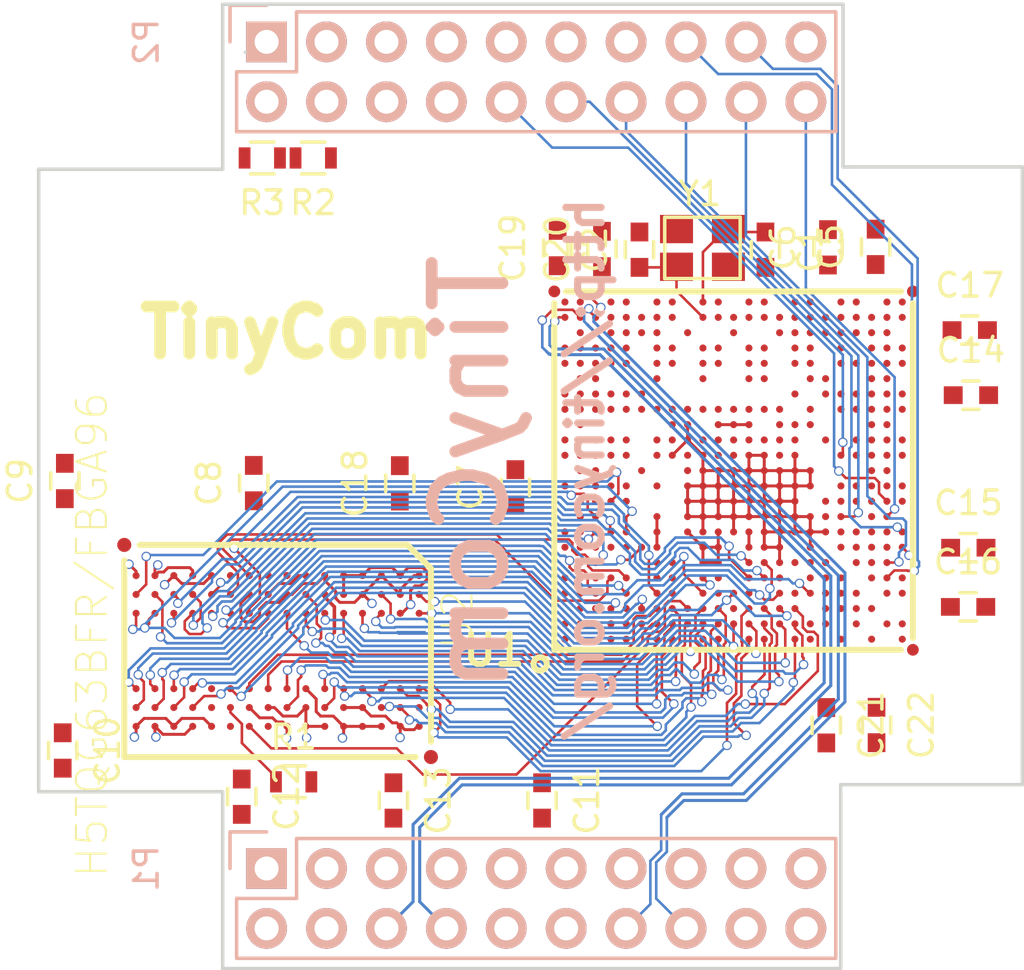
<source format=kicad_pcb>
(kicad_pcb (version 4) (host pcbnew 4.0.0-2.201511301920+6191~38~ubuntu14.04.1-stable)
  (layers (0 F.Cu signal) (1 In1.Cu signal) (2 In2.Cu signal) (31 B.Cu signal) (34 B.Paste user hide) (35 F.Paste user hide) (36 B.SilkS user) (37 F.SilkS user) (38 B.Mask user) (39 F.Mask user) (44 Edge.Cuts user))
  (net 0 "")
  (net 1 GND)
  (net 2 "Net-(R1-Pad1)")
  (net 3 SVREF)
  (net 4 VCC_15)
  (net 5 VCC_12)
  (net 6 VCC_33)
  (net 7 SDQ13)
  (net 8 SDQ15)
  (net 9 SDQ12)
  (net 10 SDQS1_N)
  (net 11 SDQ14)
  (net 12 SDQ11)
  (net 13 SDQ9)
  (net 14 SDQS1_P)
  (net 15 SDQ10)
  (net 16 SDQM1)
  (net 17 SDQ8)
  (net 18 SDQ0)
  (net 19 SDQM0)
  (net 20 SDQ2)
  (net 21 SDQS0_P)
  (net 22 SDQ1)
  (net 23 SDQ3)
  (net 24 SDQ6)
  (net 25 SDQS0_N)
  (net 26 SDQ4)
  (net 27 SDQ7)
  (net 28 SDQ5)
  (net 29 SRAS)
  (net 30 SCK_P)
  (net 31 SODT0)
  (net 32 SCAS)
  (net 33 SCK_N)
  (net 34 SCKE0)
  (net 35 SCS0)
  (net 36 SWE)
  (net 37 SA10)
  (net 38 SBA0)
  (net 39 SBA2)
  (net 40 SA3)
  (net 41 SA0)
  (net 42 SA12)
  (net 43 SBA1)
  (net 44 SA5)
  (net 45 SA2)
  (net 46 SA1)
  (net 47 SA4)
  (net 48 SA7)
  (net 49 SA9)
  (net 50 SA11)
  (net 51 SA6)
  (net 52 SRST)
  (net 53 SA13)
  (net 54 SA14)
  (net 55 SA8)
  (net 56 UD0_N)
  (net 57 UD0_P)
  (net 58 UD2_N)
  (net 59 UD2_P)
  (net 60 SDC0_D1)
  (net 61 SDC0_D0)
  (net 62 SDC0_CLK)
  (net 63 SDC0_CMD)
  (net 64 SDC0_D3)
  (net 65 SDC0_D2)
  (net 66 "Net-(C1-Pad1)")
  (net 67 "Net-(C2-Pad1)")
  (net 68 UART0_RX)
  (net 69 UART0_TX)
  (module tinycom:A64-FBGA396 (layer F.Cu) (at 113.66 140.68)
    (fp_text reference U1 (at -10.16 7.62) (layer F.SilkS) (effects (font (size 1.27 1.27) (thickness 0.254))))
    (fp_text value "AllWinner-A64(FBGA396)")
    (pad fid2 smd circle (at 7.6 -7.6) (size 0.5 0.5) (layers F.Cu F.Mask))
    (pad AC23 smd circle (at 7.15 -7.15) (size 0.3 0.3) (layers F.Cu F.Paste F.Mask) (net 1 GND))
    (pad M12 smd circle (at 0 0) (size 0.3 0.3) (layers F.Cu F.Paste F.Mask) (net 1 GND))
    (pad L12 smd circle (at -0.65 0) (size 0.3 0.3) (layers F.Cu F.Paste F.Mask) (net 1 GND))
    (pad K12 smd circle (at -1.3 0) (size 0.3 0.3) (layers F.Cu F.Paste F.Mask) (net 1 GND))
    (pad G11 smd circle (at -3.25 0.65) (size 0.3 0.3) (layers F.Cu F.Paste F.Mask) (net 1 GND))
    (pad M8 smd circle (at 0 2.6) (size 0.3 0.3) (layers F.Cu F.Paste F.Mask) (net 1 GND))
    (pad K8 smd circle (at -1.3 2.6) (size 0.3 0.3) (layers F.Cu F.Paste F.Mask) (net 1 GND))
    (pad R6 smd circle (at 1.95 3.9) (size 0.3 0.3) (layers F.Cu F.Paste F.Mask) (net 1 GND))
    (pad U5 smd circle (at 3.25 4.55) (size 0.3 0.3) (layers F.Cu F.Paste F.Mask) (net 1 GND))
    (pad U2 smd circle (at 3.25 6.5) (size 0.3 0.3) (layers F.Cu F.Paste F.Mask) (net 1 GND))
    (pad R5 smd circle (at 1.95 4.55) (size 0.3 0.3) (layers F.Cu F.Paste F.Mask) (net 1 GND))
    (pad P7 smd circle (at 1.3 3.25) (size 0.3 0.3) (layers F.Cu F.Paste F.Mask) (net 1 GND))
    (pad R7 smd circle (at 1.95 3.25) (size 0.3 0.3) (layers F.Cu F.Paste F.Mask) (net 1 GND))
    (pad U7 smd circle (at 3.25 3.25) (size 0.3 0.3) (layers F.Cu F.Paste F.Mask) (net 1 GND))
    (pad P8 smd circle (at 1.3 2.6) (size 0.3 0.3) (layers F.Cu F.Paste F.Mask) (net 1 GND))
    (pad R8 smd circle (at 1.95 2.6) (size 0.3 0.3) (layers F.Cu F.Paste F.Mask) (net 1 GND))
    (pad T8 smd circle (at 2.6 2.6) (size 0.3 0.3) (layers F.Cu F.Paste F.Mask) (net 1 GND))
    (pad U8 smd circle (at 3.25 2.6) (size 0.3 0.3) (layers F.Cu F.Paste F.Mask) (net 1 GND))
    (pad V8 smd circle (at 3.9 2.6) (size 0.3 0.3) (layers F.Cu F.Paste F.Mask) (net 1 GND))
    (pad K9 smd circle (at -1.3 1.95) (size 0.3 0.3) (layers F.Cu F.Paste F.Mask) (net 1 GND))
    (pad L9 smd circle (at -0.65 1.95) (size 0.3 0.3) (layers F.Cu F.Paste F.Mask) (net 1 GND))
    (pad M9 smd circle (at 0 1.95) (size 0.3 0.3) (layers F.Cu F.Paste F.Mask) (net 1 GND))
    (pad N9 smd circle (at 0.65 1.95) (size 0.3 0.3) (layers F.Cu F.Paste F.Mask) (net 1 GND))
    (pad P9 smd circle (at 1.3 1.95) (size 0.3 0.3) (layers F.Cu F.Paste F.Mask) (net 1 GND))
    (pad R9 smd circle (at 1.95 1.95) (size 0.3 0.3) (layers F.Cu F.Paste F.Mask) (net 1 GND))
    (pad T9 smd circle (at 2.6 1.95) (size 0.3 0.3) (layers F.Cu F.Paste F.Mask) (net 1 GND))
    (pad J9 smd circle (at -1.95 1.95) (size 0.3 0.3) (layers F.Cu F.Paste F.Mask) (net 1 GND))
    (pad U9 smd circle (at 3.25 1.95) (size 0.3 0.3) (layers F.Cu F.Paste F.Mask) (net 1 GND))
    (pad R10 smd circle (at 1.95 1.3) (size 0.3 0.3) (layers F.Cu F.Paste F.Mask) (net 1 GND))
    (pad P10 smd circle (at 1.3 1.3) (size 0.3 0.3) (layers F.Cu F.Paste F.Mask) (net 1 GND))
    (pad N10 smd circle (at 0.65 1.3) (size 0.3 0.3) (layers F.Cu F.Paste F.Mask) (net 1 GND))
    (pad M10 smd circle (at 0 1.3) (size 0.3 0.3) (layers F.Cu F.Paste F.Mask) (net 1 GND))
    (pad L10 smd circle (at -0.65 1.3) (size 0.3 0.3) (layers F.Cu F.Paste F.Mask) (net 1 GND))
    (pad K10 smd circle (at -1.3 1.3) (size 0.3 0.3) (layers F.Cu F.Paste F.Mask) (net 1 GND))
    (pad J10 smd circle (at -1.95 1.3) (size 0.3 0.3) (layers F.Cu F.Paste F.Mask) (net 1 GND))
    (pad T10 smd circle (at 2.6 1.3) (size 0.3 0.3) (layers F.Cu F.Paste F.Mask) (net 1 GND))
    (pad J11 smd circle (at -1.95 0.65) (size 0.3 0.3) (layers F.Cu F.Paste F.Mask) (net 1 GND))
    (pad K11 smd circle (at -1.3 0.65) (size 0.3 0.3) (layers F.Cu F.Paste F.Mask) (net 1 GND))
    (pad L11 smd circle (at -0.65 0.65) (size 0.3 0.3) (layers F.Cu F.Paste F.Mask) (net 1 GND))
    (pad M11 smd circle (at 0 0.65) (size 0.3 0.3) (layers F.Cu F.Paste F.Mask) (net 1 GND))
    (pad N11 smd circle (at 0.65 0.65) (size 0.3 0.3) (layers F.Cu F.Paste F.Mask) (net 1 GND))
    (pad P11 smd circle (at 1.3 0.65) (size 0.3 0.3) (layers F.Cu F.Paste F.Mask) (net 1 GND))
    (pad T11 smd circle (at 2.6 0.65) (size 0.3 0.3) (layers F.Cu F.Paste F.Mask) (net 1 GND))
    (pad N12 smd circle (at 0.65 0) (size 0.3 0.3) (layers F.Cu F.Paste F.Mask) (net 1 GND))
    (pad P12 smd circle (at 1.3 0) (size 0.3 0.3) (layers F.Cu F.Paste F.Mask) (net 1 GND))
    (pad N13 smd circle (at 0.65 -0.65) (size 0.3 0.3) (layers F.Cu F.Paste F.Mask) (net 1 GND))
    (pad P13 smd circle (at 1.3 -0.65) (size 0.3 0.3) (layers F.Cu F.Paste F.Mask) (net 1 GND))
    (pad R11 smd circle (at 1.95 0.65) (size 0.3 0.3) (layers F.Cu F.Paste F.Mask) (net 1 GND))
    (pad R12 smd circle (at 1.95 0) (size 0.3 0.3) (layers F.Cu F.Paste F.Mask) (net 1 GND))
    (pad T12 smd circle (at 2.6 0) (size 0.3 0.3) (layers F.Cu F.Paste F.Mask) (net 1 GND))
    (pad T13 smd circle (at 2.6 -0.65) (size 0.3 0.3) (layers F.Cu F.Paste F.Mask) (net 1 GND))
    (pad U11 smd circle (at 3.25 0.65) (size 0.3 0.3) (layers F.Cu F.Paste F.Mask) (net 1 GND))
    (pad U12 smd circle (at 3.25 0) (size 0.3 0.3) (layers F.Cu F.Paste F.Mask) (net 1 GND))
    (pad V14 smd circle (at 3.9 -1.3) (size 0.3 0.3) (layers F.Cu F.Paste F.Mask) (net 1 GND))
    (pad K13 smd circle (at -1.3 -0.65) (size 0.3 0.3) (layers F.Cu F.Paste F.Mask) (net 1 GND))
    (pad H13 smd circle (at -2.6 -0.65) (size 0.3 0.3) (layers F.Cu F.Paste F.Mask) (net 1 GND))
    (pad J14 smd circle (at -1.95 -1.3) (size 0.3 0.3) (layers F.Cu F.Paste F.Mask) (net 1 GND))
    (pad R15 smd circle (at 1.95 -1.95) (size 0.3 0.3) (layers F.Cu F.Paste F.Mask) (net 1 GND))
    (pad N15 smd circle (at 0.65 -1.95) (size 0.3 0.3) (layers F.Cu F.Paste F.Mask) (net 1 GND))
    (pad M15 smd circle (at 0 -1.95) (size 0.3 0.3) (layers F.Cu F.Paste F.Mask) (net 1 GND))
    (pad L15 smd circle (at -0.65 -1.95) (size 0.3 0.3) (layers F.Cu F.Paste F.Mask) (net 1 GND))
    (pad J15 smd circle (at -1.95 -1.95) (size 0.3 0.3) (layers F.Cu F.Paste F.Mask) (net 1 GND))
    (pad N4 smd circle (at 0.65 5.2) (size 0.3 0.3) (layers F.Cu F.Paste F.Mask) (net 1 GND))
    (pad M3 smd circle (at 0 5.85) (size 0.3 0.3) (layers F.Cu F.Paste F.Mask) (net 1 GND))
    (pad L5 smd circle (at -0.65 4.55) (size 0.3 0.3) (layers F.Cu F.Paste F.Mask) (net 1 GND))
    (pad L4 smd circle (at -0.65 5.2) (size 0.3 0.3) (layers F.Cu F.Paste F.Mask) (net 1 GND))
    (pad H4 smd circle (at -2.6 5.2) (size 0.3 0.3) (layers F.Cu F.Paste F.Mask) (net 1 GND))
    (pad G6 smd circle (at -3.25 3.9) (size 0.3 0.3) (layers F.Cu F.Paste F.Mask) (net 1 GND))
    (pad D7 smd circle (at -5.2 3.25) (size 0.3 0.3) (layers F.Cu F.Paste F.Mask) (net 1 GND))
    (pad C7 smd circle (at -5.85 3.25) (size 0.3 0.3) (layers F.Cu F.Paste F.Mask) (net 1 GND))
    (pad C3 smd circle (at -5.85 5.85) (size 0.3 0.3) (layers F.Cu F.Paste F.Mask) (net 1 GND))
    (pad A23 smd circle (at -7.15 -7.15) (size 0.3 0.3) (layers F.Cu F.Paste F.Mask) (net 1 GND))
    (pad A1 smd circle (at -7.15 7.15) (size 0.3 0.3) (layers F.Cu F.Paste F.Mask) (net 1 GND))
    (pad AB23 smd circle (at 6.5 -7.15) (size 0.3 0.3) (layers F.Cu F.Paste F.Mask))
    (pad Y23 smd circle (at 5.2 -7.15) (size 0.3 0.3) (layers F.Cu F.Paste F.Mask))
    (pad W23 smd circle (at 4.55 -7.15) (size 0.3 0.3) (layers F.Cu F.Paste F.Mask))
    (pad U23 smd circle (at 3.25 -7.15) (size 0.3 0.3) (layers F.Cu F.Paste F.Mask))
    (pad T23 smd circle (at 2.6 -7.15) (size 0.3 0.3) (layers F.Cu F.Paste F.Mask))
    (pad P23 smd circle (at 1.3 -7.15) (size 0.3 0.3) (layers F.Cu F.Paste F.Mask))
    (pad N23 smd circle (at 0.65 -7.15) (size 0.3 0.3) (layers F.Cu F.Paste F.Mask))
    (pad L23 smd circle (at -0.65 -7.15) (size 0.3 0.3) (layers F.Cu F.Paste F.Mask))
    (pad K23 smd circle (at -1.3 -7.15) (size 0.3 0.3) (layers F.Cu F.Paste F.Mask) (net 66 "Net-(C1-Pad1)"))
    (pad H23 smd circle (at -2.6 -7.15) (size 0.3 0.3) (layers F.Cu F.Paste F.Mask))
    (pad G23 smd circle (at -3.25 -7.15) (size 0.3 0.3) (layers F.Cu F.Paste F.Mask))
    (pad E23 smd circle (at -4.55 -7.15) (size 0.3 0.3) (layers F.Cu F.Paste F.Mask))
    (pad D23 smd circle (at -5.2 -7.15) (size 0.3 0.3) (layers F.Cu F.Paste F.Mask))
    (pad B23 smd circle (at -6.5 -7.15) (size 0.3 0.3) (layers F.Cu F.Paste F.Mask) (net 59 UD2_P))
    (pad A22 smd circle (at -7.15 -6.5) (size 0.3 0.3) (layers F.Cu F.Paste F.Mask) (net 57 UD0_P))
    (pad B22 smd circle (at -6.5 -6.5) (size 0.3 0.3) (layers F.Cu F.Paste F.Mask) (net 56 UD0_N))
    (pad C22 smd circle (at -5.85 -6.5) (size 0.3 0.3) (layers F.Cu F.Paste F.Mask) (net 58 UD2_N))
    (pad D22 smd circle (at -5.2 -6.5) (size 0.3 0.3) (layers F.Cu F.Paste F.Mask))
    (pad E22 smd circle (at -4.55 -6.5) (size 0.3 0.3) (layers F.Cu F.Paste F.Mask))
    (pad F22 smd circle (at -3.9 -6.5) (size 0.3 0.3) (layers F.Cu F.Paste F.Mask))
    (pad G22 smd circle (at -3.25 -6.5) (size 0.3 0.3) (layers F.Cu F.Paste F.Mask))
    (pad H22 smd circle (at -2.6 -6.5) (size 0.3 0.3) (layers F.Cu F.Paste F.Mask))
    (pad K22 smd circle (at -1.3 -6.5) (size 0.3 0.3) (layers F.Cu F.Paste F.Mask) (net 67 "Net-(C2-Pad1)"))
    (pad L22 smd circle (at -0.65 -6.5) (size 0.3 0.3) (layers F.Cu F.Paste F.Mask))
    (pad M22 smd circle (at 0 -6.5) (size 0.3 0.3) (layers F.Cu F.Paste F.Mask))
    (pad N22 smd circle (at 0.65 -6.5) (size 0.3 0.3) (layers F.Cu F.Paste F.Mask))
    (pad P22 smd circle (at 1.3 -6.5) (size 0.3 0.3) (layers F.Cu F.Paste F.Mask))
    (pad R22 smd circle (at 1.95 -6.5) (size 0.3 0.3) (layers F.Cu F.Paste F.Mask))
    (pad T22 smd circle (at 2.6 -6.5) (size 0.3 0.3) (layers F.Cu F.Paste F.Mask))
    (pad U22 smd circle (at 3.25 -6.5) (size 0.3 0.3) (layers F.Cu F.Paste F.Mask))
    (pad V22 smd circle (at 3.9 -6.5) (size 0.3 0.3) (layers F.Cu F.Paste F.Mask))
    (pad W22 smd circle (at 4.55 -6.5) (size 0.3 0.3) (layers F.Cu F.Paste F.Mask))
    (pad Y22 smd circle (at 5.2 -6.5) (size 0.3 0.3) (layers F.Cu F.Paste F.Mask))
    (pad AA22 smd circle (at 5.85 -6.5) (size 0.3 0.3) (layers F.Cu F.Paste F.Mask))
    (pad AB22 smd circle (at 6.5 -6.5) (size 0.3 0.3) (layers F.Cu F.Paste F.Mask))
    (pad AC22 smd circle (at 7.15 -6.5) (size 0.3 0.3) (layers F.Cu F.Paste F.Mask))
    (pad AB21 smd circle (at 6.5 -5.85) (size 0.3 0.3) (layers F.Cu F.Paste F.Mask))
    (pad AA21 smd circle (at 5.85 -5.85) (size 0.3 0.3) (layers F.Cu F.Paste F.Mask))
    (pad Y21 smd circle (at 5.2 -5.85) (size 0.3 0.3) (layers F.Cu F.Paste F.Mask))
    (pad W21 smd circle (at 4.55 -5.85) (size 0.3 0.3) (layers F.Cu F.Paste F.Mask))
    (pad V21 smd circle (at 3.9 -5.85) (size 0.3 0.3) (layers F.Cu F.Paste F.Mask))
    (pad U21 smd circle (at 3.25 -5.85) (size 0.3 0.3) (layers F.Cu F.Paste F.Mask))
    (pad T21 smd circle (at 2.6 -5.85) (size 0.3 0.3) (layers F.Cu F.Paste F.Mask))
    (pad R21 smd circle (at 1.95 -5.85) (size 0.3 0.3) (layers F.Cu F.Paste F.Mask))
    (pad M21 smd circle (at 0 -5.85) (size 0.3 0.3) (layers F.Cu F.Paste F.Mask))
    (pad J21 smd circle (at -1.95 -5.85) (size 0.3 0.3) (layers F.Cu F.Paste F.Mask))
    (pad G21 smd circle (at -3.25 -5.85) (size 0.3 0.3) (layers F.Cu F.Paste F.Mask))
    (pad F21 smd circle (at -3.9 -5.85) (size 0.3 0.3) (layers F.Cu F.Paste F.Mask))
    (pad E21 smd circle (at -4.55 -5.85) (size 0.3 0.3) (layers F.Cu F.Paste F.Mask))
    (pad D21 smd circle (at -5.2 -5.85) (size 0.3 0.3) (layers F.Cu F.Paste F.Mask))
    (pad B21 smd circle (at -6.5 -5.85) (size 0.3 0.3) (layers F.Cu F.Paste F.Mask))
    (pad A20 smd circle (at -7.15 -5.2) (size 0.3 0.3) (layers F.Cu F.Paste F.Mask))
    (pad B20 smd circle (at -6.5 -5.2) (size 0.3 0.3) (layers F.Cu F.Paste F.Mask))
    (pad C20 smd circle (at -5.85 -5.2) (size 0.3 0.3) (layers F.Cu F.Paste F.Mask))
    (pad D20 smd circle (at -5.2 -5.2) (size 0.3 0.3) (layers F.Cu F.Paste F.Mask))
    (pad E20 smd circle (at -4.55 -5.2) (size 0.3 0.3) (layers F.Cu F.Paste F.Mask))
    (pad G20 smd circle (at -3.25 -5.2) (size 0.3 0.3) (layers F.Cu F.Paste F.Mask))
    (pad H20 smd circle (at -2.6 -5.2) (size 0.3 0.3) (layers F.Cu F.Paste F.Mask))
    (pad K20 smd circle (at -1.3 -5.2) (size 0.3 0.3) (layers F.Cu F.Paste F.Mask))
    (pad L20 smd circle (at -0.65 -5.2) (size 0.3 0.3) (layers F.Cu F.Paste F.Mask))
    (pad N20 smd circle (at 0.65 -5.2) (size 0.3 0.3) (layers F.Cu F.Paste F.Mask))
    (pad P20 smd circle (at 1.3 -5.2) (size 0.3 0.3) (layers F.Cu F.Paste F.Mask))
    (pad T20 smd circle (at 2.6 -5.2) (size 0.3 0.3) (layers F.Cu F.Paste F.Mask))
    (pad U20 smd circle (at 3.25 -5.2) (size 0.3 0.3) (layers F.Cu F.Paste F.Mask))
    (pad W20 smd circle (at 4.55 -5.2) (size 0.3 0.3) (layers F.Cu F.Paste F.Mask))
    (pad AA20 smd circle (at 5.85 -5.2) (size 0.3 0.3) (layers F.Cu F.Paste F.Mask))
    (pad AB20 smd circle (at 6.5 -5.2) (size 0.3 0.3) (layers F.Cu F.Paste F.Mask))
    (pad AC20 smd circle (at 7.15 -5.2) (size 0.3 0.3) (layers F.Cu F.Paste F.Mask))
    (pad AC19 smd circle (at 7.15 -4.55) (size 0.3 0.3) (layers F.Cu F.Paste F.Mask))
    (pad AB19 smd circle (at 6.5 -4.55) (size 0.3 0.3) (layers F.Cu F.Paste F.Mask))
    (pad AA19 smd circle (at 5.85 -4.55) (size 0.3 0.3) (layers F.Cu F.Paste F.Mask))
    (pad Y19 smd circle (at 5.2 -4.55) (size 0.3 0.3) (layers F.Cu F.Paste F.Mask))
    (pad W19 smd circle (at 4.55 -4.55) (size 0.3 0.3) (layers F.Cu F.Paste F.Mask))
    (pad U19 smd circle (at 3.25 -4.55) (size 0.3 0.3) (layers F.Cu F.Paste F.Mask))
    (pad T19 smd circle (at 2.6 -4.55) (size 0.3 0.3) (layers F.Cu F.Paste F.Mask))
    (pad P19 smd circle (at 1.3 -4.55) (size 0.3 0.3) (layers F.Cu F.Paste F.Mask))
    (pad N19 smd circle (at 0.65 -4.55) (size 0.3 0.3) (layers F.Cu F.Paste F.Mask))
    (pad L19 smd circle (at -0.65 -4.55) (size 0.3 0.3) (layers F.Cu F.Paste F.Mask))
    (pad K19 smd circle (at -1.3 -4.55) (size 0.3 0.3) (layers F.Cu F.Paste F.Mask))
    (pad H19 smd circle (at -2.6 -4.55) (size 0.3 0.3) (layers F.Cu F.Paste F.Mask))
    (pad G19 smd circle (at -3.25 -4.55) (size 0.3 0.3) (layers F.Cu F.Paste F.Mask))
    (pad E19 smd circle (at -4.55 -4.55) (size 0.3 0.3) (layers F.Cu F.Paste F.Mask))
    (pad D19 smd circle (at -5.2 -4.55) (size 0.3 0.3) (layers F.Cu F.Paste F.Mask))
    (pad C19 smd circle (at -5.85 -4.55) (size 0.3 0.3) (layers F.Cu F.Paste F.Mask))
    (pad B19 smd circle (at -6.5 -4.55) (size 0.3 0.3) (layers F.Cu F.Paste F.Mask))
    (pad A19 smd circle (at -7.15 -4.55) (size 0.3 0.3) (layers F.Cu F.Paste F.Mask))
    (pad B1 smd circle (at -6.5 7.15) (size 0.3 0.3) (layers F.Cu F.Paste F.Mask))
    (pad D1 smd circle (at -5.2 7.15) (size 0.3 0.3) (layers F.Cu F.Paste F.Mask))
    (pad E1 smd circle (at -4.55 7.15) (size 0.3 0.3) (layers F.Cu F.Paste F.Mask))
    (pad G1 smd circle (at -3.25 7.15) (size 0.3 0.3) (layers F.Cu F.Paste F.Mask) (net 22 SDQ1))
    (pad H1 smd circle (at -2.6 7.15) (size 0.3 0.3) (layers F.Cu F.Paste F.Mask) (net 28 SDQ5))
    (pad K1 smd circle (at -1.3 7.15) (size 0.3 0.3) (layers F.Cu F.Paste F.Mask) (net 23 SDQ3))
    (pad L1 smd circle (at -0.65 7.15) (size 0.3 0.3) (layers F.Cu F.Paste F.Mask) (net 24 SDQ6))
    (pad N1 smd circle (at 0.65 7.15) (size 0.3 0.3) (layers F.Cu F.Paste F.Mask) (net 11 SDQ14))
    (pad P1 smd circle (at 1.3 7.15) (size 0.3 0.3) (layers F.Cu F.Paste F.Mask) (net 14 SDQS1_P))
    (pad T1 smd circle (at 2.6 7.15) (size 0.3 0.3) (layers F.Cu F.Paste F.Mask) (net 15 SDQ10))
    (pad U1 smd circle (at 3.25 7.15) (size 0.3 0.3) (layers F.Cu F.Paste F.Mask))
    (pad W1 smd circle (at 4.55 7.15) (size 0.3 0.3) (layers F.Cu F.Paste F.Mask) (net 5 VCC_12))
    (pad AA1 smd circle (at 5.85 7.15) (size 0.3 0.3) (layers F.Cu F.Paste F.Mask) (net 5 VCC_12))
    (pad AC1 smd circle (at 7.15 7.15) (size 0.3 0.3) (layers F.Cu F.Paste F.Mask) (net 5 VCC_12))
    (pad A2 smd circle (at -7.15 6.5) (size 0.3 0.3) (layers F.Cu F.Paste F.Mask))
    (pad B2 smd circle (at -6.5 6.5) (size 0.3 0.3) (layers F.Cu F.Paste F.Mask))
    (pad C2 smd circle (at -5.85 6.5) (size 0.3 0.3) (layers F.Cu F.Paste F.Mask))
    (pad D2 smd circle (at -5.2 6.5) (size 0.3 0.3) (layers F.Cu F.Paste F.Mask))
    (pad E2 smd circle (at -4.55 6.5) (size 0.3 0.3) (layers F.Cu F.Paste F.Mask))
    (pad F2 smd circle (at -3.9 6.5) (size 0.3 0.3) (layers F.Cu F.Paste F.Mask))
    (pad G2 smd circle (at -3.25 6.5) (size 0.3 0.3) (layers F.Cu F.Paste F.Mask) (net 30 SCK_P))
    (pad H2 smd circle (at -2.6 6.5) (size 0.3 0.3) (layers F.Cu F.Paste F.Mask) (net 26 SDQ4))
    (pad J2 smd circle (at -1.95 6.5) (size 0.3 0.3) (layers F.Cu F.Paste F.Mask) (net 19 SDQM0))
    (pad K2 smd circle (at -1.3 6.5) (size 0.3 0.3) (layers F.Cu F.Paste F.Mask) (net 25 SDQS0_N))
    (pad L2 smd circle (at -0.65 6.5) (size 0.3 0.3) (layers F.Cu F.Paste F.Mask) (net 27 SDQ7))
    (pad M2 smd circle (at 0 6.5) (size 0.3 0.3) (layers F.Cu F.Paste F.Mask) (net 8 SDQ15))
    (pad N2 smd circle (at 0.65 6.5) (size 0.3 0.3) (layers F.Cu F.Paste F.Mask) (net 7 SDQ13))
    (pad P2 smd circle (at 1.3 6.5) (size 0.3 0.3) (layers F.Cu F.Paste F.Mask) (net 10 SDQS1_N))
    (pad R2 smd circle (at 1.95 6.5) (size 0.3 0.3) (layers F.Cu F.Paste F.Mask) (net 12 SDQ11))
    (pad T2 smd circle (at 2.6 6.5) (size 0.3 0.3) (layers F.Cu F.Paste F.Mask) (net 13 SDQ9))
    (pad V2 smd circle (at 3.9 6.5) (size 0.3 0.3) (layers F.Cu F.Paste F.Mask) (net 5 VCC_12))
    (pad Y2 smd circle (at 5.2 6.5) (size 0.3 0.3) (layers F.Cu F.Paste F.Mask) (net 5 VCC_12))
    (pad AB2 smd circle (at 6.5 6.5) (size 0.3 0.3) (layers F.Cu F.Paste F.Mask) (net 5 VCC_12))
    (pad AC2 smd circle (at 7.15 6.5) (size 0.3 0.3) (layers F.Cu F.Paste F.Mask) (net 5 VCC_12))
    (pad B3 smd circle (at -6.5 5.85) (size 0.3 0.3) (layers F.Cu F.Paste F.Mask))
    (pad D3 smd circle (at -5.2 5.85) (size 0.3 0.3) (layers F.Cu F.Paste F.Mask) (net 55 SA8))
    (pad E3 smd circle (at -4.55 5.85) (size 0.3 0.3) (layers F.Cu F.Paste F.Mask))
    (pad F3 smd circle (at -3.9 5.85) (size 0.3 0.3) (layers F.Cu F.Paste F.Mask) (net 51 SA6))
    (pad G3 smd circle (at -3.25 5.85) (size 0.3 0.3) (layers F.Cu F.Paste F.Mask) (net 33 SCK_N))
    (pad H3 smd circle (at -2.6 5.85) (size 0.3 0.3) (layers F.Cu F.Paste F.Mask) (net 20 SDQ2))
    (pad J3 smd circle (at -1.95 5.85) (size 0.3 0.3) (layers F.Cu F.Paste F.Mask) (net 34 SCKE0))
    (pad K3 smd circle (at -1.3 5.85) (size 0.3 0.3) (layers F.Cu F.Paste F.Mask) (net 21 SDQS0_P))
    (pad L3 smd circle (at -0.65 5.85) (size 0.3 0.3) (layers F.Cu F.Paste F.Mask) (net 18 SDQ0))
    (pad N3 smd circle (at 0.65 5.85) (size 0.3 0.3) (layers F.Cu F.Paste F.Mask) (net 9 SDQ12))
    (pad P3 smd circle (at 1.3 5.85) (size 0.3 0.3) (layers F.Cu F.Paste F.Mask) (net 16 SDQM1))
    (pad R3 smd circle (at 1.95 5.85) (size 0.3 0.3) (layers F.Cu F.Paste F.Mask) (net 43 SBA1))
    (pad T3 smd circle (at 2.6 5.85) (size 0.3 0.3) (layers F.Cu F.Paste F.Mask) (net 17 SDQ8))
    (pad V3 smd circle (at 3.9 5.85) (size 0.3 0.3) (layers F.Cu F.Paste F.Mask) (net 5 VCC_12))
    (pad W3 smd circle (at 4.55 5.85) (size 0.3 0.3) (layers F.Cu F.Paste F.Mask) (net 5 VCC_12))
    (pad Y3 smd circle (at 5.2 5.85) (size 0.3 0.3) (layers F.Cu F.Paste F.Mask) (net 5 VCC_12))
    (pad AA3 smd circle (at 5.85 5.85) (size 0.3 0.3) (layers F.Cu F.Paste F.Mask) (net 5 VCC_12))
    (pad A4 smd circle (at -7.15 5.2) (size 0.3 0.3) (layers F.Cu F.Paste F.Mask))
    (pad B4 smd circle (at -6.5 5.2) (size 0.3 0.3) (layers F.Cu F.Paste F.Mask))
    (pad C4 smd circle (at -5.85 5.2) (size 0.3 0.3) (layers F.Cu F.Paste F.Mask) (net 49 SA9))
    (pad E4 smd circle (at -4.55 5.2) (size 0.3 0.3) (layers F.Cu F.Paste F.Mask) (net 48 SA7))
    (pad G4 smd circle (at -3.25 5.2) (size 0.3 0.3) (layers F.Cu F.Paste F.Mask) (net 44 SA5))
    (pad K4 smd circle (at -1.3 5.2) (size 0.3 0.3) (layers F.Cu F.Paste F.Mask) (net 54 SA14))
    (pad M4 smd circle (at 0 5.2) (size 0.3 0.3) (layers F.Cu F.Paste F.Mask) (net 37 SA10))
    (pad R4 smd circle (at 1.95 5.2) (size 0.3 0.3) (layers F.Cu F.Paste F.Mask) (net 46 SA1))
    (pad T4 smd circle (at 2.6 5.2) (size 0.3 0.3) (layers F.Cu F.Paste F.Mask))
    (pad U4 smd circle (at 3.25 5.2) (size 0.3 0.3) (layers F.Cu F.Paste F.Mask) (net 50 SA11))
    (pad V4 smd circle (at 3.9 5.2) (size 0.3 0.3) (layers F.Cu F.Paste F.Mask) (net 5 VCC_12))
    (pad W4 smd circle (at 4.55 5.2) (size 0.3 0.3) (layers F.Cu F.Paste F.Mask) (net 5 VCC_12))
    (pad Y4 smd circle (at 5.2 5.2) (size 0.3 0.3) (layers F.Cu F.Paste F.Mask) (net 5 VCC_12))
    (pad AB4 smd circle (at 6.5 5.2) (size 0.3 0.3) (layers F.Cu F.Paste F.Mask))
    (pad AC4 smd circle (at 7.15 5.2) (size 0.3 0.3) (layers F.Cu F.Paste F.Mask))
    (pad A5 smd circle (at -7.15 4.55) (size 0.3 0.3) (layers F.Cu F.Paste F.Mask))
    (pad B5 smd circle (at -6.5 4.55) (size 0.3 0.3) (layers F.Cu F.Paste F.Mask))
    (pad C5 smd circle (at -5.85 4.55) (size 0.3 0.3) (layers F.Cu F.Paste F.Mask))
    (pad D5 smd circle (at -5.2 4.55) (size 0.3 0.3) (layers F.Cu F.Paste F.Mask) (net 31 SODT0))
    (pad E5 smd circle (at -4.55 4.55) (size 0.3 0.3) (layers F.Cu F.Paste F.Mask) (net 35 SCS0))
    (pad G5 smd circle (at -3.25 4.55) (size 0.3 0.3) (layers F.Cu F.Paste F.Mask) (net 3 SVREF))
    (pad H5 smd circle (at -2.6 4.55) (size 0.3 0.3) (layers F.Cu F.Paste F.Mask))
    (pad K5 smd circle (at -1.3 4.55) (size 0.3 0.3) (layers F.Cu F.Paste F.Mask) (net 42 SA12))
    (pad N5 smd circle (at 0.65 4.55) (size 0.3 0.3) (layers F.Cu F.Paste F.Mask) (net 45 SA2))
    (pad P5 smd circle (at 1.3 4.55) (size 0.3 0.3) (layers F.Cu F.Paste F.Mask) (net 41 SA0))
    (pad V5 smd circle (at 3.9 4.55) (size 0.3 0.3) (layers F.Cu F.Paste F.Mask) (net 5 VCC_12))
    (pad W5 smd circle (at 4.55 4.55) (size 0.3 0.3) (layers F.Cu F.Paste F.Mask) (net 5 VCC_12))
    (pad AA5 smd circle (at 5.85 4.55) (size 0.3 0.3) (layers F.Cu F.Paste F.Mask))
    (pad AB5 smd circle (at 6.5 4.55) (size 0.3 0.3) (layers F.Cu F.Paste F.Mask) (net 69 UART0_TX))
    (pad AC5 smd circle (at 7.15 4.55) (size 0.3 0.3) (layers F.Cu F.Paste F.Mask))
    (pad B6 smd circle (at -6.5 3.9) (size 0.3 0.3) (layers F.Cu F.Paste F.Mask))
    (pad C6 smd circle (at -5.85 3.9) (size 0.3 0.3) (layers F.Cu F.Paste F.Mask) (net 39 SBA2))
    (pad H6 smd circle (at -2.6 3.9) (size 0.3 0.3) (layers F.Cu F.Paste F.Mask))
    (pad K6 smd circle (at -1.3 3.9) (size 0.3 0.3) (layers F.Cu F.Paste F.Mask) (net 4 VCC_15))
    (pad L6 smd circle (at -0.65 3.9) (size 0.3 0.3) (layers F.Cu F.Paste F.Mask) (net 4 VCC_15))
    (pad N6 smd circle (at 0.65 3.9) (size 0.3 0.3) (layers F.Cu F.Paste F.Mask) (net 40 SA3))
    (pad P6 smd circle (at 1.3 3.9) (size 0.3 0.3) (layers F.Cu F.Paste F.Mask) (net 47 SA4))
    (pad T6 smd circle (at 2.6 3.9) (size 0.3 0.3) (layers F.Cu F.Paste F.Mask))
    (pad U6 smd circle (at 3.25 3.9) (size 0.3 0.3) (layers F.Cu F.Paste F.Mask) (net 5 VCC_12))
    (pad V6 smd circle (at 3.9 3.9) (size 0.3 0.3) (layers F.Cu F.Paste F.Mask) (net 5 VCC_12))
    (pad Y6 smd circle (at 5.2 3.9) (size 0.3 0.3) (layers F.Cu F.Paste F.Mask))
    (pad AA6 smd circle (at 5.85 3.9) (size 0.3 0.3) (layers F.Cu F.Paste F.Mask))
    (pad AB6 smd circle (at 6.5 3.9) (size 0.3 0.3) (layers F.Cu F.Paste F.Mask) (net 64 SDC0_D3))
    (pad A7 smd circle (at -7.15 3.25) (size 0.3 0.3) (layers F.Cu F.Paste F.Mask))
    (pad B7 smd circle (at -6.5 3.25) (size 0.3 0.3) (layers F.Cu F.Paste F.Mask))
    (pad E7 smd circle (at -4.55 3.25) (size 0.3 0.3) (layers F.Cu F.Paste F.Mask))
    (pad F7 smd circle (at -3.9 3.25) (size 0.3 0.3) (layers F.Cu F.Paste F.Mask) (net 29 SRAS))
    (pad G7 smd circle (at -3.25 3.25) (size 0.3 0.3) (layers F.Cu F.Paste F.Mask) (net 4 VCC_15))
    (pad K7 smd circle (at -1.3 3.25) (size 0.3 0.3) (layers F.Cu F.Paste F.Mask) (net 4 VCC_15))
    (pad L7 smd circle (at -0.65 3.25) (size 0.3 0.3) (layers F.Cu F.Paste F.Mask) (net 4 VCC_15))
    (pad N7 smd circle (at 0.65 3.25) (size 0.3 0.3) (layers F.Cu F.Paste F.Mask) (net 4 VCC_15))
    (pad W7 smd circle (at 4.55 3.25) (size 0.3 0.3) (layers F.Cu F.Paste F.Mask))
    (pad Y7 smd circle (at 5.2 3.25) (size 0.3 0.3) (layers F.Cu F.Paste F.Mask))
    (pad AA7 smd circle (at 5.85 3.25) (size 0.3 0.3) (layers F.Cu F.Paste F.Mask))
    (pad AB7 smd circle (at 6.5 3.25) (size 0.3 0.3) (layers F.Cu F.Paste F.Mask))
    (pad AC7 smd circle (at 7.15 3.25) (size 0.3 0.3) (layers F.Cu F.Paste F.Mask) (net 68 UART0_RX))
    (pad A8 smd circle (at -7.15 2.6) (size 0.3 0.3) (layers F.Cu F.Paste F.Mask))
    (pad B8 smd circle (at -6.5 2.6) (size 0.3 0.3) (layers F.Cu F.Paste F.Mask))
    (pad C8 smd circle (at -5.85 2.6) (size 0.3 0.3) (layers F.Cu F.Paste F.Mask) (net 36 SWE))
    (pad D8 smd circle (at -5.2 2.6) (size 0.3 0.3) (layers F.Cu F.Paste F.Mask) (net 38 SBA0))
    (pad E8 smd circle (at -4.55 2.6) (size 0.3 0.3) (layers F.Cu F.Paste F.Mask) (net 53 SA13))
    (pad G8 smd circle (at -3.25 2.6) (size 0.3 0.3) (layers F.Cu F.Paste F.Mask) (net 4 VCC_15))
    (pad J8 smd circle (at -1.95 2.6) (size 0.3 0.3) (layers F.Cu F.Paste F.Mask) (net 4 VCC_15))
    (pad L8 smd circle (at -0.65 2.6) (size 0.3 0.3) (layers F.Cu F.Paste F.Mask) (net 4 VCC_15))
    (pad N8 smd circle (at 0.65 2.6) (size 0.3 0.3) (layers F.Cu F.Paste F.Mask) (net 4 VCC_15))
    (pad W8 smd circle (at 4.55 2.6) (size 0.3 0.3) (layers F.Cu F.Paste F.Mask))
    (pad Y8 smd circle (at 5.2 2.6) (size 0.3 0.3) (layers F.Cu F.Paste F.Mask))
    (pad AA8 smd circle (at 5.85 2.6) (size 0.3 0.3) (layers F.Cu F.Paste F.Mask))
    (pad AB8 smd circle (at 6.5 2.6) (size 0.3 0.3) (layers F.Cu F.Paste F.Mask))
    (pad AC8 smd circle (at 7.15 2.6) (size 0.3 0.3) (layers F.Cu F.Paste F.Mask) (net 62 SDC0_CLK))
    (pad B9 smd circle (at -6.5 1.95) (size 0.3 0.3) (layers F.Cu F.Paste F.Mask))
    (pad C9 smd circle (at -5.85 1.95) (size 0.3 0.3) (layers F.Cu F.Paste F.Mask) (net 32 SCAS))
    (pad G9 smd circle (at -3.25 1.95) (size 0.3 0.3) (layers F.Cu F.Paste F.Mask) (net 4 VCC_15))
    (pad V9 smd circle (at 3.9 1.95) (size 0.3 0.3) (layers F.Cu F.Paste F.Mask))
    (pad W9 smd circle (at 4.55 1.95) (size 0.3 0.3) (layers F.Cu F.Paste F.Mask) (net 63 SDC0_CMD))
    (pad AA9 smd circle (at 5.85 1.95) (size 0.3 0.3) (layers F.Cu F.Paste F.Mask))
    (pad AB9 smd circle (at 6.5 1.95) (size 0.3 0.3) (layers F.Cu F.Paste F.Mask) (net 65 SDC0_D2))
    (pad B10 smd circle (at -6.5 1.3) (size 0.3 0.3) (layers F.Cu F.Paste F.Mask))
    (pad C10 smd circle (at -5.85 1.3) (size 0.3 0.3) (layers F.Cu F.Paste F.Mask))
    (pad D10 smd circle (at -5.2 1.3) (size 0.3 0.3) (layers F.Cu F.Paste F.Mask) (net 52 SRST))
    (pad E10 smd circle (at -4.55 1.3) (size 0.3 0.3) (layers F.Cu F.Paste F.Mask))
    (pad V10 smd circle (at 3.9 1.3) (size 0.3 0.3) (layers F.Cu F.Paste F.Mask))
    (pad W10 smd circle (at 4.55 1.3) (size 0.3 0.3) (layers F.Cu F.Paste F.Mask))
    (pad Y10 smd circle (at 5.2 1.3) (size 0.3 0.3) (layers F.Cu F.Paste F.Mask))
    (pad AA10 smd circle (at 5.85 1.3) (size 0.3 0.3) (layers F.Cu F.Paste F.Mask))
    (pad AB10 smd circle (at 6.5 1.3) (size 0.3 0.3) (layers F.Cu F.Paste F.Mask) (net 60 SDC0_D1))
    (pad AC10 smd circle (at 7.15 1.3) (size 0.3 0.3) (layers F.Cu F.Paste F.Mask))
    (pad A11 smd circle (at -7.15 0.65) (size 0.3 0.3) (layers F.Cu F.Paste F.Mask))
    (pad B11 smd circle (at -6.5 0.65) (size 0.3 0.3) (layers F.Cu F.Paste F.Mask))
    (pad C11 smd circle (at -5.85 0.65) (size 0.3 0.3) (layers F.Cu F.Paste F.Mask))
    (pad D11 smd circle (at -5.2 0.65) (size 0.3 0.3) (layers F.Cu F.Paste F.Mask))
    (pad E11 smd circle (at -4.55 0.65) (size 0.3 0.3) (layers F.Cu F.Paste F.Mask))
    (pad W11 smd circle (at 4.55 0.65) (size 0.3 0.3) (layers F.Cu F.Paste F.Mask))
    (pad Y11 smd circle (at 5.2 0.65) (size 0.3 0.3) (layers F.Cu F.Paste F.Mask))
    (pad AA11 smd circle (at 5.85 0.65) (size 0.3 0.3) (layers F.Cu F.Paste F.Mask))
    (pad AB11 smd circle (at 6.5 0.65) (size 0.3 0.3) (layers F.Cu F.Paste F.Mask))
    (pad AC11 smd circle (at 7.15 0.65) (size 0.3 0.3) (layers F.Cu F.Paste F.Mask))
    (pad B12 smd circle (at -6.5 0) (size 0.3 0.3) (layers F.Cu F.Paste F.Mask))
    (pad C12 smd circle (at -5.85 0) (size 0.3 0.3) (layers F.Cu F.Paste F.Mask))
    (pad F12 smd circle (at -3.9 0) (size 0.3 0.3) (layers F.Cu F.Paste F.Mask))
    (pad J12 smd circle (at -1.95 0) (size 0.3 0.3) (layers F.Cu F.Paste F.Mask))
    (pad AA12 smd circle (at 5.85 0) (size 0.3 0.3) (layers F.Cu F.Paste F.Mask))
    (pad AB12 smd circle (at 6.5 0) (size 0.3 0.3) (layers F.Cu F.Paste F.Mask))
    (pad A13 smd circle (at -7.15 -0.65) (size 0.3 0.3) (layers F.Cu F.Paste F.Mask))
    (pad B13 smd circle (at -6.5 -0.65) (size 0.3 0.3) (layers F.Cu F.Paste F.Mask))
    (pad C13 smd circle (at -5.85 -0.65) (size 0.3 0.3) (layers F.Cu F.Paste F.Mask))
    (pad D13 smd circle (at -5.2 -0.65) (size 0.3 0.3) (layers F.Cu F.Paste F.Mask))
    (pad E13 smd circle (at -4.55 -0.65) (size 0.3 0.3) (layers F.Cu F.Paste F.Mask))
    (pad G13 smd circle (at -3.25 -0.65) (size 0.3 0.3) (layers F.Cu F.Paste F.Mask))
    (pad J13 smd circle (at -1.95 -0.65) (size 0.3 0.3) (layers F.Cu F.Paste F.Mask))
    (pad L13 smd circle (at -0.65 -0.65) (size 0.3 0.3) (layers F.Cu F.Paste F.Mask))
    (pad M13 smd circle (at 0 -0.65) (size 0.3 0.3) (layers F.Cu F.Paste F.Mask))
    (pad R13 smd circle (at 1.95 -0.65) (size 0.3 0.3) (layers F.Cu F.Paste F.Mask))
    (pad W13 smd circle (at 4.55 -0.65) (size 0.3 0.3) (layers F.Cu F.Paste F.Mask) (net 61 SDC0_D0))
    (pad Y13 smd circle (at 5.2 -0.65) (size 0.3 0.3) (layers F.Cu F.Paste F.Mask))
    (pad AA13 smd circle (at 5.85 -0.65) (size 0.3 0.3) (layers F.Cu F.Paste F.Mask))
    (pad AB13 smd circle (at 6.5 -0.65) (size 0.3 0.3) (layers F.Cu F.Paste F.Mask))
    (pad AC13 smd circle (at 7.15 -0.65) (size 0.3 0.3) (layers F.Cu F.Paste F.Mask))
    (pad A14 smd circle (at -7.15 -1.3) (size 0.3 0.3) (layers F.Cu F.Paste F.Mask))
    (pad B14 smd circle (at -6.5 -1.3) (size 0.3 0.3) (layers F.Cu F.Paste F.Mask))
    (pad C14 smd circle (at -5.85 -1.3) (size 0.3 0.3) (layers F.Cu F.Paste F.Mask))
    (pad D14 smd circle (at -5.2 -1.3) (size 0.3 0.3) (layers F.Cu F.Paste F.Mask))
    (pad E14 smd circle (at -4.55 -1.3) (size 0.3 0.3) (layers F.Cu F.Paste F.Mask))
    (pad G14 smd circle (at -3.25 -1.3) (size 0.3 0.3) (layers F.Cu F.Paste F.Mask))
    (pad H14 smd circle (at -2.6 -1.3) (size 0.3 0.3) (layers F.Cu F.Paste F.Mask))
    (pad K14 smd circle (at -1.3 -1.3) (size 0.3 0.3) (layers F.Cu F.Paste F.Mask))
    (pad L14 smd circle (at -0.65 -1.3) (size 0.3 0.3) (layers F.Cu F.Paste F.Mask))
    (pad M14 smd circle (at 0 -1.3) (size 0.3 0.3) (layers F.Cu F.Paste F.Mask))
    (pad N14 smd circle (at 0.65 -1.3) (size 0.3 0.3) (layers F.Cu F.Paste F.Mask))
    (pad P14 smd circle (at 1.3 -1.3) (size 0.3 0.3) (layers F.Cu F.Paste F.Mask))
    (pad R14 smd circle (at 1.95 -1.3) (size 0.3 0.3) (layers F.Cu F.Paste F.Mask))
    (pad T14 smd circle (at 2.6 -1.3) (size 0.3 0.3) (layers F.Cu F.Paste F.Mask))
    (pad Y14 smd circle (at 5.2 -1.3) (size 0.3 0.3) (layers F.Cu F.Paste F.Mask))
    (pad AA14 smd circle (at 5.85 -1.3) (size 0.3 0.3) (layers F.Cu F.Paste F.Mask))
    (pad AB14 smd circle (at 6.5 -1.3) (size 0.3 0.3) (layers F.Cu F.Paste F.Mask))
    (pad AC14 smd circle (at 7.15 -1.3) (size 0.3 0.3) (layers F.Cu F.Paste F.Mask))
    (pad B15 smd circle (at -6.5 -1.95) (size 0.3 0.3) (layers F.Cu F.Paste F.Mask))
    (pad H15 smd circle (at -2.6 -1.95) (size 0.3 0.3) (layers F.Cu F.Paste F.Mask))
    (pad T15 smd circle (at 2.6 -1.95) (size 0.3 0.3) (layers F.Cu F.Paste F.Mask))
    (pad U15 smd circle (at 3.25 -1.95) (size 0.3 0.3) (layers F.Cu F.Paste F.Mask))
    (pad AA15 smd circle (at 5.85 -1.95) (size 0.3 0.3) (layers F.Cu F.Paste F.Mask))
    (pad AB15 smd circle (at 6.5 -1.95) (size 0.3 0.3) (layers F.Cu F.Paste F.Mask))
    (pad A16 smd circle (at -7.15 -2.6) (size 0.3 0.3) (layers F.Cu F.Paste F.Mask))
    (pad B16 smd circle (at -6.5 -2.6) (size 0.3 0.3) (layers F.Cu F.Paste F.Mask))
    (pad C16 smd circle (at -5.85 -2.6) (size 0.3 0.3) (layers F.Cu F.Paste F.Mask))
    (pad D16 smd circle (at -5.2 -2.6) (size 0.3 0.3) (layers F.Cu F.Paste F.Mask))
    (pad E16 smd circle (at -4.55 -2.6) (size 0.3 0.3) (layers F.Cu F.Paste F.Mask))
    (pad F16 smd circle (at -3.9 -2.6) (size 0.3 0.3) (layers F.Cu F.Paste F.Mask))
    (pad G16 smd circle (at -3.25 -2.6) (size 0.3 0.3) (layers F.Cu F.Paste F.Mask))
    (pad H16 smd circle (at -2.6 -2.6) (size 0.3 0.3) (layers F.Cu F.Paste F.Mask))
    (pad J16 smd circle (at -1.95 -2.6) (size 0.3 0.3) (layers F.Cu F.Paste F.Mask))
    (pad K16 smd circle (at -1.3 -2.6) (size 0.3 0.3) (layers F.Cu F.Paste F.Mask))
    (pad L16 smd circle (at -0.65 -2.6) (size 0.3 0.3) (layers F.Cu F.Paste F.Mask))
    (pad M16 smd circle (at 0 -2.6) (size 0.3 0.3) (layers F.Cu F.Paste F.Mask))
    (pad N16 smd circle (at 0.65 -2.6) (size 0.3 0.3) (layers F.Cu F.Paste F.Mask))
    (pad P16 smd circle (at 1.3 -2.6) (size 0.3 0.3) (layers F.Cu F.Paste F.Mask))
    (pad R16 smd circle (at 1.95 -2.6) (size 0.3 0.3) (layers F.Cu F.Paste F.Mask))
    (pad U16 smd circle (at 3.25 -2.6) (size 0.3 0.3) (layers F.Cu F.Paste F.Mask))
    (pad W16 smd circle (at 4.55 -2.6) (size 0.3 0.3) (layers F.Cu F.Paste F.Mask))
    (pad Y16 smd circle (at 5.2 -2.6) (size 0.3 0.3) (layers F.Cu F.Paste F.Mask))
    (pad AA16 smd circle (at 5.85 -2.6) (size 0.3 0.3) (layers F.Cu F.Paste F.Mask))
    (pad AB16 smd circle (at 6.5 -2.6) (size 0.3 0.3) (layers F.Cu F.Paste F.Mask))
    (pad AC16 smd circle (at 7.15 -2.6) (size 0.3 0.3) (layers F.Cu F.Paste F.Mask))
    (pad A17 smd circle (at -7.15 -3.25) (size 0.3 0.3) (layers F.Cu F.Paste F.Mask))
    (pad B17 smd circle (at -6.5 -3.25) (size 0.3 0.3) (layers F.Cu F.Paste F.Mask))
    (pad C17 smd circle (at -5.85 -3.25) (size 0.3 0.3) (layers F.Cu F.Paste F.Mask))
    (pad D17 smd circle (at -5.2 -3.25) (size 0.3 0.3) (layers F.Cu F.Paste F.Mask))
    (pad E17 smd circle (at -4.55 -3.25) (size 0.3 0.3) (layers F.Cu F.Paste F.Mask))
    (pad F17 smd circle (at -3.9 -3.25) (size 0.3 0.3) (layers F.Cu F.Paste F.Mask))
    (pad T17 smd circle (at 2.6 -3.25) (size 0.3 0.3) (layers F.Cu F.Paste F.Mask))
    (pad V17 smd circle (at 3.9 -3.25) (size 0.3 0.3) (layers F.Cu F.Paste F.Mask))
    (pad W17 smd circle (at 4.55 -3.25) (size 0.3 0.3) (layers F.Cu F.Paste F.Mask))
    (pad Y17 smd circle (at 5.2 -3.25) (size 0.3 0.3) (layers F.Cu F.Paste F.Mask))
    (pad AA17 smd circle (at 5.85 -3.25) (size 0.3 0.3) (layers F.Cu F.Paste F.Mask))
    (pad AB17 smd circle (at 6.5 -3.25) (size 0.3 0.3) (layers F.Cu F.Paste F.Mask))
    (pad AC17 smd circle (at 7.15 -3.25) (size 0.3 0.3) (layers F.Cu F.Paste F.Mask))
    (pad B18 smd circle (at -6.5 -3.9) (size 0.3 0.3) (layers F.Cu F.Paste F.Mask))
    (pad C18 smd circle (at -5.85 -3.9) (size 0.3 0.3) (layers F.Cu F.Paste F.Mask))
    (pad G18 smd circle (at -3.25 -3.9) (size 0.3 0.3) (layers F.Cu F.Paste F.Mask))
    (pad K18 smd circle (at -1.3 -3.9) (size 0.3 0.3) (layers F.Cu F.Paste F.Mask))
    (pad N18 smd circle (at 0.65 -3.9) (size 0.3 0.3) (layers F.Cu F.Paste F.Mask))
    (pad P18 smd circle (at 1.3 -3.9) (size 0.3 0.3) (layers F.Cu F.Paste F.Mask))
    (pad U18 smd circle (at 3.25 -3.9) (size 0.3 0.3) (layers F.Cu F.Paste F.Mask))
    (pad V18 smd circle (at 3.9 -3.9) (size 0.3 0.3) (layers F.Cu F.Paste F.Mask))
    (pad AA18 smd circle (at 5.85 -3.9) (size 0.3 0.3) (layers F.Cu F.Paste F.Mask))
    (pad AB18 smd circle (at 6.5 -3.9) (size 0.3 0.3) (layers F.Cu F.Paste F.Mask))
    (pad fid1 smd circle (at 7.6 7.6) (size 0.5 0.5) (layers F.Cu F.Mask))
    (pad fid3 smd circle (at -7.6 -7.6) (size 0.5 0.5) (layers F.Cu F.Mask))
  )
  (module Resistors_SMD:R_0603 (layer F.Cu) (at 95.84 127.42 180)
    (fp_text reference R2 (at 0 -1.9 180) (layer F.SilkS))
    (fp_text value 2K)
    (pad 1 smd rect (at -0.75 0 180) (size 0.5 0.9) (layers F.Cu F.Paste F.Mask) (net 4 VCC_15))
    (pad 2 smd rect (at 0.75 0 180) (size 0.5 0.9) (layers F.Cu F.Paste F.Mask) (net 3 SVREF))
  )
  (module Pin_Headers:Pin_Header_Straight_2x10 (layer B.Cu) (at 93.8628 157.555 270)
    (fp_text reference P1 (at 0 5.1 270) (layer B.SilkS) (effects (justify mirror)))
    (fp_text value CONN_02X10)
    (pad 1 thru_hole rect (at 0 0 270) (size 1.7272 1.7272) (drill 1.016) (layers *.Cu *.Mask B.SilkS))
    (pad 2 thru_hole oval (at 2.54 0 270) (size 1.7272 1.7272) (drill 1.016) (layers *.Cu *.Mask B.SilkS) (net 1 GND))
    (pad 3 thru_hole oval (at 0 -2.54 270) (size 1.7272 1.7272) (drill 1.016) (layers *.Cu *.Mask B.SilkS))
    (pad 4 thru_hole oval (at 2.54 -2.54 270) (size 1.7272 1.7272) (drill 1.016) (layers *.Cu *.Mask B.SilkS))
    (pad 5 thru_hole oval (at 0 -5.08 270) (size 1.7272 1.7272) (drill 1.016) (layers *.Cu *.Mask B.SilkS))
    (pad 6 thru_hole oval (at 2.54 -5.08 270) (size 1.7272 1.7272) (drill 1.016) (layers *.Cu *.Mask B.SilkS) (net 56 UD0_N))
    (pad 7 thru_hole oval (at 0 -7.62 270) (size 1.7272 1.7272) (drill 1.016) (layers *.Cu *.Mask B.SilkS))
    (pad 8 thru_hole oval (at 2.54 -7.62 270) (size 1.7272 1.7272) (drill 1.016) (layers *.Cu *.Mask B.SilkS) (net 57 UD0_P))
    (pad 9 thru_hole oval (at 0 -10.16 270) (size 1.7272 1.7272) (drill 1.016) (layers *.Cu *.Mask B.SilkS))
    (pad 10 thru_hole oval (at 2.54 -10.16 270) (size 1.7272 1.7272) (drill 1.016) (layers *.Cu *.Mask B.SilkS))
    (pad 11 thru_hole oval (at 0 -12.7 270) (size 1.7272 1.7272) (drill 1.016) (layers *.Cu *.Mask B.SilkS))
    (pad 12 thru_hole oval (at 2.54 -12.7 270) (size 1.7272 1.7272) (drill 1.016) (layers *.Cu *.Mask B.SilkS))
    (pad 13 thru_hole oval (at 0 -15.24 270) (size 1.7272 1.7272) (drill 1.016) (layers *.Cu *.Mask B.SilkS))
    (pad 14 thru_hole oval (at 2.54 -15.24 270) (size 1.7272 1.7272) (drill 1.016) (layers *.Cu *.Mask B.SilkS) (net 58 UD2_N))
    (pad 15 thru_hole oval (at 0 -17.78 270) (size 1.7272 1.7272) (drill 1.016) (layers *.Cu *.Mask B.SilkS))
    (pad 16 thru_hole oval (at 2.54 -17.78 270) (size 1.7272 1.7272) (drill 1.016) (layers *.Cu *.Mask B.SilkS) (net 59 UD2_P))
    (pad 17 thru_hole oval (at 0 -20.32 270) (size 1.7272 1.7272) (drill 1.016) (layers *.Cu *.Mask B.SilkS))
    (pad 18 thru_hole oval (at 2.54 -20.32 270) (size 1.7272 1.7272) (drill 1.016) (layers *.Cu *.Mask B.SilkS))
    (pad 19 thru_hole oval (at 0 -22.86 270) (size 1.7272 1.7272) (drill 1.016) (layers *.Cu *.Mask B.SilkS))
    (pad 20 thru_hole oval (at 2.54 -22.86 270) (size 1.7272 1.7272) (drill 1.016) (layers *.Cu *.Mask B.SilkS))
  )
  (module tinycom:TC_DDR3_FBGA96 (layer F.Cu) (at 94.33 148.33 270)
    (fp_text reference U2 (at -1.32334 -7.6327 270) (layer F.SilkS) (effects (font (size 1.27 1.27) (thickness 0.0889))))
    (fp_text value H5TQG63BFR/FBGA96 (at -0.68834 7.86384 270) (layer F.SilkS) (effects (font (size 1.27 1.27) (thickness 0.0889))))
    (pad A1 smd circle (at -3.19786 -5.99948 270) (size 0.3 0.3) (layers F.Cu F.Paste F.Mask) (net 4 VCC_15))
    (pad A2 smd circle (at -2.39776 -5.99948 270) (size 0.3 0.3) (layers F.Cu F.Paste F.Mask) (net 7 SDQ13))
    (pad A3 smd circle (at -1.59766 -5.99948 270) (size 0.3 0.3) (layers F.Cu F.Paste F.Mask) (net 8 SDQ15))
    (pad A7 smd circle (at 1.59766 -5.99948 270) (size 0.3 0.3) (layers F.Cu F.Paste F.Mask) (net 9 SDQ12))
    (pad A8 smd circle (at 2.39776 -5.99948 270) (size 0.3 0.3) (layers F.Cu F.Paste F.Mask) (net 4 VCC_15))
    (pad A9 smd circle (at 3.19786 -5.99948 270) (size 0.3 0.3) (layers F.Cu F.Paste F.Mask) (net 1 GND))
    (pad B1 smd circle (at -3.19786 -5.19938 270) (size 0.3 0.3) (layers F.Cu F.Paste F.Mask) (net 1 GND))
    (pad B2 smd circle (at -2.39776 -5.19938 270) (size 0.3 0.3) (layers F.Cu F.Paste F.Mask) (net 4 VCC_15))
    (pad B3 smd circle (at -1.59766 -5.19938 270) (size 0.3 0.3) (layers F.Cu F.Paste F.Mask) (net 1 GND))
    (pad B7 smd circle (at 1.59766 -5.19938 270) (size 0.3 0.3) (layers F.Cu F.Paste F.Mask) (net 10 SDQS1_N))
    (pad B8 smd circle (at 2.39776 -5.19938 270) (size 0.3 0.3) (layers F.Cu F.Paste F.Mask) (net 11 SDQ14))
    (pad B9 smd circle (at 3.19786 -5.19938 270) (size 0.3 0.3) (layers F.Cu F.Paste F.Mask) (net 1 GND))
    (pad C1 smd circle (at -3.19786 -4.39928 270) (size 0.3 0.3) (layers F.Cu F.Paste F.Mask) (net 4 VCC_15))
    (pad C2 smd circle (at -2.39776 -4.39928 270) (size 0.3 0.3) (layers F.Cu F.Paste F.Mask) (net 12 SDQ11))
    (pad C3 smd circle (at -1.59766 -4.39928 270) (size 0.3 0.3) (layers F.Cu F.Paste F.Mask) (net 13 SDQ9))
    (pad C7 smd circle (at 1.59766 -4.39928 270) (size 0.3 0.3) (layers F.Cu F.Paste F.Mask) (net 14 SDQS1_P))
    (pad C8 smd circle (at 2.39776 -4.39928 270) (size 0.3 0.3) (layers F.Cu F.Paste F.Mask) (net 15 SDQ10))
    (pad C9 smd circle (at 3.19786 -4.39928 270) (size 0.3 0.3) (layers F.Cu F.Paste F.Mask) (net 4 VCC_15))
    (pad D1 smd circle (at -3.19786 -3.59918 270) (size 0.3 0.3) (layers F.Cu F.Paste F.Mask) (net 1 GND))
    (pad D2 smd circle (at -2.39776 -3.59918 270) (size 0.3 0.3) (layers F.Cu F.Paste F.Mask) (net 4 VCC_15))
    (pad D3 smd circle (at -1.59766 -3.59918 270) (size 0.3 0.3) (layers F.Cu F.Paste F.Mask) (net 16 SDQM1))
    (pad D7 smd circle (at 1.59766 -3.59918 270) (size 0.3 0.3) (layers F.Cu F.Paste F.Mask) (net 17 SDQ8))
    (pad D8 smd circle (at 2.39776 -3.59918 270) (size 0.3 0.3) (layers F.Cu F.Paste F.Mask) (net 1 GND))
    (pad D9 smd circle (at 3.19786 -3.59918 270) (size 0.3 0.3) (layers F.Cu F.Paste F.Mask) (net 4 VCC_15))
    (pad E1 smd circle (at -3.19786 -2.79908 270) (size 0.3 0.3) (layers F.Cu F.Paste F.Mask) (net 1 GND))
    (pad E2 smd circle (at -2.39776 -2.79908 270) (size 0.3 0.3) (layers F.Cu F.Paste F.Mask) (net 1 GND))
    (pad E3 smd circle (at -1.59766 -2.79908 270) (size 0.3 0.3) (layers F.Cu F.Paste F.Mask) (net 18 SDQ0))
    (pad E7 smd circle (at 1.59766 -2.79908 270) (size 0.3 0.3) (layers F.Cu F.Paste F.Mask) (net 19 SDQM0))
    (pad E8 smd circle (at 2.39776 -2.79908 270) (size 0.3 0.3) (layers F.Cu F.Paste F.Mask) (net 1 GND))
    (pad E9 smd circle (at 3.19786 -2.79908 270) (size 0.3 0.3) (layers F.Cu F.Paste F.Mask) (net 4 VCC_15))
    (pad F1 smd circle (at -3.19786 -1.99898 270) (size 0.3 0.3) (layers F.Cu F.Paste F.Mask) (net 4 VCC_15))
    (pad F2 smd circle (at -2.39776 -1.99898 270) (size 0.3 0.3) (layers F.Cu F.Paste F.Mask) (net 20 SDQ2))
    (pad F3 smd circle (at -1.59766 -1.99898 270) (size 0.3 0.3) (layers F.Cu F.Paste F.Mask) (net 21 SDQS0_P))
    (pad F7 smd circle (at 1.59766 -1.99898 270) (size 0.3 0.3) (layers F.Cu F.Paste F.Mask) (net 22 SDQ1))
    (pad F8 smd circle (at 2.39776 -1.99898 270) (size 0.3 0.3) (layers F.Cu F.Paste F.Mask) (net 23 SDQ3))
    (pad F9 smd circle (at 3.19786 -1.99898 270) (size 0.3 0.3) (layers F.Cu F.Paste F.Mask) (net 1 GND))
    (pad FID1 smd circle (at -4.49834 6.49986 270) (size 0.59944 0.59944) (layers F.Cu F.Paste F.Mask))
    (pad FID2 smd circle (at 4.49834 -6.49986 270) (size 0.59944 0.59944) (layers F.Cu F.Paste F.Mask))
    (pad G1 smd circle (at -3.19786 -1.19888 270) (size 0.3 0.3) (layers F.Cu F.Paste F.Mask) (net 1 GND))
    (pad G2 smd circle (at -2.39776 -1.19888 270) (size 0.3 0.3) (layers F.Cu F.Paste F.Mask) (net 24 SDQ6))
    (pad G3 smd circle (at -1.59766 -1.19888 270) (size 0.3 0.3) (layers F.Cu F.Paste F.Mask) (net 25 SDQS0_N))
    (pad G7 smd circle (at 1.59766 -1.19888 270) (size 0.3 0.3) (layers F.Cu F.Paste F.Mask) (net 4 VCC_15))
    (pad G8 smd circle (at 2.39776 -1.19888 270) (size 0.3 0.3) (layers F.Cu F.Paste F.Mask) (net 1 GND))
    (pad G9 smd circle (at 3.19786 -1.19888 270) (size 0.3 0.3) (layers F.Cu F.Paste F.Mask) (net 1 GND))
    (pad H1 smd circle (at -3.19786 -0.39878 270) (size 0.3 0.3) (layers F.Cu F.Paste F.Mask) (net 3 SVREF))
    (pad H2 smd circle (at -2.39776 -0.39878 270) (size 0.3 0.3) (layers F.Cu F.Paste F.Mask) (net 4 VCC_15))
    (pad H3 smd circle (at -1.59766 -0.39878 270) (size 0.3 0.3) (layers F.Cu F.Paste F.Mask) (net 26 SDQ4))
    (pad H7 smd circle (at 1.59766 -0.39878 270) (size 0.3 0.3) (layers F.Cu F.Paste F.Mask) (net 27 SDQ7))
    (pad H8 smd circle (at 2.39776 -0.39878 270) (size 0.3 0.3) (layers F.Cu F.Paste F.Mask) (net 28 SDQ5))
    (pad H9 smd circle (at 3.19786 -0.39878 270) (size 0.3 0.3) (layers F.Cu F.Paste F.Mask) (net 4 VCC_15))
    (pad J1 smd circle (at -3.19786 0.39878 270) (size 0.3 0.3) (layers F.Cu F.Paste F.Mask))
    (pad J2 smd circle (at -2.39776 0.39878 270) (size 0.3 0.3) (layers F.Cu F.Paste F.Mask) (net 1 GND))
    (pad J3 smd circle (at -1.59766 0.39878 270) (size 0.3 0.3) (layers F.Cu F.Paste F.Mask) (net 29 SRAS))
    (pad J7 smd circle (at 1.59766 0.39878 270) (size 0.3 0.3) (layers F.Cu F.Paste F.Mask) (net 30 SCK_P))
    (pad J8 smd circle (at 2.39776 0.39878 270) (size 0.3 0.3) (layers F.Cu F.Paste F.Mask) (net 1 GND))
    (pad J9 smd circle (at 3.19786 0.39878 270) (size 0.3 0.3) (layers F.Cu F.Paste F.Mask))
    (pad K1 smd circle (at -3.19786 1.19888 270) (size 0.3 0.3) (layers F.Cu F.Paste F.Mask) (net 31 SODT0))
    (pad K2 smd circle (at -2.39776 1.19888 270) (size 0.3 0.3) (layers F.Cu F.Paste F.Mask) (net 4 VCC_15))
    (pad K3 smd circle (at -1.59766 1.19888 270) (size 0.3 0.3) (layers F.Cu F.Paste F.Mask) (net 32 SCAS))
    (pad K7 smd circle (at 1.59766 1.19888 270) (size 0.3 0.3) (layers F.Cu F.Paste F.Mask) (net 33 SCK_N))
    (pad K8 smd circle (at 2.39776 1.19888 270) (size 0.3 0.3) (layers F.Cu F.Paste F.Mask) (net 4 VCC_15))
    (pad K9 smd circle (at 3.19786 1.19888 270) (size 0.3 0.3) (layers F.Cu F.Paste F.Mask) (net 34 SCKE0))
    (pad L1 smd circle (at -3.19786 1.99898 270) (size 0.3 0.3) (layers F.Cu F.Paste F.Mask))
    (pad L2 smd circle (at -2.39776 1.99898 270) (size 0.3 0.3) (layers F.Cu F.Paste F.Mask) (net 35 SCS0))
    (pad L3 smd circle (at -1.59766 1.99898 270) (size 0.3 0.3) (layers F.Cu F.Paste F.Mask) (net 36 SWE))
    (pad L7 smd circle (at 1.59766 1.99898 270) (size 0.3 0.3) (layers F.Cu F.Paste F.Mask) (net 37 SA10))
    (pad L8 smd circle (at 2.39776 1.99898 270) (size 0.3 0.3) (layers F.Cu F.Paste F.Mask) (net 2 "Net-(R1-Pad1)"))
    (pad L9 smd circle (at 3.19786 1.99898 270) (size 0.3 0.3) (layers F.Cu F.Paste F.Mask))
    (pad M1 smd circle (at -3.19786 2.79908 270) (size 0.3 0.3) (layers F.Cu F.Paste F.Mask) (net 1 GND))
    (pad M2 smd circle (at -2.39776 2.79908 270) (size 0.3 0.3) (layers F.Cu F.Paste F.Mask) (net 38 SBA0))
    (pad M3 smd circle (at -1.59766 2.79908 270) (size 0.3 0.3) (layers F.Cu F.Paste F.Mask) (net 39 SBA2))
    (pad M7 smd circle (at 1.59766 2.79908 270) (size 0.3 0.3) (layers F.Cu F.Paste F.Mask))
    (pad M8 smd circle (at 2.39776 2.79908 270) (size 0.3 0.3) (layers F.Cu F.Paste F.Mask) (net 3 SVREF))
    (pad M9 smd circle (at 3.19786 2.79908 270) (size 0.3 0.3) (layers F.Cu F.Paste F.Mask) (net 1 GND))
    (pad N1 smd circle (at -3.19786 3.59918 270) (size 0.3 0.3) (layers F.Cu F.Paste F.Mask) (net 4 VCC_15))
    (pad N2 smd circle (at -2.39776 3.59918 270) (size 0.3 0.3) (layers F.Cu F.Paste F.Mask) (net 40 SA3))
    (pad N3 smd circle (at -1.59766 3.59918 270) (size 0.3 0.3) (layers F.Cu F.Paste F.Mask) (net 41 SA0))
    (pad N7 smd circle (at 1.59766 3.59918 270) (size 0.3 0.3) (layers F.Cu F.Paste F.Mask) (net 42 SA12))
    (pad N8 smd circle (at 2.39776 3.59918 270) (size 0.3 0.3) (layers F.Cu F.Paste F.Mask) (net 43 SBA1))
    (pad N9 smd circle (at 3.19786 3.59918 270) (size 0.3 0.3) (layers F.Cu F.Paste F.Mask) (net 4 VCC_15))
    (pad P1 smd circle (at -3.19786 4.39928 270) (size 0.3 0.3) (layers F.Cu F.Paste F.Mask) (net 1 GND))
    (pad P2 smd circle (at -2.39776 4.39928 270) (size 0.3 0.3) (layers F.Cu F.Paste F.Mask) (net 44 SA5))
    (pad P3 smd circle (at -1.59766 4.39928 270) (size 0.3 0.3) (layers F.Cu F.Paste F.Mask) (net 45 SA2))
    (pad P7 smd circle (at 1.59766 4.39928 270) (size 0.3 0.3) (layers F.Cu F.Paste F.Mask) (net 46 SA1))
    (pad P8 smd circle (at 2.39776 4.39928 270) (size 0.3 0.3) (layers F.Cu F.Paste F.Mask) (net 47 SA4))
    (pad P9 smd circle (at 3.19786 4.39928 270) (size 0.3 0.3) (layers F.Cu F.Paste F.Mask) (net 1 GND))
    (pad R1 smd circle (at -3.19786 5.19938 270) (size 0.3 0.3) (layers F.Cu F.Paste F.Mask) (net 4 VCC_15))
    (pad R2 smd circle (at -2.39776 5.19938 270) (size 0.3 0.3) (layers F.Cu F.Paste F.Mask) (net 48 SA7))
    (pad R3 smd circle (at -1.59766 5.19938 270) (size 0.3 0.3) (layers F.Cu F.Paste F.Mask) (net 49 SA9))
    (pad R7 smd circle (at 1.59766 5.19938 270) (size 0.3 0.3) (layers F.Cu F.Paste F.Mask) (net 50 SA11))
    (pad R8 smd circle (at 2.39776 5.19938 270) (size 0.3 0.3) (layers F.Cu F.Paste F.Mask) (net 51 SA6))
    (pad R9 smd circle (at 3.19786 5.19938 270) (size 0.3 0.3) (layers F.Cu F.Paste F.Mask) (net 4 VCC_15))
    (pad T1 smd circle (at -3.19786 5.99948 270) (size 0.3 0.3) (layers F.Cu F.Paste F.Mask) (net 1 GND))
    (pad T2 smd circle (at -2.39776 5.99948 270) (size 0.3 0.3) (layers F.Cu F.Paste F.Mask) (net 52 SRST))
    (pad T3 smd circle (at -1.59766 5.99948 270) (size 0.3 0.3) (layers F.Cu F.Paste F.Mask) (net 53 SA13))
    (pad T7 smd circle (at 1.59766 5.99948 270) (size 0.3 0.3) (layers F.Cu F.Paste F.Mask) (net 54 SA14))
    (pad T8 smd circle (at 2.39776 5.99948 270) (size 0.3 0.3) (layers F.Cu F.Paste F.Mask) (net 55 SA8))
    (pad T9 smd circle (at 3.19786 5.99948 270) (size 0.3 0.3) (layers F.Cu F.Paste F.Mask) (net 1 GND))
  )
  (module Capacitors_SMD:C_0603 (layer F.Cu) (at 85.31 141.12 90)
    (fp_text reference C9 (at 0 -1.9 90) (layer F.SilkS))
    (fp_text value C_Small)
    (pad 1 smd rect (at -0.75 0 90) (size 0.8 0.75) (layers F.Cu F.Paste F.Mask) (net 4 VCC_15))
    (pad 2 smd rect (at 0.75 0 90) (size 0.8 0.75) (layers F.Cu F.Paste F.Mask) (net 1 GND))
  )
  (module Capacitors_SMD:C_0603 (layer F.Cu) (at 99.24 154.67 270)
    (fp_text reference C13 (at 0 -1.9 270) (layer F.SilkS))
    (fp_text value C_Small)
    (pad 1 smd rect (at -0.75 0 270) (size 0.8 0.75) (layers F.Cu F.Paste F.Mask) (net 4 VCC_15))
    (pad 2 smd rect (at 0.75 0 270) (size 0.8 0.75) (layers F.Cu F.Paste F.Mask) (net 1 GND))
  )
  (module Resistors_SMD:R_0603 (layer F.Cu) (at 93.68 127.42 180)
    (fp_text reference R3 (at 0 -1.9 180) (layer F.SilkS))
    (fp_text value 2K)
    (pad 1 smd rect (at -0.75 0 180) (size 0.5 0.9) (layers F.Cu F.Paste F.Mask) (net 3 SVREF))
    (pad 2 smd rect (at 0.75 0 180) (size 0.5 0.9) (layers F.Cu F.Paste F.Mask) (net 1 GND))
  )
  (module Resistors_SMD:R_0603 (layer F.Cu) (at 95.01 153.88)
    (fp_text reference R1 (at 0 -1.9) (layer F.SilkS))
    (fp_text value 330R)
    (pad 1 smd rect (at -0.75 0) (size 0.5 0.9) (layers F.Cu F.Paste F.Mask) (net 2 "Net-(R1-Pad1)"))
    (pad 2 smd rect (at 0.75 0) (size 0.5 0.9) (layers F.Cu F.Paste F.Mask) (net 1 GND))
  )
  (module Capacitors_SMD:C_0603 (layer F.Cu) (at 104.41 141.39 90)
    (fp_text reference C7 (at 0 -1.9 90) (layer F.SilkS))
    (fp_text value C_Small)
    (pad 1 smd rect (at -0.75 0 90) (size 0.8 0.75) (layers F.Cu F.Paste F.Mask) (net 4 VCC_15))
    (pad 2 smd rect (at 0.75 0 90) (size 0.8 0.75) (layers F.Cu F.Paste F.Mask) (net 1 GND))
  )
  (module Capacitors_SMD:C_0603 (layer F.Cu) (at 93.32 141.21 90)
    (fp_text reference C8 (at 0 -1.9 90) (layer F.SilkS))
    (fp_text value C_Small)
    (pad 1 smd rect (at -0.75 0 90) (size 0.8 0.75) (layers F.Cu F.Paste F.Mask) (net 4 VCC_15))
    (pad 2 smd rect (at 0.75 0 90) (size 0.8 0.75) (layers F.Cu F.Paste F.Mask) (net 1 GND))
  )
  (module Capacitors_SMD:C_0603 (layer F.Cu) (at 85.22 152.55 270)
    (fp_text reference C10 (at 0 -1.9 270) (layer F.SilkS))
    (fp_text value C_Small)
    (pad 1 smd rect (at -0.75 0 270) (size 0.8 0.75) (layers F.Cu F.Paste F.Mask) (net 4 VCC_15))
    (pad 2 smd rect (at 0.75 0 270) (size 0.8 0.75) (layers F.Cu F.Paste F.Mask) (net 1 GND))
  )
  (module Capacitors_SMD:C_0603 (layer F.Cu) (at 105.54 154.67 270)
    (fp_text reference C11 (at 0 -1.9 270) (layer F.SilkS))
    (fp_text value C_Small)
    (pad 1 smd rect (at -0.75 0 270) (size 0.8 0.75) (layers F.Cu F.Paste F.Mask) (net 4 VCC_15))
    (pad 2 smd rect (at 0.75 0 270) (size 0.8 0.75) (layers F.Cu F.Paste F.Mask) (net 1 GND))
  )
  (module Capacitors_SMD:C_0603 (layer F.Cu) (at 92.81 154.51 270)
    (fp_text reference C12 (at 0 -1.9 270) (layer F.SilkS))
    (fp_text value C_Small)
    (pad 1 smd rect (at -0.75 0 270) (size 0.8 0.75) (layers F.Cu F.Paste F.Mask) (net 4 VCC_15))
    (pad 2 smd rect (at 0.75 0 270) (size 0.8 0.75) (layers F.Cu F.Paste F.Mask) (net 1 GND))
  )
  (module Capacitors_SMD:C_0603 (layer F.Cu) (at 123.72 137.48)
    (fp_text reference C14 (at 0 -1.9) (layer F.SilkS))
    (fp_text value C_Small)
    (pad 1 smd rect (at -0.75 0) (size 0.8 0.75) (layers F.Cu F.Paste F.Mask) (net 5 VCC_12))
    (pad 2 smd rect (at 0.75 0) (size 0.8 0.75) (layers F.Cu F.Paste F.Mask) (net 1 GND))
  )
  (module Capacitors_SMD:C_0603 (layer F.Cu) (at 123.61 143.95)
    (fp_text reference C15 (at 0 -1.9) (layer F.SilkS))
    (fp_text value C_Small)
    (pad 1 smd rect (at -0.75 0) (size 0.8 0.75) (layers F.Cu F.Paste F.Mask) (net 5 VCC_12))
    (pad 2 smd rect (at 0.75 0) (size 0.8 0.75) (layers F.Cu F.Paste F.Mask) (net 1 GND))
  )
  (module Capacitors_SMD:C_0603 (layer F.Cu) (at 123.6 146.46)
    (fp_text reference C16 (at 0 -1.9) (layer F.SilkS))
    (fp_text value C_Small)
    (pad 1 smd rect (at -0.75 0) (size 0.8 0.75) (layers F.Cu F.Paste F.Mask) (net 6 VCC_33))
    (pad 2 smd rect (at 0.75 0) (size 0.8 0.75) (layers F.Cu F.Paste F.Mask) (net 1 GND))
  )
  (module Capacitors_SMD:C_0603 (layer F.Cu) (at 123.67 134.72)
    (fp_text reference C17 (at 0 -1.9) (layer F.SilkS))
    (fp_text value C_Small)
    (pad 1 smd rect (at -0.75 0) (size 0.8 0.75) (layers F.Cu F.Paste F.Mask) (net 6 VCC_33))
    (pad 2 smd rect (at 0.75 0) (size 0.8 0.75) (layers F.Cu F.Paste F.Mask) (net 1 GND))
  )
  (module Capacitors_SMD:C_0603 (layer F.Cu) (at 106.2 131.24 90)
    (fp_text reference C19 (at 0 -1.9 90) (layer F.SilkS))
    (fp_text value C_Small)
    (pad 1 smd rect (at -0.75 0 90) (size 0.8 0.75) (layers F.Cu F.Paste F.Mask) (net 6 VCC_33))
    (pad 2 smd rect (at 0.75 0 90) (size 0.8 0.75) (layers F.Cu F.Paste F.Mask) (net 1 GND))
  )
  (module Capacitors_SMD:C_0603 (layer F.Cu) (at 108.08 131.28 90)
    (fp_text reference C20 (at 0 -1.9 90) (layer F.SilkS))
    (fp_text value C_Small)
    (pad 1 smd rect (at -0.75 0 90) (size 0.8 0.75) (layers F.Cu F.Paste F.Mask) (net 5 VCC_12))
    (pad 2 smd rect (at 0.75 0 90) (size 0.8 0.75) (layers F.Cu F.Paste F.Mask) (net 1 GND))
  )
  (module Capacitors_SMD:C_0603 (layer F.Cu) (at 99.51 141.22 90)
    (fp_text reference C18 (at 0 -1.9 90) (layer F.SilkS))
    (fp_text value C_Small)
    (pad 1 smd rect (at -0.75 0 90) (size 0.8 0.75) (layers F.Cu F.Paste F.Mask) (net 4 VCC_15))
    (pad 2 smd rect (at 0.75 0 90) (size 0.8 0.75) (layers F.Cu F.Paste F.Mask) (net 1 GND))
  )
  (module Capacitors_SMD:C_0603 (layer F.Cu) (at 117.59 151.48 270)
    (fp_text reference C21 (at 0 -1.9 270) (layer F.SilkS))
    (fp_text value C_Small)
    (pad 1 smd rect (at -0.75 0 270) (size 0.8 0.75) (layers F.Cu F.Paste F.Mask) (net 6 VCC_33))
    (pad 2 smd rect (at 0.75 0 270) (size 0.8 0.75) (layers F.Cu F.Paste F.Mask) (net 1 GND))
  )
  (module Capacitors_SMD:C_0603 (layer F.Cu) (at 119.72 151.47 270)
    (fp_text reference C22 (at 0 -1.9 270) (layer F.SilkS))
    (fp_text value C_Small)
    (pad 1 smd rect (at -0.75 0 270) (size 0.8 0.75) (layers F.Cu F.Paste F.Mask) (net 5 VCC_12))
    (pad 2 smd rect (at 0.75 0 270) (size 0.8 0.75) (layers F.Cu F.Paste F.Mask) (net 1 GND))
  )
  (module Pin_Headers:Pin_Header_Straight_2x10 (layer B.Cu) (at 93.8628 122.495 270)
    (fp_text reference P2 (at 0 5.1 270) (layer B.SilkS) (effects (justify mirror)))
    (fp_text value CONN_02X10)
    (pad 1 thru_hole rect (at 0 0 270) (size 1.7272 1.7272) (drill 1.016) (layers *.Cu *.Mask B.SilkS) (net 6 VCC_33))
    (pad 2 thru_hole oval (at 2.54 0 270) (size 1.7272 1.7272) (drill 1.016) (layers *.Cu *.Mask B.SilkS))
    (pad 3 thru_hole oval (at 0 -2.54 270) (size 1.7272 1.7272) (drill 1.016) (layers *.Cu *.Mask B.SilkS) (net 5 VCC_12))
    (pad 4 thru_hole oval (at 2.54 -2.54 270) (size 1.7272 1.7272) (drill 1.016) (layers *.Cu *.Mask B.SilkS))
    (pad 5 thru_hole oval (at 0 -5.08 270) (size 1.7272 1.7272) (drill 1.016) (layers *.Cu *.Mask B.SilkS) (net 4 VCC_15))
    (pad 6 thru_hole oval (at 2.54 -5.08 270) (size 1.7272 1.7272) (drill 1.016) (layers *.Cu *.Mask B.SilkS))
    (pad 7 thru_hole oval (at 0 -7.62 270) (size 1.7272 1.7272) (drill 1.016) (layers *.Cu *.Mask B.SilkS))
    (pad 8 thru_hole oval (at 2.54 -7.62 270) (size 1.7272 1.7272) (drill 1.016) (layers *.Cu *.Mask B.SilkS))
    (pad 9 thru_hole oval (at 0 -10.16 270) (size 1.7272 1.7272) (drill 1.016) (layers *.Cu *.Mask B.SilkS))
    (pad 10 thru_hole oval (at 2.54 -10.16 270) (size 1.7272 1.7272) (drill 1.016) (layers *.Cu *.Mask B.SilkS) (net 60 SDC0_D1))
    (pad 11 thru_hole oval (at 0 -12.7 270) (size 1.7272 1.7272) (drill 1.016) (layers *.Cu *.Mask B.SilkS))
    (pad 12 thru_hole oval (at 2.54 -12.7 270) (size 1.7272 1.7272) (drill 1.016) (layers *.Cu *.Mask B.SilkS) (net 61 SDC0_D0))
    (pad 13 thru_hole oval (at 0 -15.24 270) (size 1.7272 1.7272) (drill 1.016) (layers *.Cu *.Mask B.SilkS))
    (pad 14 thru_hole oval (at 2.54 -15.24 270) (size 1.7272 1.7272) (drill 1.016) (layers *.Cu *.Mask B.SilkS) (net 62 SDC0_CLK))
    (pad 15 thru_hole oval (at 0 -17.78 270) (size 1.7272 1.7272) (drill 1.016) (layers *.Cu *.Mask B.SilkS) (net 68 UART0_RX))
    (pad 16 thru_hole oval (at 2.54 -17.78 270) (size 1.7272 1.7272) (drill 1.016) (layers *.Cu *.Mask B.SilkS) (net 63 SDC0_CMD))
    (pad 17 thru_hole oval (at 0 -20.32 270) (size 1.7272 1.7272) (drill 1.016) (layers *.Cu *.Mask B.SilkS) (net 69 UART0_TX))
    (pad 18 thru_hole oval (at 2.54 -20.32 270) (size 1.7272 1.7272) (drill 1.016) (layers *.Cu *.Mask B.SilkS) (net 64 SDC0_D3))
    (pad 19 thru_hole oval (at 0 -22.86 270) (size 1.7272 1.7272) (drill 1.016) (layers *.Cu *.Mask B.SilkS) (net 1 GND))
    (pad 20 thru_hole oval (at 2.54 -22.86 270) (size 1.7272 1.7272) (drill 1.016) (layers *.Cu *.Mask B.SilkS) (net 65 SDC0_D2))
  )
  (module Capacitors_SMD:C_0603 (layer F.Cu) (at 119.68 131.19 90)
    (fp_text reference C5 (at 0 -1.9 90) (layer F.SilkS))
    (fp_text value C_Small)
    (pad 1 smd rect (at -0.75 0 90) (size 0.8 0.75) (layers F.Cu F.Paste F.Mask) (net 6 VCC_33))
    (pad 2 smd rect (at 0.75 0 90) (size 0.8 0.75) (layers F.Cu F.Paste F.Mask) (net 1 GND))
  )
  (module Capacitors_SMD:C_0603 (layer F.Cu) (at 117.66 131.21 90)
    (fp_text reference C6 (at 0 -1.9 90) (layer F.SilkS))
    (fp_text value C_Small)
    (pad 1 smd rect (at -0.75 0 90) (size 0.8 0.75) (layers F.Cu F.Paste F.Mask) (net 5 VCC_12))
    (pad 2 smd rect (at 0.75 0 90) (size 0.8 0.75) (layers F.Cu F.Paste F.Mask) (net 1 GND))
  )
  (module Crystals:crystal_FA238-TSX3225 (layer F.Cu) (at 112.34 131.235001)
    (fp_text reference Y1 (at -0.1 -2.3) (layer F.SilkS))
    (fp_text value Crystal)
    (pad 1 smd rect (at -1.1 0.8) (size 1.4 1.2) (layers F.Cu F.Paste F.Mask) (net 67 "Net-(C2-Pad1)"))
    (pad 3 smd rect (at 1.1 0.8) (size 1.4 1.2) (layers F.Cu F.Paste F.Mask))
    (pad 3 smd rect (at -1.1 -0.8) (size 1.4 1.2) (layers F.Cu F.Paste F.Mask))
    (pad 2 smd rect (at 1.1 -0.8) (size 1.4 1.2) (layers F.Cu F.Paste F.Mask) (net 66 "Net-(C1-Pad1)"))
  )
  (module Capacitors_SMD:C_0603 (layer F.Cu) (at 115.01 131.31 270)
    (fp_text reference C1 (at 0 -1.9 270) (layer F.SilkS))
    (fp_text value C_Small)
    (pad 1 smd rect (at -0.75 0 270) (size 0.8 0.75) (layers F.Cu F.Paste F.Mask) (net 66 "Net-(C1-Pad1)"))
    (pad 2 smd rect (at 0.75 0 270) (size 0.8 0.75) (layers F.Cu F.Paste F.Mask) (net 1 GND))
  )
  (module Capacitors_SMD:C_0603 (layer F.Cu) (at 109.67 131.31 90)
    (fp_text reference C2 (at 0 -1.9 90) (layer F.SilkS))
    (fp_text value C_Small)
    (pad 1 smd rect (at -0.75 0 90) (size 0.8 0.75) (layers F.Cu F.Paste F.Mask) (net 67 "Net-(C2-Pad1)"))
    (pad 2 smd rect (at 0.75 0 90) (size 0.8 0.75) (layers F.Cu F.Paste F.Mask) (net 1 GND))
  )
  (gr_text TinyCom (at 102.5 140.8 90) (layer B.SilkS) (effects (font (size 3 3) (thickness 0.5)) (justify mirror)))
  (gr_text http://tinycom.org/ (at 107.3675 140.624 90) (layer B.SilkS) (effects (font (size 1.5 1.5) (thickness 0.3)) (justify mirror)))
  (gr_line (start 118.2 154) (end 125.9 154) (layer Edge.Cuts) (width 0.15))
  (gr_line (start 118.2 161.8) (end 118.2 154) (layer Edge.Cuts) (width 0.15))
  (gr_line (start 92 161.8) (end 92.2 161.8) (layer Edge.Cuts) (width 0.15))
  (gr_line (start 92 154.3) (end 92 161.8) (layer Edge.Cuts) (width 0.15))
  (gr_line (start 84.2 154.3) (end 92 154.3) (layer Edge.Cuts) (width 0.15))
  (gr_line (start 84.2 127.9) (end 84.2 154.3) (layer Edge.Cuts) (width 0.15))
  (gr_line (start 125.9 154) (end 125.9 127.8) (layer Edge.Cuts) (width 0.15))
  (gr_line (start 92 127.9) (end 84.2 127.9) (layer Edge.Cuts) (width 0.15))
  (gr_line (start 92 120.9) (end 92 127.9) (layer Edge.Cuts) (width 0.15))
  (gr_line (start 118.3 120.9) (end 92 120.9) (layer Edge.Cuts) (width 0.15))
  (gr_line (start 118.3 127.8) (end 118.3 120.9) (layer Edge.Cuts) (width 0.15))
  (gr_line (start 118.6 127.8) (end 118.3 127.8) (layer Edge.Cuts) (width 0.15))
  (gr_line (start 125.9 127.8) (end 118.6 127.8) (layer Edge.Cuts) (width 0.15))
  (gr_line (start 92.2 161.8) (end 118.2 161.8) (layer Edge.Cuts) (width 0.15))
  (gr_text TinyCom (at 94.73 134.82) (layer F.SilkS) (effects (font (size 2 2) (thickness 0.5))))
  (gr_line (start 92.964 122.936) (end 92.964 122.936) (layer Edge.Cuts) (width 0.15))
  (segment (start 99.52938 145.13214) (end 99.866881 144.794639) (width 0.125) (layer F.Cu) (net 1))
  (segment (start 99.866881 144.794639) (end 100.491481 144.794639) (width 0.125) (layer F.Cu) (net 1))
  (segment (start 100.391383 145.569739) (end 100.155479 145.569739) (width 0.125) (layer F.Cu) (net 1))
  (segment (start 100.155479 145.569739) (end 99.966979 145.758239) (width 0.125) (layer F.Cu) (net 1))
  (segment (start 99.966979 145.758239) (end 99.966979 146.074137) (width 0.125) (layer F.Cu) (net 1))
  (segment (start 99.966979 146.074137) (end 99.97 146.077158) (width 0.125) (layer F.Cu) (net 1))
  (segment (start 100.491481 144.794639) (end 100.666981 144.970139) (width 0.125) (layer F.Cu) (net 1))
  (segment (start 100.666981 144.970139) (end 100.666981 145.294141) (width 0.125) (layer F.Cu) (net 1))
  (segment (start 100.666981 145.294141) (end 100.391383 145.569739) (width 0.125) (layer F.Cu) (net 1))
  (segment (start 99.97 146.077158) (end 99.97 146.36) (width 0.125) (layer F.Cu) (net 1))
  (segment (start 89.93072 145.13214) (end 90.268221 145.469641) (width 0.125) (layer F.Cu) (net 1))
  (segment (start 90.268221 145.469641) (end 91.193419 145.469641) (width 0.125) (layer F.Cu) (net 1))
  (segment (start 91.193419 145.469641) (end 91.380921 145.282139) (width 0.125) (layer F.Cu) (net 1))
  (segment (start 91.380921 145.282139) (end 91.53092 145.13214) (width 0.125) (layer F.Cu) (net 1))
  (segment (start 89.93072 145.13214) (end 89.92786 145.13214) (width 0.125) (layer F.Cu) (net 1))
  (via (at 89.54 145.52) (size 0.4) (drill 0.3) (layers F.Cu B.Cu) (net 1))
  (segment (start 89.92786 145.13214) (end 89.54 145.52) (width 0.125) (layer F.Cu) (net 1))
  (segment (start 97.12908 145.93224) (end 97.12908 145.95908) (width 0.125) (layer F.Cu) (net 1))
  (segment (start 93.93122 145.93224) (end 94.393819 145.469641) (width 0.125) (layer F.Cu) (net 1))
  (segment (start 94.393819 145.469641) (end 94.890781 145.469641) (width 0.125) (layer F.Cu) (net 1))
  (segment (start 94.890781 145.469641) (end 95.228282 145.13214) (width 0.125) (layer F.Cu) (net 1))
  (segment (start 95.228282 145.13214) (end 95.52888 145.13214) (width 0.125) (layer F.Cu) (net 1))
  (segment (start 97.12908 145.13214) (end 97.12908 145.93224) (width 0.125) (layer F.Cu) (net 1))
  (segment (start 97.92918 145.13214) (end 97.12908 145.13214) (width 0.125) (layer F.Cu) (net 1))
  (segment (start 99.52938 145.13214) (end 99.191879 144.794639) (width 0.125) (layer F.Cu) (net 1))
  (segment (start 99.191879 144.794639) (end 98.266681 144.794639) (width 0.125) (layer F.Cu) (net 1))
  (segment (start 98.266681 144.794639) (end 98.079179 144.982141) (width 0.125) (layer F.Cu) (net 1))
  (segment (start 98.079179 144.982141) (end 97.92918 145.13214) (width 0.125) (layer F.Cu) (net 1))
  (segment (start 99.52938 146.73234) (end 99.59766 146.73234) (width 0.125) (layer F.Cu) (net 1))
  (segment (start 99.59766 146.73234) (end 99.97 146.36) (width 0.125) (layer F.Cu) (net 1))
  (via (at 99.97 146.36) (size 0.4) (drill 0.3) (layers F.Cu B.Cu) (net 1))
  (segment (start 88.33052 145.13214) (end 88.33052 144.95052) (width 0.125) (layer F.Cu) (net 1))
  (segment (start 88.33052 144.95052) (end 88.03 144.65) (width 0.125) (layer F.Cu) (net 1))
  (via (at 88.03 144.65) (size 0.4) (drill 0.3) (layers F.Cu B.Cu) (net 1))
  (segment (start 99.52938 151.52786) (end 99.52938 151.99062) (width 0.125) (layer F.Cu) (net 1))
  (segment (start 99.52938 151.99062) (end 99.52 152) (width 0.125) (layer F.Cu) (net 1))
  (via (at 99.52 152) (size 0.4) (drill 0.3) (layers F.Cu B.Cu) (net 1))
  (segment (start 99.52938 151.52786) (end 99.58056 151.52786) (width 0.125) (layer F.Cu) (net 1))
  (segment (start 99.720207 151.667507) (end 100.116209 151.667507) (width 0.125) (layer F.Cu) (net 1))
  (segment (start 100.116209 151.667507) (end 100.255856 151.52786) (width 0.125) (layer F.Cu) (net 1))
  (segment (start 100.255856 151.52786) (end 100.32948 151.52786) (width 0.125) (layer F.Cu) (net 1))
  (segment (start 99.58056 151.52786) (end 99.720207 151.667507) (width 0.125) (layer F.Cu) (net 1))
  (segment (start 97.92918 150.72776) (end 98.291681 151.090261) (width 0.125) (layer F.Cu) (net 1))
  (segment (start 98.291681 151.090261) (end 98.903281 151.090261) (width 0.125) (layer F.Cu) (net 1))
  (segment (start 98.903281 151.090261) (end 99.190881 151.377861) (width 0.125) (layer F.Cu) (net 1))
  (segment (start 99.190881 151.377861) (end 99.379381 151.377861) (width 0.125) (layer F.Cu) (net 1))
  (segment (start 99.379381 151.377861) (end 99.52938 151.52786) (width 0.125) (layer F.Cu) (net 1))
  (segment (start 97.12908 150.72776) (end 97.92918 150.72776) (width 0.125) (layer F.Cu) (net 1))
  (segment (start 95.52888 151.52786) (end 95.52888 151.97888) (width 0.125) (layer F.Cu) (net 1))
  (segment (start 95.52888 151.97888) (end 95.56 152.01) (width 0.125) (layer F.Cu) (net 1))
  (via (at 95.56 152.01) (size 0.4) (drill 0.3) (layers F.Cu B.Cu) (net 1))
  (segment (start 94.554779 151.090261) (end 95.166379 151.090261) (width 0.125) (layer F.Cu) (net 1))
  (segment (start 94.192278 150.72776) (end 94.554779 151.090261) (width 0.125) (layer F.Cu) (net 1))
  (segment (start 95.378881 150.877759) (end 95.52888 150.72776) (width 0.125) (layer F.Cu) (net 1))
  (segment (start 93.93122 150.72776) (end 94.192278 150.72776) (width 0.125) (layer F.Cu) (net 1))
  (segment (start 95.166379 151.090261) (end 95.378881 150.877759) (width 0.125) (layer F.Cu) (net 1))
  (segment (start 95.52888 151.52786) (end 96.32898 151.52786) (width 0.125) (layer F.Cu) (net 1))
  (segment (start 95.52888 150.72776) (end 95.52888 151.52786) (width 0.125) (layer F.Cu) (net 1))
  (segment (start 91.53092 151.52786) (end 91.193419 151.190359) (width 0.125) (layer F.Cu) (net 1))
  (segment (start 91.193419 151.190359) (end 90.268221 151.190359) (width 0.125) (layer F.Cu) (net 1))
  (segment (start 90.268221 151.190359) (end 90.080719 151.377861) (width 0.125) (layer F.Cu) (net 1))
  (segment (start 90.080719 151.377861) (end 89.93072 151.52786) (width 0.125) (layer F.Cu) (net 1))
  (segment (start 88.33052 151.52786) (end 88.668021 151.190359) (width 0.125) (layer F.Cu) (net 1))
  (segment (start 88.668021 151.190359) (end 89.593219 151.190359) (width 0.125) (layer F.Cu) (net 1))
  (segment (start 89.593219 151.190359) (end 89.780721 151.377861) (width 0.125) (layer F.Cu) (net 1))
  (segment (start 89.780721 151.377861) (end 89.93072 151.52786) (width 0.125) (layer F.Cu) (net 1))
  (segment (start 88.33052 151.52786) (end 88.33052 151.90948) (width 0.125) (layer F.Cu) (net 1))
  (segment (start 88.33052 151.90948) (end 88.26 151.98) (width 0.125) (layer F.Cu) (net 1))
  (via (at 88.26 151.98) (size 0.4) (drill 0.3) (layers F.Cu B.Cu) (net 1))
  (segment (start 113.66 138.73) (end 114.31 138.73) (width 0.125) (layer F.Cu) (net 1))
  (segment (start 113.01 138.73) (end 113.66 138.73) (width 0.125) (layer F.Cu) (net 1))
  (segment (start 111.71 139.38) (end 111.71 138.73) (width 0.125) (layer F.Cu) (net 1))
  (segment (start 111.71 139.38) (end 112.36 140.03) (width 0.125) (layer F.Cu) (net 1))
  (segment (start 111.06 140.03) (end 111.71 139.38) (width 0.125) (layer F.Cu) (net 1))
  (segment (start 112.36 140.03) (end 112.36 140.68) (width 0.125) (layer F.Cu) (net 1))
  (segment (start 114.96 140.03) (end 114.96 140.68) (width 0.125) (layer F.Cu) (net 1))
  (segment (start 114.31 140.03) (end 114.31 140.68) (width 0.125) (layer F.Cu) (net 1))
  (segment (start 114.96 140.03) (end 114.31 140.03) (width 0.125) (layer F.Cu) (net 1))
  (segment (start 116.26 140.68) (end 116.26 140.03) (width 0.125) (layer F.Cu) (net 1))
  (segment (start 116.26 140.68) (end 116.26 141.33) (width 0.125) (layer F.Cu) (net 1))
  (segment (start 115.61 140.68) (end 115.61 141.33) (width 0.125) (layer F.Cu) (net 1))
  (segment (start 114.96 140.68) (end 114.96 141.33) (width 0.125) (layer F.Cu) (net 1))
  (segment (start 114.31 140.68) (end 114.31 141.33) (width 0.125) (layer F.Cu) (net 1))
  (segment (start 113.66 140.68) (end 113.66 141.33) (width 0.125) (layer F.Cu) (net 1))
  (segment (start 116.91 140.68) (end 116.91 141.33) (width 0.125) (layer F.Cu) (net 1))
  (segment (start 116.26 140.68) (end 116.91 140.68) (width 0.125) (layer F.Cu) (net 1))
  (segment (start 115.61 140.68) (end 116.26 140.68) (width 0.125) (layer F.Cu) (net 1))
  (segment (start 114.96 140.68) (end 115.61 140.68) (width 0.125) (layer F.Cu) (net 1))
  (segment (start 114.31 140.68) (end 114.96 140.68) (width 0.125) (layer F.Cu) (net 1))
  (segment (start 113.66 140.68) (end 114.31 140.68) (width 0.125) (layer F.Cu) (net 1))
  (segment (start 113.01 140.68) (end 113.66 140.68) (width 0.125) (layer F.Cu) (net 1))
  (segment (start 113.01 140.68) (end 113.01 141.33) (width 0.125) (layer F.Cu) (net 1))
  (segment (start 112.36 140.68) (end 113.01 140.68) (width 0.125) (layer F.Cu) (net 1))
  (segment (start 112.36 140.68) (end 112.36 141.33) (width 0.125) (layer F.Cu) (net 1))
  (segment (start 116.26 141.33) (end 116.26 141.98) (width 0.125) (layer F.Cu) (net 1))
  (segment (start 115.61 141.33) (end 115.61 141.98) (width 0.125) (layer F.Cu) (net 1))
  (segment (start 114.96 141.33) (end 114.96 141.98) (width 0.125) (layer F.Cu) (net 1))
  (segment (start 114.31 141.33) (end 114.31 141.98) (width 0.125) (layer F.Cu) (net 1))
  (segment (start 113.66 141.33) (end 113.66 141.98) (width 0.125) (layer F.Cu) (net 1))
  (segment (start 113.01 141.33) (end 113.01 141.98) (width 0.125) (layer F.Cu) (net 1))
  (segment (start 116.26 141.33) (end 116.91 141.33) (width 0.125) (layer F.Cu) (net 1))
  (segment (start 115.61 141.33) (end 116.26 141.33) (width 0.125) (layer F.Cu) (net 1))
  (segment (start 114.96 141.33) (end 115.61 141.33) (width 0.125) (layer F.Cu) (net 1))
  (segment (start 114.31 141.33) (end 114.96 141.33) (width 0.125) (layer F.Cu) (net 1))
  (segment (start 113.66 141.33) (end 114.31 141.33) (width 0.125) (layer F.Cu) (net 1))
  (segment (start 113.01 141.33) (end 113.66 141.33) (width 0.125) (layer F.Cu) (net 1))
  (segment (start 112.36 141.33) (end 113.01 141.33) (width 0.125) (layer F.Cu) (net 1))
  (segment (start 112.36 141.33) (end 112.36 141.98) (width 0.125) (layer F.Cu) (net 1))
  (segment (start 111.71 141.33) (end 112.36 141.33) (width 0.125) (layer F.Cu) (net 1))
  (segment (start 111.71 141.98) (end 111.71 141.33) (width 0.125) (layer F.Cu) (net 1))
  (segment (start 111.71 141.98) (end 111.71 142.63) (width 0.125) (layer F.Cu) (net 1))
  (segment (start 112.36 141.98) (end 111.71 141.98) (width 0.125) (layer F.Cu) (net 1))
  (segment (start 112.36 141.98) (end 112.36 142.63) (width 0.125) (layer F.Cu) (net 1))
  (segment (start 113.01 141.98) (end 112.36 141.98) (width 0.125) (layer F.Cu) (net 1))
  (segment (start 113.01 141.98) (end 113.01 142.63) (width 0.125) (layer F.Cu) (net 1))
  (segment (start 113.66 141.98) (end 113.01 141.98) (width 0.125) (layer F.Cu) (net 1))
  (segment (start 113.66 141.98) (end 113.66 142.63) (width 0.125) (layer F.Cu) (net 1))
  (segment (start 114.31 141.98) (end 113.66 141.98) (width 0.125) (layer F.Cu) (net 1))
  (segment (start 114.31 141.98) (end 114.31 142.63) (width 0.125) (layer F.Cu) (net 1))
  (segment (start 114.96 141.98) (end 114.31 141.98) (width 0.125) (layer F.Cu) (net 1))
  (segment (start 114.96 141.98) (end 114.96 142.63) (width 0.125) (layer F.Cu) (net 1))
  (segment (start 115.61 141.98) (end 114.96 141.98) (width 0.125) (layer F.Cu) (net 1))
  (segment (start 115.61 141.98) (end 115.61 142.63) (width 0.125) (layer F.Cu) (net 1))
  (segment (start 116.26 141.98) (end 115.61 141.98) (width 0.125) (layer F.Cu) (net 1))
  (segment (start 116.26 142.63) (end 116.26 141.98) (width 0.125) (layer F.Cu) (net 1))
  (segment (start 114.96 142.63) (end 115.61 142.63) (width 0.125) (layer F.Cu) (net 1))
  (segment (start 115.61 143.28) (end 114.96 143.28) (width 0.125) (layer F.Cu) (net 1))
  (segment (start 115.61 142.63) (end 115.61 143.28) (width 0.125) (layer F.Cu) (net 1))
  (segment (start 116.26 142.63) (end 115.61 142.63) (width 0.125) (layer F.Cu) (net 1))
  (segment (start 116.26 142.63) (end 116.26 143.28) (width 0.125) (layer F.Cu) (net 1))
  (segment (start 116.91 142.63) (end 116.26 142.63) (width 0.125) (layer F.Cu) (net 1))
  (segment (start 116.91 143.28) (end 116.91 142.63) (width 0.125) (layer F.Cu) (net 1))
  (segment (start 116.91 143.28) (end 117.56 143.28) (width 0.125) (layer F.Cu) (net 1))
  (segment (start 116.91 143.28) (end 116.91 143.93) (width 0.125) (layer F.Cu) (net 1))
  (segment (start 116.26 143.28) (end 116.91 143.28) (width 0.125) (layer F.Cu) (net 1))
  (segment (start 115.61 143.28) (end 116.26 143.28) (width 0.125) (layer F.Cu) (net 1))
  (segment (start 115.61 143.93) (end 115.61 143.28) (width 0.125) (layer F.Cu) (net 1))
  (segment (start 115.61 143.93) (end 115.61 144.58) (width 0.125) (layer F.Cu) (net 1))
  (segment (start 114.96 143.93) (end 115.61 143.93) (width 0.125) (layer F.Cu) (net 1))
  (segment (start 114.96 143.28) (end 114.96 143.93) (width 0.125) (layer F.Cu) (net 1))
  (segment (start 114.96 142.63) (end 114.96 143.28) (width 0.125) (layer F.Cu) (net 1))
  (segment (start 114.31 142.63) (end 114.96 142.63) (width 0.125) (layer F.Cu) (net 1))
  (segment (start 113.66 142.63) (end 114.31 142.63) (width 0.125) (layer F.Cu) (net 1))
  (segment (start 113.66 142.63) (end 113.66 143.28) (width 0.125) (layer F.Cu) (net 1))
  (segment (start 113.01 142.63) (end 113.66 142.63) (width 0.125) (layer F.Cu) (net 1))
  (segment (start 112.36 142.63) (end 113.01 142.63) (width 0.125) (layer F.Cu) (net 1))
  (segment (start 112.36 142.63) (end 112.36 143.28) (width 0.125) (layer F.Cu) (net 1))
  (segment (start 111.71 142.63) (end 112.36 142.63) (width 0.125) (layer F.Cu) (net 1))
  (segment (start 92.816119 151.424991) (end 92.816119 152.18) (width 0.11) (layer F.Cu) (net 2))
  (segment (start 92.816119 152.236119) (end 92.816119 152.18) (width 0.11) (layer F.Cu) (net 2))
  (segment (start 94.26 153.88) (end 94.26 153.68) (width 0.11) (layer F.Cu) (net 2))
  (segment (start 94.26 153.68) (end 92.816119 152.236119) (width 0.11) (layer F.Cu) (net 2))
  (segment (start 92.33102 150.72776) (end 92.33102 150.939892) (width 0.11) (layer F.Cu) (net 2))
  (segment (start 92.33102 150.939892) (end 92.816119 151.424991) (width 0.11) (layer F.Cu) (net 2))
  (segment (start 99.52938 145.720108) (end 99.52938 145.93224) (width 0.125) (layer F.Cu) (net 4))
  (segment (start 100.117348 145.13214) (end 99.52938 145.720108) (width 0.125) (layer F.Cu) (net 4))
  (segment (start 100.32948 145.13214) (end 100.117348 145.13214) (width 0.125) (layer F.Cu) (net 4))
  (segment (start 96.32898 145.13214) (end 96.32898 145.344272) (width 0.125) (layer F.Cu) (net 4))
  (segment (start 96.32898 145.344272) (end 96.791579 145.806871) (width 0.125) (layer F.Cu) (net 4))
  (segment (start 96.791579 145.806871) (end 96.791579 146.094241) (width 0.125) (layer F.Cu) (net 4))
  (segment (start 97.591679 146.269741) (end 97.779181 146.082239) (width 0.125) (layer F.Cu) (net 4))
  (segment (start 96.791579 146.094241) (end 96.967079 146.269741) (width 0.125) (layer F.Cu) (net 4))
  (segment (start 97.779181 146.082239) (end 97.92918 145.93224) (width 0.125) (layer F.Cu) (net 4))
  (segment (start 96.967079 146.269741) (end 97.591679 146.269741) (width 0.125) (layer F.Cu) (net 4))
  (segment (start 93.13112 145.93224) (end 92.768619 146.294741) (width 0.125) (layer F.Cu) (net 4))
  (segment (start 92.768619 146.294741) (end 92.768619 146.906341) (width 0.125) (layer F.Cu) (net 4))
  (segment (start 92.768619 146.906341) (end 92.957119 147.094841) (width 0.125) (layer F.Cu) (net 4))
  (segment (start 92.957119 147.094841) (end 93.305121 147.094841) (width 0.125) (layer F.Cu) (net 4))
  (segment (start 93.305121 147.094841) (end 93.568719 146.831243) (width 0.125) (layer F.Cu) (net 4))
  (segment (start 93.568719 146.831243) (end 93.568719 146.558339) (width 0.125) (layer F.Cu) (net 4))
  (segment (start 93.568719 146.558339) (end 93.857317 146.269741) (width 0.125) (layer F.Cu) (net 4))
  (segment (start 94.391279 146.269741) (end 94.578781 146.082239) (width 0.125) (layer F.Cu) (net 4))
  (segment (start 93.857317 146.269741) (end 94.391279 146.269741) (width 0.125) (layer F.Cu) (net 4))
  (segment (start 94.578781 146.082239) (end 94.72878 145.93224) (width 0.125) (layer F.Cu) (net 4))
  (segment (start 90.73082 145.13214) (end 90.73082 144.920008) (width 0.125) (layer F.Cu) (net 4))
  (segment (start 89.497859 144.982141) (end 89.280619 144.982141) (width 0.125) (layer F.Cu) (net 4))
  (segment (start 90.73082 144.920008) (end 90.605451 144.794639) (width 0.125) (layer F.Cu) (net 4))
  (segment (start 90.605451 144.794639) (end 89.685361 144.794639) (width 0.125) (layer F.Cu) (net 4))
  (segment (start 89.685361 144.794639) (end 89.497859 144.982141) (width 0.125) (layer F.Cu) (net 4))
  (segment (start 89.280619 144.982141) (end 89.13062 145.13214) (width 0.125) (layer F.Cu) (net 4))
  (segment (start 89.13062 145.13214) (end 89.13062 144.79938) (width 0.125) (layer F.Cu) (net 4))
  (segment (start 89.13062 144.79938) (end 89.25 144.68) (width 0.125) (layer F.Cu) (net 4))
  (via (at 89.25 144.68) (size 0.4) (drill 0.3) (layers F.Cu B.Cu) (net 4))
  (segment (start 97.92918 145.93224) (end 97.95224 145.93224) (width 0.125) (layer F.Cu) (net 4))
  (segment (start 97.95224 145.93224) (end 98.33 146.31) (width 0.125) (layer F.Cu) (net 4))
  (via (at 98.33 146.31) (size 0.4) (drill 0.3) (layers F.Cu B.Cu) (net 4))
  (segment (start 94.940912 145.93224) (end 94.72878 145.93224) (width 0.125) (layer F.Cu) (net 4))
  (segment (start 95.403511 145.469641) (end 94.940912 145.93224) (width 0.125) (layer F.Cu) (net 4))
  (segment (start 95.991479 145.469641) (end 95.403511 145.469641) (width 0.125) (layer F.Cu) (net 4))
  (segment (start 96.32898 145.13214) (end 95.991479 145.469641) (width 0.125) (layer F.Cu) (net 4))
  (segment (start 98.72928 145.13214) (end 97.92918 145.93224) (width 0.125) (layer F.Cu) (net 4))
  (segment (start 99.52938 145.93224) (end 98.72928 145.13214) (width 0.125) (layer F.Cu) (net 4))
  (segment (start 97.12908 151.52786) (end 97.12908 151.97092) (width 0.125) (layer F.Cu) (net 4))
  (segment (start 97.12908 151.97092) (end 97.08 152.02) (width 0.125) (layer F.Cu) (net 4))
  (via (at 97.08 152.02) (size 0.4) (drill 0.3) (layers F.Cu B.Cu) (net 4))
  (segment (start 97.92918 151.52786) (end 98.72928 151.52786) (width 0.125) (layer F.Cu) (net 4))
  (segment (start 97.12908 151.52786) (end 97.92918 151.52786) (width 0.125) (layer F.Cu) (net 4))
  (segment (start 95.52888 149.92766) (end 95.966479 150.365259) (width 0.125) (layer F.Cu) (net 4))
  (segment (start 96.691481 151.090261) (end 96.979081 151.377861) (width 0.125) (layer F.Cu) (net 4))
  (segment (start 95.966479 150.365259) (end 95.966479 150.901761) (width 0.125) (layer F.Cu) (net 4))
  (segment (start 95.966479 150.901761) (end 96.154979 151.090261) (width 0.125) (layer F.Cu) (net 4))
  (segment (start 96.154979 151.090261) (end 96.691481 151.090261) (width 0.125) (layer F.Cu) (net 4))
  (segment (start 96.979081 151.377861) (end 97.12908 151.52786) (width 0.125) (layer F.Cu) (net 4))
  (segment (start 94.72878 151.52786) (end 94.72878 152.01122) (width 0.125) (layer F.Cu) (net 4))
  (segment (start 94.72878 152.01122) (end 94.71 152.03) (width 0.125) (layer F.Cu) (net 4))
  (via (at 94.71 152.03) (size 0.4) (drill 0.3) (layers F.Cu B.Cu) (net 4))
  (segment (start 93.13112 150.72776) (end 93.568719 151.165359) (width 0.125) (layer F.Cu) (net 4))
  (segment (start 93.568719 151.165359) (end 94.115359 151.165359) (width 0.125) (layer F.Cu) (net 4))
  (segment (start 94.115359 151.165359) (end 94.290272 151.340272) (width 0.125) (layer F.Cu) (net 4))
  (segment (start 94.290272 151.340272) (end 94.541192 151.340272) (width 0.125) (layer F.Cu) (net 4))
  (segment (start 94.541192 151.340272) (end 94.578781 151.377861) (width 0.125) (layer F.Cu) (net 4))
  (segment (start 94.578781 151.377861) (end 94.72878 151.52786) (width 0.125) (layer F.Cu) (net 4))
  (segment (start 89.13062 151.52786) (end 89.468121 151.865361) (width 0.125) (layer F.Cu) (net 4))
  (segment (start 89.468121 151.865361) (end 90.393319 151.865361) (width 0.125) (layer F.Cu) (net 4))
  (segment (start 90.393319 151.865361) (end 90.580821 151.677859) (width 0.125) (layer F.Cu) (net 4))
  (segment (start 90.580821 151.677859) (end 90.73082 151.52786) (width 0.125) (layer F.Cu) (net 4))
  (segment (start 89.13062 151.52786) (end 89.13062 151.94062) (width 0.125) (layer F.Cu) (net 4))
  (segment (start 89.13062 151.94062) (end 89.17 151.98) (width 0.125) (layer F.Cu) (net 4))
  (via (at 89.17 151.98) (size 0.4) (drill 0.3) (layers F.Cu B.Cu) (net 4))
  (segment (start 110.41 143.28) (end 110.41 143.93) (width 0.125) (layer F.Cu) (net 4))
  (segment (start 110.41 142.63) (end 110.41 143.28) (width 0.125) (layer F.Cu) (net 4))
  (segment (start 114.31 143.28) (end 114.31 143.93) (width 0.125) (layer F.Cu) (net 4))
  (segment (start 113.01 144.58) (end 113.01 143.93) (width 0.125) (layer F.Cu) (net 4))
  (segment (start 112.36 144.58) (end 113.01 144.58) (width 0.125) (layer F.Cu) (net 4))
  (segment (start 112.36 143.93) (end 112.36 144.58) (width 0.125) (layer F.Cu) (net 4))
  (segment (start 113.01 143.93) (end 113.01 143.28) (width 0.125) (layer F.Cu) (net 4))
  (segment (start 112.36 143.93) (end 113.01 143.93) (width 0.125) (layer F.Cu) (net 4))
  (segment (start 111.71 143.28) (end 112.36 143.93) (width 0.125) (layer F.Cu) (net 4))
  (segment (start 104.819082 146.2351) (end 101.270643 146.2351) (width 0.11) (layer B.Cu) (net 7))
  (segment (start 114.605576 148.431768) (end 113.203843 147.030035) (width 0.11) (layer B.Cu) (net 7))
  (segment (start 101.270643 146.2351) (end 100.987801 146.2351) (width 0.11) (layer B.Cu) (net 7))
  (segment (start 106.811248 148.227266) (end 104.819082 146.2351) (width 0.11) (layer B.Cu) (net 7))
  (segment (start 113.203843 147.030035) (end 111.103391 147.030035) (width 0.11) (layer B.Cu) (net 7))
  (segment (start 110.323349 147.810077) (end 109.932995 147.810077) (width 0.11) (layer B.Cu) (net 7))
  (segment (start 109.515801 148.227266) (end 106.811248 148.227266) (width 0.11) (layer B.Cu) (net 7))
  (segment (start 111.103391 147.030035) (end 110.323349 147.810077) (width 0.11) (layer B.Cu) (net 7))
  (segment (start 100.704959 146.2351) (end 100.987801 146.2351) (width 0.11) (layer F.Cu) (net 7))
  (via (at 100.987801 146.2351) (size 0.4) (drill 0.3) (layers F.Cu B.Cu) (net 7))
  (segment (start 100.32948 145.93224) (end 100.63234 146.2351) (width 0.11) (layer F.Cu) (net 7))
  (segment (start 100.63234 146.2351) (end 100.704959 146.2351) (width 0.11) (layer F.Cu) (net 7))
  (segment (start 109.932995 147.810077) (end 109.515801 148.227266) (width 0.11) (layer B.Cu) (net 7))
  (segment (start 114.625001 148.129501) (end 114.605576 148.148926) (width 0.11) (layer F.Cu) (net 7))
  (segment (start 114.625001 147.495001) (end 114.625001 148.129501) (width 0.11) (layer F.Cu) (net 7))
  (segment (start 114.605576 148.148926) (end 114.605576 148.431768) (width 0.11) (layer F.Cu) (net 7))
  (segment (start 114.31 147.18) (end 114.625001 147.495001) (width 0.11) (layer F.Cu) (net 7))
  (via (at 114.605576 148.431768) (size 0.4) (drill 0.3) (layers F.Cu B.Cu) (net 7))
  (segment (start 110.41448 148.030088) (end 110.024126 148.030088) (width 0.11) (layer B.Cu) (net 8))
  (segment (start 112.773125 147.250045) (end 111.194523 147.250045) (width 0.11) (layer B.Cu) (net 8))
  (segment (start 109.606932 148.447277) (end 106.720117 148.447277) (width 0.11) (layer B.Cu) (net 8))
  (segment (start 101.146754 146.729836) (end 100.863912 146.729836) (width 0.11) (layer B.Cu) (net 8))
  (segment (start 110.024126 148.030088) (end 109.606932 148.447277) (width 0.11) (layer B.Cu) (net 8))
  (segment (start 105.002676 146.729836) (end 101.146754 146.729836) (width 0.11) (layer B.Cu) (net 8))
  (segment (start 113.656683 148.133603) (end 112.773125 147.250045) (width 0.11) (layer B.Cu) (net 8))
  (segment (start 111.194523 147.250045) (end 110.41448 148.030088) (width 0.11) (layer B.Cu) (net 8))
  (segment (start 100.32948 146.73234) (end 100.861408 146.73234) (width 0.11) (layer F.Cu) (net 8))
  (segment (start 106.720117 148.447277) (end 105.002676 146.729836) (width 0.11) (layer B.Cu) (net 8))
  (segment (start 100.861408 146.73234) (end 100.863912 146.729836) (width 0.11) (layer F.Cu) (net 8))
  (via (at 100.863912 146.729836) (size 0.4) (drill 0.3) (layers F.Cu B.Cu) (net 8))
  (segment (start 113.66 148.130286) (end 113.656683 148.133603) (width 0.11) (layer F.Cu) (net 8))
  (via (at 113.656683 148.133603) (size 0.4) (drill 0.3) (layers F.Cu B.Cu) (net 8))
  (segment (start 113.66 147.18) (end 113.66 148.130286) (width 0.11) (layer F.Cu) (net 8))
  (segment (start 113.379258 152.335042) (end 112.286804 153.427496) (width 0.11) (layer B.Cu) (net 9))
  (segment (start 112.286804 153.427496) (end 105.477496 153.427496) (width 0.11) (layer B.Cu) (net 9))
  (segment (start 105.477496 153.427496) (end 104.045845 151.995845) (width 0.11) (layer B.Cu) (net 9))
  (segment (start 104.045845 151.995845) (end 101.159037 151.995845) (width 0.11) (layer B.Cu) (net 9))
  (segment (start 101.159037 151.995845) (end 100.959038 151.795846) (width 0.11) (layer B.Cu) (net 9))
  (segment (start 101.222133 151.532751) (end 101.159037 151.595847) (width 0.11) (layer F.Cu) (net 9))
  (segment (start 101.222133 150.608181) (end 101.222133 151.532751) (width 0.11) (layer F.Cu) (net 9))
  (segment (start 100.541612 149.92766) (end 101.222133 150.608181) (width 0.11) (layer F.Cu) (net 9))
  (segment (start 100.32948 149.92766) (end 100.541612 149.92766) (width 0.11) (layer F.Cu) (net 9))
  (segment (start 101.159037 151.595847) (end 100.959038 151.795846) (width 0.11) (layer F.Cu) (net 9))
  (via (at 100.959038 151.795846) (size 0.4) (drill 0.3) (layers F.Cu B.Cu) (net 9))
  (segment (start 113.379258 150.532584) (end 113.379258 152.0522) (width 0.11) (layer F.Cu) (net 9))
  (segment (start 114.31 146.53) (end 113.994999 146.845001) (width 0.11) (layer F.Cu) (net 9))
  (segment (start 114.021684 147.958402) (end 114.021684 148.311828) (width 0.11) (layer F.Cu) (net 9))
  (segment (start 113.769721 150.142121) (end 113.379258 150.532584) (width 0.11) (layer F.Cu) (net 9))
  (segment (start 113.379258 152.0522) (end 113.379258 152.335042) (width 0.11) (layer F.Cu) (net 9))
  (segment (start 113.994999 146.845001) (end 113.994999 147.931717) (width 0.11) (layer F.Cu) (net 9))
  (segment (start 113.769721 148.563791) (end 113.769721 150.142121) (width 0.11) (layer F.Cu) (net 9))
  (segment (start 113.994999 147.931717) (end 114.021684 147.958402) (width 0.11) (layer F.Cu) (net 9))
  (segment (start 114.021684 148.311828) (end 113.769721 148.563791) (width 0.11) (layer F.Cu) (net 9))
  (via (at 113.379258 152.335042) (size 0.4) (drill 0.3) (layers F.Cu B.Cu) (net 9))
  (segment (start 112.20505 151.524389) (end 110.961976 152.767463) (width 0.11) (layer B.Cu) (net 10))
  (segment (start 101.637503 151.335812) (end 101.106711 150.80502) (width 0.11) (layer B.Cu) (net 10))
  (segment (start 104.319238 151.335812) (end 101.637503 151.335812) (width 0.11) (layer B.Cu) (net 10))
  (segment (start 105.750889 152.767463) (end 104.319238 151.335812) (width 0.11) (layer B.Cu) (net 10))
  (segment (start 110.961976 152.767463) (end 105.750889 152.767463) (width 0.11) (layer B.Cu) (net 10))
  (segment (start 113.528477 151.524388) (end 112.20505 151.524389) (width 0.11) (layer B.Cu) (net 10))
  (segment (start 114.423656 151.166887) (end 113.885977 151.166888) (width 0.11) (layer B.Cu) (net 10))
  (segment (start 114.960003 150.133903) (end 114.960003 150.63054) (width 0.11) (layer B.Cu) (net 10))
  (segment (start 114.960003 150.63054) (end 114.423656 151.166887) (width 0.11) (layer B.Cu) (net 10))
  (segment (start 113.885977 151.166888) (end 113.528477 151.524388) (width 0.11) (layer B.Cu) (net 10))
  (segment (start 101.106711 150.80502) (end 100.849978 150.80502) (width 0.11) (layer B.Cu) (net 10))
  (segment (start 100.649979 150.575021) (end 100.649979 150.605021) (width 0.11) (layer F.Cu) (net 10))
  (via (at 100.849978 150.80502) (size 0.4) (drill 0.3) (layers F.Cu B.Cu) (net 10))
  (segment (start 100.317619 150.242661) (end 100.649979 150.575021) (width 0.11) (layer F.Cu) (net 10))
  (segment (start 100.649979 150.605021) (end 100.849978 150.80502) (width 0.11) (layer F.Cu) (net 10))
  (segment (start 99.844381 150.242661) (end 100.317619 150.242661) (width 0.11) (layer F.Cu) (net 10))
  (segment (start 99.52938 149.92766) (end 99.844381 150.242661) (width 0.11) (layer F.Cu) (net 10))
  (segment (start 115.160002 149.933904) (end 114.960003 150.133903) (width 0.11) (layer F.Cu) (net 10))
  (segment (start 115.190589 149.903317) (end 115.160002 149.933904) (width 0.11) (layer F.Cu) (net 10))
  (segment (start 114.96 147.18) (end 114.96 147.363798) (width 0.11) (layer F.Cu) (net 10))
  (segment (start 114.96 147.363798) (end 115.275001 147.678799) (width 0.11) (layer F.Cu) (net 10))
  (segment (start 115.275001 147.678799) (end 115.275001 147.981201) (width 0.11) (layer F.Cu) (net 10))
  (segment (start 115.275001 147.981201) (end 115.190589 148.065613) (width 0.11) (layer F.Cu) (net 10))
  (segment (start 115.190589 148.065613) (end 115.190589 149.903317) (width 0.11) (layer F.Cu) (net 10))
  (via (at 114.960003 150.133903) (size 0.4) (drill 0.3) (layers F.Cu B.Cu) (net 10))
  (segment (start 111.144238 153.207485) (end 112.387313 151.96441) (width 0.11) (layer B.Cu) (net 11))
  (segment (start 113.907722 151.911313) (end 114.190564 151.911313) (width 0.11) (layer B.Cu) (net 11))
  (segment (start 112.387313 151.96441) (end 113.854625 151.96441) (width 0.11) (layer B.Cu) (net 11))
  (segment (start 113.854625 151.96441) (end 113.907722 151.911313) (width 0.11) (layer B.Cu) (net 11))
  (segment (start 104.136976 151.775834) (end 105.568627 153.207485) (width 0.11) (layer B.Cu) (net 11))
  (segment (start 100.336077 151.390033) (end 101.06944 151.390033) (width 0.11) (layer B.Cu) (net 11))
  (segment (start 100.20105 151.255006) (end 100.336077 151.390033) (width 0.11) (layer B.Cu) (net 11))
  (segment (start 101.06944 151.390033) (end 101.455241 151.775834) (width 0.11) (layer B.Cu) (net 11))
  (segment (start 99.918208 151.255006) (end 100.20105 151.255006) (width 0.11) (layer B.Cu) (net 11))
  (segment (start 101.455241 151.775834) (end 104.136976 151.775834) (width 0.11) (layer B.Cu) (net 11))
  (segment (start 105.568627 153.207485) (end 111.144238 153.207485) (width 0.11) (layer B.Cu) (net 11))
  (segment (start 113.989731 150.233253) (end 113.671052 150.551932) (width 0.11) (layer F.Cu) (net 11))
  (segment (start 113.671052 150.551932) (end 113.671052 151.391801) (width 0.11) (layer F.Cu) (net 11))
  (segment (start 113.990565 151.711314) (end 114.190564 151.911313) (width 0.11) (layer F.Cu) (net 11))
  (segment (start 114.241694 148.110438) (end 114.241694 148.40296) (width 0.11) (layer F.Cu) (net 11))
  (segment (start 114.31 147.83) (end 114.31 148.042132) (width 0.11) (layer F.Cu) (net 11))
  (segment (start 113.671052 151.391801) (end 113.990565 151.711314) (width 0.11) (layer F.Cu) (net 11))
  (segment (start 114.31 148.042132) (end 114.241694 148.110438) (width 0.11) (layer F.Cu) (net 11))
  (segment (start 114.241694 148.40296) (end 113.989731 148.654923) (width 0.11) (layer F.Cu) (net 11))
  (segment (start 113.989731 148.654923) (end 113.989731 150.233253) (width 0.11) (layer F.Cu) (net 11))
  (via (at 114.190564 151.911313) (size 0.4) (drill 0.3) (layers F.Cu B.Cu) (net 11))
  (segment (start 99.918208 151.116588) (end 99.918208 151.255006) (width 0.11) (layer F.Cu) (net 11))
  (segment (start 99.52938 150.72776) (end 99.918208 151.116588) (width 0.11) (layer F.Cu) (net 11))
  (via (at 99.918208 151.255006) (size 0.4) (drill 0.3) (layers F.Cu B.Cu) (net 11))
  (segment (start 110.505611 148.250099) (end 110.115257 148.250099) (width 0.11) (layer B.Cu) (net 12))
  (segment (start 115.850014 148.832508) (end 113.815384 148.832508) (width 0.11) (layer B.Cu) (net 12))
  (segment (start 99.403401 146.974211) (end 99.120559 146.974211) (width 0.11) (layer B.Cu) (net 12))
  (segment (start 105.056554 147.094856) (end 100.68871 147.094856) (width 0.11) (layer B.Cu) (net 12))
  (segment (start 106.628986 148.667288) (end 105.056554 147.094856) (width 0.11) (layer B.Cu) (net 12))
  (segment (start 113.815384 148.832508) (end 112.452931 147.470055) (width 0.11) (layer B.Cu) (net 12))
  (segment (start 112.452931 147.470055) (end 111.285655 147.470055) (width 0.11) (layer B.Cu) (net 12))
  (segment (start 100.68871 147.094856) (end 100.568065 146.974211) (width 0.11) (layer B.Cu) (net 12))
  (segment (start 100.568065 146.974211) (end 99.403401 146.974211) (width 0.11) (layer B.Cu) (net 12))
  (segment (start 111.285655 147.470055) (end 110.505611 148.250099) (width 0.11) (layer B.Cu) (net 12))
  (segment (start 109.698063 148.667288) (end 106.628986 148.667288) (width 0.11) (layer B.Cu) (net 12))
  (segment (start 110.115257 148.250099) (end 109.698063 148.667288) (width 0.11) (layer B.Cu) (net 12))
  (via (at 99.120559 146.974211) (size 0.4) (drill 0.3) (layers F.Cu B.Cu) (net 12))
  (segment (start 99.120559 146.323519) (end 99.120559 146.691369) (width 0.11) (layer F.Cu) (net 12))
  (segment (start 99.120559 146.691369) (end 99.120559 146.974211) (width 0.11) (layer F.Cu) (net 12))
  (segment (start 98.72928 145.93224) (end 99.120559 146.323519) (width 0.11) (layer F.Cu) (net 12))
  (segment (start 115.61 147.18) (end 115.850014 147.420014) (width 0.11) (layer F.Cu) (net 12))
  (segment (start 115.850014 148.549666) (end 115.850014 148.832508) (width 0.11) (layer F.Cu) (net 12))
  (via (at 115.850014 148.832508) (size 0.4) (drill 0.3) (layers F.Cu B.Cu) (net 12))
  (segment (start 115.850014 147.420014) (end 115.850014 148.549666) (width 0.11) (layer F.Cu) (net 12))
  (segment (start 111.376785 147.690067) (end 110.596742 148.47011) (width 0.11) (layer B.Cu) (net 13))
  (segment (start 112.241208 147.690066) (end 111.376785 147.690067) (width 0.11) (layer B.Cu) (net 13))
  (segment (start 98.692177 147.279266) (end 98.492178 147.079267) (width 0.11) (layer B.Cu) (net 13))
  (segment (start 98.752123 147.339212) (end 98.692177 147.279266) (width 0.11) (layer B.Cu) (net 13))
  (segment (start 99.29576 147.339212) (end 98.752123 147.339212) (width 0.11) (layer B.Cu) (net 13))
  (segment (start 100.597579 147.314867) (end 100.597406 147.314694) (width 0.11) (layer B.Cu) (net 13))
  (segment (start 104.965423 147.314867) (end 100.597579 147.314867) (width 0.11) (layer B.Cu) (net 13))
  (segment (start 113.736141 149.184999) (end 112.241208 147.690066) (width 0.11) (layer B.Cu) (net 13))
  (segment (start 106.537855 148.887299) (end 104.965423 147.314867) (width 0.11) (layer B.Cu) (net 13))
  (segment (start 110.206388 148.47011) (end 109.789194 148.887299) (width 0.11) (layer B.Cu) (net 13))
  (segment (start 115.755201 149.184999) (end 113.736141 149.184999) (width 0.11) (layer B.Cu) (net 13))
  (segment (start 115.860202 149.29) (end 115.755201 149.184999) (width 0.11) (layer B.Cu) (net 13))
  (segment (start 99.320278 147.314694) (end 99.29576 147.339212) (width 0.11) (layer B.Cu) (net 13))
  (segment (start 110.596742 148.47011) (end 110.206388 148.47011) (width 0.11) (layer B.Cu) (net 13))
  (segment (start 116.62502 148.906596) (end 116.241616 149.29) (width 0.11) (layer B.Cu) (net 13))
  (segment (start 100.597406 147.314694) (end 99.320278 147.314694) (width 0.11) (layer B.Cu) (net 13))
  (segment (start 116.241616 149.29) (end 115.860202 149.29) (width 0.11) (layer B.Cu) (net 13))
  (segment (start 109.789194 148.887299) (end 106.537855 148.887299) (width 0.11) (layer B.Cu) (net 13))
  (segment (start 98.492178 146.969442) (end 98.492178 147.079267) (width 0.11) (layer F.Cu) (net 13))
  (via (at 98.492178 147.079267) (size 0.4) (drill 0.3) (layers F.Cu B.Cu) (net 13))
  (segment (start 98.72928 146.73234) (end 98.492178 146.969442) (width 0.11) (layer F.Cu) (net 13))
  (segment (start 116.26 147.18) (end 116.26 147.37) (width 0.11) (layer F.Cu) (net 13))
  (segment (start 116.26 147.37) (end 116.575001 147.685001) (width 0.11) (layer F.Cu) (net 13))
  (segment (start 116.575001 147.685001) (end 116.575001 148.573735) (width 0.11) (layer F.Cu) (net 13))
  (segment (start 116.575001 148.573735) (end 116.62502 148.623754) (width 0.11) (layer F.Cu) (net 13))
  (segment (start 116.62502 148.623754) (end 116.62502 148.906596) (width 0.11) (layer F.Cu) (net 13))
  (via (at 116.62502 148.906596) (size 0.4) (drill 0.3) (layers F.Cu B.Cu) (net 13))
  (segment (start 114.649998 150.331133) (end 114.649998 150.625503) (width 0.11) (layer B.Cu) (net 14))
  (segment (start 101.929757 150.80502) (end 101.646915 150.80502) (width 0.11) (layer B.Cu) (net 14))
  (segment (start 104.099588 150.80502) (end 101.929757 150.80502) (width 0.11) (layer B.Cu) (net 14))
  (segment (start 105.84202 152.547452) (end 104.099588 150.80502) (width 0.11) (layer B.Cu) (net 14))
  (segment (start 110.870845 152.547452) (end 105.84202 152.547452) (width 0.11) (layer B.Cu) (net 14))
  (segment (start 113.420912 151.304379) (end 112.113918 151.304379) (width 0.11) (layer B.Cu) (net 14))
  (segment (start 114.449999 150.131134) (end 114.649998 150.331133) (width 0.11) (layer B.Cu) (net 14))
  (segment (start 112.113918 151.304379) (end 110.870845 152.547452) (width 0.11) (layer B.Cu) (net 14))
  (segment (start 114.328624 150.946877) (end 113.778414 150.946877) (width 0.11) (layer B.Cu) (net 14))
  (segment (start 114.649998 150.625503) (end 114.328624 150.946877) (width 0.11) (layer B.Cu) (net 14))
  (segment (start 113.778414 150.946877) (end 113.420912 151.304379) (width 0.11) (layer B.Cu) (net 14))
  (segment (start 98.72928 149.92766) (end 99.044281 149.612659) (width 0.11) (layer F.Cu) (net 14))
  (segment (start 101.646915 150.522178) (end 101.646915 150.80502) (width 0.11) (layer F.Cu) (net 14))
  (segment (start 99.044281 149.612659) (end 100.737396 149.612659) (width 0.11) (layer F.Cu) (net 14))
  (via (at 101.646915 150.80502) (size 0.4) (drill 0.3) (layers F.Cu B.Cu) (net 14))
  (segment (start 100.737396 149.612659) (end 101.646915 150.522178) (width 0.11) (layer F.Cu) (net 14))
  (segment (start 114.96 148.042132) (end 114.970578 148.05271) (width 0.11) (layer F.Cu) (net 14))
  (segment (start 114.970578 149.327713) (end 114.449999 149.848292) (width 0.11) (layer F.Cu) (net 14))
  (segment (start 114.96 147.83) (end 114.96 148.042132) (width 0.11) (layer F.Cu) (net 14))
  (segment (start 114.970578 148.05271) (end 114.970578 149.327713) (width 0.11) (layer F.Cu) (net 14))
  (segment (start 114.449999 149.848292) (end 114.449999 150.131134) (width 0.11) (layer F.Cu) (net 14))
  (via (at 114.449999 150.131134) (size 0.4) (drill 0.3) (layers F.Cu B.Cu) (net 14))
  (segment (start 101.160571 151.170022) (end 100.674776 151.170022) (width 0.11) (layer B.Cu) (net 15))
  (segment (start 101.546372 151.555823) (end 101.160571 151.170022) (width 0.11) (layer B.Cu) (net 15))
  (segment (start 113.619608 151.744399) (end 112.296182 151.744399) (width 0.11) (layer B.Cu) (net 15))
  (segment (start 113.977109 151.386898) (end 113.619608 151.744399) (width 0.11) (layer B.Cu) (net 15))
  (segment (start 114.753106 151.386898) (end 113.977109 151.386898) (width 0.11) (layer B.Cu) (net 15))
  (segment (start 116.193581 149.946423) (end 114.753106 151.386898) (width 0.11) (layer B.Cu) (net 15))
  (segment (start 116.193581 149.663581) (end 116.193581 149.946423) (width 0.11) (layer B.Cu) (net 15))
  (segment (start 100.674776 151.170022) (end 100.189886 150.685132) (width 0.11) (layer B.Cu) (net 15))
  (segment (start 105.659758 152.987474) (end 104.228107 151.555823) (width 0.11) (layer B.Cu) (net 15))
  (segment (start 112.296182 151.744399) (end 111.053107 152.987474) (width 0.11) (layer B.Cu) (net 15))
  (segment (start 100.189886 150.685132) (end 99.354198 150.685132) (width 0.11) (layer B.Cu) (net 15))
  (segment (start 111.053107 152.987474) (end 105.659758 152.987474) (width 0.11) (layer B.Cu) (net 15))
  (segment (start 104.228107 151.555823) (end 101.546372 151.555823) (width 0.11) (layer B.Cu) (net 15))
  (segment (start 99.354198 150.685132) (end 99.071356 150.685132) (width 0.11) (layer B.Cu) (net 15))
  (segment (start 98.72928 150.72776) (end 99.028728 150.72776) (width 0.11) (layer F.Cu) (net 15))
  (via (at 99.071356 150.685132) (size 0.4) (drill 0.3) (layers F.Cu B.Cu) (net 15))
  (segment (start 99.028728 150.72776) (end 99.071356 150.685132) (width 0.11) (layer F.Cu) (net 15))
  (segment (start 116.26 147.83) (end 116.26 149.597162) (width 0.11) (layer F.Cu) (net 15))
  (segment (start 116.26 149.597162) (end 116.193581 149.663581) (width 0.11) (layer F.Cu) (net 15))
  (via (at 116.193581 149.663581) (size 0.4) (drill 0.3) (layers F.Cu B.Cu) (net 15))
  (segment (start 104.929497 147.590083) (end 99.466789 147.590083) (width 0.11) (layer B.Cu) (net 16))
  (segment (start 112.120077 147.910077) (end 111.467917 147.910077) (width 0.11) (layer B.Cu) (net 16))
  (segment (start 109.880325 149.10731) (end 106.446724 149.10731) (width 0.11) (layer B.Cu) (net 16))
  (segment (start 110.297519 148.690121) (end 109.880325 149.10731) (width 0.11) (layer B.Cu) (net 16))
  (segment (start 110.687873 148.690121) (end 110.297519 148.690121) (width 0.11) (layer B.Cu) (net 16))
  (segment (start 113.84 149.63) (end 112.120077 147.910077) (width 0.11) (layer B.Cu) (net 16))
  (segment (start 99.466789 147.590083) (end 99.41141 147.534704) (width 0.11) (layer B.Cu) (net 16))
  (segment (start 111.467917 147.910077) (end 110.687873 148.690121) (width 0.11) (layer B.Cu) (net 16))
  (segment (start 106.446724 149.10731) (end 104.929497 147.590083) (width 0.11) (layer B.Cu) (net 16))
  (segment (start 115.58 149.63) (end 113.84 149.63) (width 0.11) (layer B.Cu) (net 16))
  (segment (start 99.768441 147.534704) (end 100.57 147.534704) (width 0.11) (layer B.Cu) (net 16))
  (segment (start 99.41141 147.534704) (end 99.768441 147.534704) (width 0.11) (layer B.Cu) (net 16))
  (segment (start 99.41141 147.534704) (end 99.386891 147.559223) (width 0.11) (layer B.Cu) (net 16))
  (segment (start 99.386891 147.559223) (end 98.660993 147.559223) (width 0.11) (layer B.Cu) (net 16))
  (segment (start 98.660993 147.559223) (end 98.636474 147.534704) (width 0.11) (layer B.Cu) (net 16))
  (segment (start 98.174704 147.534704) (end 98.636474 147.534704) (width 0.11) (layer B.Cu) (net 16))
  (segment (start 98.01 147.37) (end 98.174704 147.534704) (width 0.11) (layer B.Cu) (net 16))
  (segment (start 97.92918 147.28918) (end 98.01 147.37) (width 0.11) (layer F.Cu) (net 16))
  (segment (start 97.92918 146.73234) (end 97.92918 147.28918) (width 0.11) (layer F.Cu) (net 16))
  (via (at 98.01 147.37) (size 0.4) (drill 0.3) (layers F.Cu B.Cu) (net 16))
  (segment (start 115.275001 147.367657) (end 115.495012 147.587668) (width 0.11) (layer F.Cu) (net 16))
  (segment (start 115.42 148.147344) (end 115.42 149.187158) (width 0.11) (layer F.Cu) (net 16))
  (segment (start 115.275001 146.845001) (end 115.275001 147.367657) (width 0.11) (layer F.Cu) (net 16))
  (segment (start 115.495011 148.072333) (end 115.42 148.147344) (width 0.11) (layer F.Cu) (net 16))
  (segment (start 115.495012 147.587668) (end 115.495011 148.072333) (width 0.11) (layer F.Cu) (net 16))
  (segment (start 115.58 149.347158) (end 115.58 149.63) (width 0.11) (layer F.Cu) (net 16))
  (via (at 115.58 149.63) (size 0.4) (drill 0.3) (layers F.Cu B.Cu) (net 16))
  (segment (start 114.96 146.53) (end 115.275001 146.845001) (width 0.11) (layer F.Cu) (net 16))
  (segment (start 115.42 149.187158) (end 115.58 149.347158) (width 0.11) (layer F.Cu) (net 16))
  (segment (start 98.607816 150.465113) (end 98.324974 150.465113) (width 0.11) (layer B.Cu) (net 17))
  (segment (start 98.752817 150.320112) (end 98.607816 150.465113) (width 0.11) (layer B.Cu) (net 17))
  (segment (start 112.022786 151.084369) (end 110.779714 152.327441) (width 0.11) (layer B.Cu) (net 17))
  (segment (start 114.157323 150.581876) (end 113.832273 150.581876) (width 0.11) (layer B.Cu) (net 17))
  (segment (start 113.832273 150.581876) (end 113.329781 151.084368) (width 0.11) (layer B.Cu) (net 17))
  (segment (start 103.925822 150.320112) (end 98.752817 150.320112) (width 0.11) (layer B.Cu) (net 17))
  (segment (start 110.779714 152.327441) (end 105.933151 152.327441) (width 0.11) (layer B.Cu) (net 17))
  (segment (start 113.329781 151.084368) (end 112.022786 151.084369) (width 0.11) (layer B.Cu) (net 17))
  (segment (start 105.933151 152.327441) (end 103.925822 150.320112) (width 0.11) (layer B.Cu) (net 17))
  (segment (start 97.92918 149.92766) (end 98.324974 150.323454) (width 0.11) (layer F.Cu) (net 17))
  (segment (start 98.324974 150.323454) (end 98.324974 150.465113) (width 0.11) (layer F.Cu) (net 17))
  (via (at 98.324974 150.465113) (size 0.4) (drill 0.3) (layers F.Cu B.Cu) (net 17))
  (segment (start 116.594999 147.331201) (end 116.778797 147.514999) (width 0.11) (layer F.Cu) (net 17))
  (segment (start 117.23 147.683798) (end 117.23 149.18) (width 0.11) (layer F.Cu) (net 17))
  (segment (start 116.594999 146.864999) (end 116.594999 147.331201) (width 0.11) (layer F.Cu) (net 17))
  (segment (start 116.778797 147.514999) (end 117.061201 147.514999) (width 0.11) (layer F.Cu) (net 17))
  (segment (start 117.061201 147.514999) (end 117.23 147.683798) (width 0.11) (layer F.Cu) (net 17))
  (segment (start 117.23 149.18) (end 115.828124 150.581876) (width 0.11) (layer F.Cu) (net 17))
  (segment (start 116.26 146.53) (end 116.594999 146.864999) (width 0.11) (layer F.Cu) (net 17))
  (segment (start 115.828124 150.581876) (end 114.440165 150.581876) (width 0.11) (layer F.Cu) (net 17))
  (via (at 114.157323 150.581876) (size 0.4) (drill 0.3) (layers F.Cu B.Cu) (net 17))
  (segment (start 114.440165 150.581876) (end 114.157323 150.581876) (width 0.11) (layer F.Cu) (net 17))
  (segment (start 110.570912 149.350154) (end 110.153718 149.767343) (width 0.11) (layer B.Cu) (net 18))
  (segment (start 110.961266 149.350154) (end 110.570912 149.350154) (width 0.11) (layer B.Cu) (net 18))
  (segment (start 111.230139 149.081281) (end 110.961266 149.350154) (width 0.11) (layer B.Cu) (net 18))
  (segment (start 111.82386 149.675002) (end 111.230139 149.081281) (width 0.11) (layer B.Cu) (net 18))
  (segment (start 112.965811 149.342027) (end 112.578177 149.342027) (width 0.11) (layer B.Cu) (net 18))
  (segment (start 113.16581 149.542026) (end 112.965811 149.342027) (width 0.11) (layer B.Cu) (net 18))
  (segment (start 97.81262 148.335106) (end 97.272529 147.795015) (width 0.11) (layer B.Cu) (net 18))
  (segment (start 106.173331 149.767343) (end 104.741094 148.335106) (width 0.11) (layer B.Cu) (net 18))
  (segment (start 110.153718 149.767343) (end 106.173331 149.767343) (width 0.11) (layer B.Cu) (net 18))
  (segment (start 104.741094 148.335106) (end 97.81262 148.335106) (width 0.11) (layer B.Cu) (net 18))
  (segment (start 97.272529 147.795015) (end 97.044871 147.795015) (width 0.11) (layer B.Cu) (net 18))
  (segment (start 112.245202 149.675002) (end 111.82386 149.675002) (width 0.11) (layer B.Cu) (net 18))
  (segment (start 112.578177 149.342027) (end 112.245202 149.675002) (width 0.11) (layer B.Cu) (net 18))
  (via (at 97.044871 147.795015) (size 0.4) (drill 0.3) (layers F.Cu B.Cu) (net 18))
  (segment (start 97.12908 147.710806) (end 97.044871 147.795015) (width 0.11) (layer F.Cu) (net 18))
  (segment (start 97.12908 146.73234) (end 97.12908 147.710806) (width 0.11) (layer F.Cu) (net 18))
  (segment (start 113.325001 147.981201) (end 113.24569 148.060512) (width 0.11) (layer F.Cu) (net 18))
  (via (at 113.16581 149.542026) (size 0.4) (drill 0.3) (layers F.Cu B.Cu) (net 18))
  (segment (start 113.24569 148.060512) (end 113.24569 149.462146) (width 0.11) (layer F.Cu) (net 18))
  (segment (start 113.24569 149.462146) (end 113.16581 149.542026) (width 0.11) (layer F.Cu) (net 18))
  (segment (start 113.01 146.53) (end 113.325001 146.845001) (width 0.11) (layer F.Cu) (net 18))
  (segment (start 113.325001 146.845001) (end 113.325001 147.981201) (width 0.11) (layer F.Cu) (net 18))
  (segment (start 97.594932 150.100101) (end 104.016953 150.100101) (width 0.11) (layer B.Cu) (net 19))
  (segment (start 97.453278 150.241755) (end 97.594932 150.100101) (width 0.11) (layer B.Cu) (net 19))
  (segment (start 97.170436 150.241755) (end 97.453278 150.241755) (width 0.11) (layer B.Cu) (net 19))
  (segment (start 111.656463 150.908841) (end 111.856462 150.708842) (width 0.11) (layer B.Cu) (net 19))
  (segment (start 106.024282 152.10743) (end 110.688583 152.10743) (width 0.11) (layer B.Cu) (net 19))
  (segment (start 104.016953 150.100101) (end 106.024282 152.10743) (width 0.11) (layer B.Cu) (net 19))
  (segment (start 111.656463 151.13955) (end 111.656463 150.908841) (width 0.11) (layer B.Cu) (net 19))
  (segment (start 110.688583 152.10743) (end 111.656463 151.13955) (width 0.11) (layer B.Cu) (net 19))
  (via (at 111.856462 150.708842) (size 0.4) (drill 0.3) (layers F.Cu B.Cu) (net 19))
  (segment (start 111.856462 149.7344) (end 111.856462 150.426) (width 0.11) (layer F.Cu) (net 19))
  (segment (start 111.595012 147.294988) (end 111.595011 148.072333) (width 0.11) (layer F.Cu) (net 19))
  (segment (start 111.464773 148.202571) (end 111.464773 149.342711) (width 0.11) (layer F.Cu) (net 19))
  (segment (start 111.71 147.18) (end 111.595012 147.294988) (width 0.11) (layer F.Cu) (net 19))
  (segment (start 111.595011 148.072333) (end 111.464773 148.202571) (width 0.11) (layer F.Cu) (net 19))
  (segment (start 111.464773 149.342711) (end 111.856462 149.7344) (width 0.11) (layer F.Cu) (net 19))
  (segment (start 111.856462 150.426) (end 111.856462 150.708842) (width 0.11) (layer F.Cu) (net 19))
  (segment (start 97.12908 150.200399) (end 97.170436 150.241755) (width 0.11) (layer F.Cu) (net 19))
  (segment (start 97.12908 149.92766) (end 97.12908 150.200399) (width 0.11) (layer F.Cu) (net 19))
  (via (at 97.170436 150.241755) (size 0.4) (drill 0.3) (layers F.Cu B.Cu) (net 19))
  (segment (start 96.736968 147.548707) (end 96.736968 146.456968) (width 0.15) (layer F.Cu) (net 20))
  (segment (start 96.736968 146.456968) (end 96.32898 146.04898) (width 0.15) (layer F.Cu) (net 20))
  (segment (start 96.32898 146.04898) (end 96.32898 145.93224) (width 0.15) (layer F.Cu) (net 20))
  (segment (start 96.536969 147.748706) (end 96.536969 147.849923) (width 0.11) (layer B.Cu) (net 20))
  (segment (start 97.72149 148.555118) (end 104.649964 148.555118) (width 0.11) (layer B.Cu) (net 20))
  (segment (start 110.920785 149.623097) (end 111.203627 149.623097) (width 0.11) (layer B.Cu) (net 20))
  (segment (start 104.649964 148.555118) (end 106.0822 149.987354) (width 0.11) (layer B.Cu) (net 20))
  (segment (start 110.60911 149.623097) (end 110.920785 149.623097) (width 0.11) (layer B.Cu) (net 20))
  (segment (start 97.326404 148.160032) (end 97.72149 148.555118) (width 0.11) (layer B.Cu) (net 20))
  (segment (start 106.0822 149.987354) (end 110.244849 149.987354) (width 0.11) (layer B.Cu) (net 20))
  (segment (start 96.536969 147.849923) (end 96.847078 148.160032) (width 0.11) (layer B.Cu) (net 20))
  (segment (start 96.847078 148.160032) (end 97.326404 148.160032) (width 0.11) (layer B.Cu) (net 20))
  (segment (start 110.244849 149.987354) (end 110.60911 149.623097) (width 0.11) (layer B.Cu) (net 20))
  (via (at 111.203627 149.623097) (size 0.4) (drill 0.3) (layers F.Cu B.Cu) (net 20))
  (segment (start 111.214986 149.328896) (end 111.203627 149.340255) (width 0.11) (layer F.Cu) (net 20))
  (segment (start 111.375001 146.845001) (end 111.375001 147.981201) (width 0.11) (layer F.Cu) (net 20))
  (segment (start 111.214986 148.141216) (end 111.214986 149.328896) (width 0.11) (layer F.Cu) (net 20))
  (segment (start 111.375001 147.981201) (end 111.214986 148.141216) (width 0.11) (layer F.Cu) (net 20))
  (segment (start 111.203627 149.340255) (end 111.203627 149.623097) (width 0.11) (layer F.Cu) (net 20))
  (segment (start 111.06 146.53) (end 111.375001 146.845001) (width 0.11) (layer F.Cu) (net 20))
  (segment (start 96.736968 147.548707) (end 96.536969 147.748706) (width 0.11) (layer F.Cu) (net 20))
  (via (at 96.536969 147.748706) (size 0.4) (drill 0.3) (layers F.Cu B.Cu) (net 20))
  (segment (start 110.38865 148.910132) (end 109.971456 149.327321) (width 0.11) (layer B.Cu) (net 21))
  (segment (start 98.004882 147.895084) (end 97.128566 147.018768) (width 0.11) (layer B.Cu) (net 21))
  (segment (start 104.923356 147.895084) (end 98.004882 147.895084) (width 0.11) (layer B.Cu) (net 21))
  (segment (start 109.971456 149.327321) (end 106.355593 149.327321) (width 0.11) (layer B.Cu) (net 21))
  (segment (start 111.337817 148.351319) (end 110.779004 148.910132) (width 0.11) (layer B.Cu) (net 21))
  (segment (start 111.83224 148.351319) (end 111.337817 148.351319) (width 0.11) (layer B.Cu) (net 21))
  (segment (start 106.355593 149.327321) (end 104.923356 147.895084) (width 0.11) (layer B.Cu) (net 21))
  (segment (start 96.636821 147.018768) (end 96.353979 147.018768) (width 0.11) (layer B.Cu) (net 21))
  (segment (start 97.128566 147.018768) (end 96.636821 147.018768) (width 0.11) (layer B.Cu) (net 21))
  (segment (start 110.779004 148.910132) (end 110.38865 148.910132) (width 0.11) (layer B.Cu) (net 21))
  (segment (start 96.32898 146.993769) (end 96.353979 147.018768) (width 0.11) (layer F.Cu) (net 21))
  (segment (start 96.32898 146.73234) (end 96.32898 146.993769) (width 0.11) (layer F.Cu) (net 21))
  (via (at 96.353979 147.018768) (size 0.4) (drill 0.3) (layers F.Cu B.Cu) (net 21))
  (segment (start 111.824988 148.344067) (end 111.83224 148.351319) (width 0.11) (layer F.Cu) (net 21))
  (via (at 111.83224 148.351319) (size 0.4) (drill 0.3) (layers F.Cu B.Cu) (net 21))
  (segment (start 111.824988 147.587668) (end 111.824988 148.344067) (width 0.11) (layer F.Cu) (net 21))
  (segment (start 112.044999 146.845001) (end 112.044999 147.367657) (width 0.11) (layer F.Cu) (net 21))
  (segment (start 112.36 146.53) (end 112.044999 146.845001) (width 0.11) (layer F.Cu) (net 21))
  (segment (start 112.044999 147.367657) (end 111.824988 147.587668) (width 0.11) (layer F.Cu) (net 21))
  (segment (start 104.194309 149.655173) (end 106.061535 151.522399) (width 0.11) (layer B.Cu) (net 22))
  (segment (start 110.139393 151.522399) (end 110.422235 151.522399) (width 0.11) (layer B.Cu) (net 22))
  (segment (start 106.061535 151.522399) (end 110.139393 151.522399) (width 0.11) (layer B.Cu) (net 22))
  (segment (start 96.538262 149.325814) (end 96.603966 149.26011) (width 0.11) (layer B.Cu) (net 22))
  (segment (start 96.603966 149.26011) (end 96.870772 149.26011) (width 0.11) (layer B.Cu) (net 22))
  (segment (start 96.870772 149.26011) (end 97.265835 149.655173) (width 0.11) (layer B.Cu) (net 22))
  (segment (start 96.25542 149.325814) (end 96.538262 149.325814) (width 0.11) (layer B.Cu) (net 22))
  (segment (start 109.571281 148.880851) (end 109.571281 150.671445) (width 0.11) (layer F.Cu) (net 22))
  (via (at 110.422235 151.522399) (size 0.4) (drill 0.3) (layers F.Cu B.Cu) (net 22))
  (segment (start 110.222236 151.3224) (end 110.422235 151.522399) (width 0.11) (layer F.Cu) (net 22))
  (segment (start 109.571281 150.671445) (end 110.222236 151.3224) (width 0.11) (layer F.Cu) (net 22))
  (segment (start 110.41 148.042132) (end 109.571281 148.880851) (width 0.11) (layer F.Cu) (net 22))
  (segment (start 97.265835 149.655173) (end 104.194309 149.655173) (width 0.11) (layer B.Cu) (net 22))
  (segment (start 110.41 147.83) (end 110.41 148.042132) (width 0.11) (layer F.Cu) (net 22))
  (segment (start 96.32898 149.92766) (end 96.32898 149.399374) (width 0.11) (layer F.Cu) (net 22))
  (segment (start 96.32898 149.399374) (end 96.25542 149.325814) (width 0.11) (layer F.Cu) (net 22))
  (via (at 96.25542 149.325814) (size 0.4) (drill 0.3) (layers F.Cu B.Cu) (net 22))
  (segment (start 111.654178 150.335034) (end 112.167263 150.335034) (width 0.11) (layer B.Cu) (net 23))
  (segment (start 110.787255 151.452537) (end 111.491461 150.748331) (width 0.11) (layer B.Cu) (net 23))
  (segment (start 110.787255 151.697616) (end 110.787255 151.452537) (width 0.11) (layer B.Cu) (net 23))
  (segment (start 110.597452 151.887419) (end 110.787255 151.697616) (width 0.11) (layer B.Cu) (net 23))
  (segment (start 96.729196 149.649879) (end 96.954501 149.875184) (width 0.11) (layer B.Cu) (net 23))
  (segment (start 106.115413 151.887419) (end 110.597452 151.887419) (width 0.11) (layer B.Cu) (net 23))
  (segment (start 112.167263 150.335034) (end 112.312272 150.480043) (width 0.11) (layer B.Cu) (net 23))
  (segment (start 96.954501 149.875184) (end 104.103178 149.875184) (width 0.11) (layer B.Cu) (net 23))
  (segment (start 104.103178 149.875184) (end 106.115413 151.887419) (width 0.11) (layer B.Cu) (net 23))
  (segment (start 111.491461 150.497751) (end 111.654178 150.335034) (width 0.11) (layer B.Cu) (net 23))
  (segment (start 111.491461 150.748331) (end 111.491461 150.497751) (width 0.11) (layer B.Cu) (net 23))
  (segment (start 112.312272 150.197201) (end 112.312272 150.480043) (width 0.11) (layer F.Cu) (net 23))
  (segment (start 112.36 147.83) (end 112.47445 147.944451) (width 0.11) (layer F.Cu) (net 23))
  (via (at 112.312272 150.480043) (size 0.4) (drill 0.3) (layers F.Cu B.Cu) (net 23))
  (segment (start 112.360787 150.148686) (end 112.312272 150.197201) (width 0.11) (layer F.Cu) (net 23))
  (segment (start 112.47445 149.070898) (end 112.360787 149.184563) (width 0.11) (layer F.Cu) (net 23))
  (segment (start 112.47445 147.944451) (end 112.47445 149.070898) (width 0.11) (layer F.Cu) (net 23))
  (segment (start 112.360787 149.184563) (end 112.360787 150.148686) (width 0.11) (layer F.Cu) (net 23))
  (segment (start 96.729196 149.932721) (end 96.729196 149.649879) (width 0.11) (layer F.Cu) (net 23))
  (segment (start 96.729196 150.327544) (end 96.729196 149.932721) (width 0.11) (layer F.Cu) (net 23))
  (segment (start 96.32898 150.72776) (end 96.729196 150.327544) (width 0.11) (layer F.Cu) (net 23))
  (via (at 96.729196 149.649879) (size 0.4) (drill 0.3) (layers F.Cu B.Cu) (net 23))
  (segment (start 104.558833 148.775129) (end 97.630359 148.775129) (width 0.11) (layer B.Cu) (net 24))
  (segment (start 110.555248 149.988099) (end 110.335978 150.207365) (width 0.11) (layer B.Cu) (net 24))
  (segment (start 112.336334 149.895012) (end 111.471916 149.895012) (width 0.11) (layer B.Cu) (net 24))
  (segment (start 112.536333 149.695013) (end 112.336334 149.895012) (width 0.11) (layer B.Cu) (net 24))
  (segment (start 105.991069 150.207365) (end 104.558833 148.775129) (width 0.11) (layer B.Cu) (net 24))
  (segment (start 96.235376 147.991959) (end 95.952534 147.991959) (width 0.11) (layer B.Cu) (net 24))
  (segment (start 96.357125 148.113708) (end 96.235376 147.991959) (width 0.11) (layer B.Cu) (net 24))
  (segment (start 96.75597 148.380066) (end 96.489612 148.113708) (width 0.11) (layer B.Cu) (net 24))
  (segment (start 110.335978 150.207365) (end 105.991069 150.207365) (width 0.11) (layer B.Cu) (net 24))
  (segment (start 111.378829 149.988099) (end 110.555248 149.988099) (width 0.11) (layer B.Cu) (net 24))
  (segment (start 113.415085 149.986968) (end 113.092764 149.986968) (width 0.11) (layer B.Cu) (net 24))
  (segment (start 112.800809 149.695013) (end 112.536333 149.695013) (width 0.11) (layer B.Cu) (net 24))
  (segment (start 97.235296 148.380066) (end 96.75597 148.380066) (width 0.11) (layer B.Cu) (net 24))
  (segment (start 97.630359 148.775129) (end 97.235296 148.380066) (width 0.11) (layer B.Cu) (net 24))
  (segment (start 96.489612 148.113708) (end 96.357125 148.113708) (width 0.11) (layer B.Cu) (net 24))
  (segment (start 113.092764 149.986968) (end 112.800809 149.695013) (width 0.11) (layer B.Cu) (net 24))
  (segment (start 111.471916 149.895012) (end 111.378829 149.988099) (width 0.11) (layer B.Cu) (net 24))
  (via (at 95.952534 147.991959) (size 0.4) (drill 0.3) (layers F.Cu B.Cu) (net 24))
  (segment (start 95.988959 146.392319) (end 95.988959 147.171136) (width 0.11) (layer F.Cu) (net 24))
  (segment (start 95.988959 147.171136) (end 96.171486 147.353665) (width 0.11) (layer F.Cu) (net 24))
  (segment (start 95.52888 145.93224) (end 95.988959 146.392319) (width 0.11) (layer F.Cu) (net 24))
  (segment (start 96.171486 147.353665) (end 96.171486 147.773007) (width 0.11) (layer F.Cu) (net 24))
  (segment (start 96.152533 147.79196) (end 95.952534 147.991959) (width 0.11) (layer F.Cu) (net 24))
  (segment (start 96.171486 147.773007) (end 96.152533 147.79196) (width 0.11) (layer F.Cu) (net 24))
  (segment (start 112.800808 149.717228) (end 113.070548 149.986968) (width 0.11) (layer F.Cu) (net 24))
  (segment (start 113.132243 149.986968) (end 113.415085 149.986968) (width 0.11) (layer F.Cu) (net 24))
  (segment (start 112.800808 149.366824) (end 112.800808 149.717228) (width 0.11) (layer F.Cu) (net 24))
  (segment (start 113.070548 149.986968) (end 113.132243 149.986968) (width 0.11) (layer F.Cu) (net 24))
  (segment (start 113.01 149.157632) (end 112.800808 149.366824) (width 0.11) (layer F.Cu) (net 24))
  (via (at 113.415085 149.986968) (size 0.4) (drill 0.3) (layers F.Cu B.Cu) (net 24))
  (segment (start 113.01 147.83) (end 113.01 149.157632) (width 0.11) (layer F.Cu) (net 24))
  (segment (start 111.50604 148.820254) (end 111.180024 148.820254) (width 0.11) (layer B.Cu) (net 25))
  (segment (start 104.832225 148.115095) (end 97.903751 148.115095) (width 0.11) (layer B.Cu) (net 25))
  (segment (start 96.082684 147.50466) (end 95.799842 147.50466) (width 0.11) (layer B.Cu) (net 25))
  (segment (start 96.52928 147.383671) (end 96.529181 147.38377) (width 0.11) (layer B.Cu) (net 25))
  (segment (start 97.172327 147.383671) (end 96.52928 147.383671) (width 0.11) (layer B.Cu) (net 25))
  (segment (start 110.062587 149.547332) (end 106.264462 149.547332) (width 0.11) (layer B.Cu) (net 25))
  (segment (start 110.479781 149.130143) (end 110.062587 149.547332) (width 0.11) (layer B.Cu) (net 25))
  (segment (start 111.180024 148.820254) (end 110.870135 149.130143) (width 0.11) (layer B.Cu) (net 25))
  (segment (start 111.995768 149.309982) (end 111.50604 148.820254) (width 0.11) (layer B.Cu) (net 25))
  (segment (start 97.903751 148.115095) (end 97.172327 147.383671) (width 0.11) (layer B.Cu) (net 25))
  (segment (start 106.264462 149.547332) (end 104.832225 148.115095) (width 0.11) (layer B.Cu) (net 25))
  (segment (start 96.203574 147.38377) (end 96.082684 147.50466) (width 0.11) (layer B.Cu) (net 25))
  (segment (start 96.529181 147.38377) (end 96.203574 147.38377) (width 0.11) (layer B.Cu) (net 25))
  (segment (start 110.870135 149.130143) (end 110.479781 149.130143) (width 0.11) (layer B.Cu) (net 25))
  (segment (start 95.52888 147.233698) (end 95.599843 147.304661) (width 0.11) (layer F.Cu) (net 25))
  (segment (start 95.599843 147.304661) (end 95.799842 147.50466) (width 0.11) (layer F.Cu) (net 25))
  (segment (start 95.52888 146.73234) (end 95.52888 147.233698) (width 0.11) (layer F.Cu) (net 25))
  (via (at 95.799842 147.50466) (size 0.4) (drill 0.3) (layers F.Cu B.Cu) (net 25))
  (segment (start 112.044999 147.678799) (end 112.044999 147.964791) (width 0.11) (layer F.Cu) (net 25))
  (segment (start 112.044999 147.964791) (end 112.225899 148.145691) (width 0.11) (layer F.Cu) (net 25))
  (segment (start 112.36 147.363798) (end 112.044999 147.678799) (width 0.11) (layer F.Cu) (net 25))
  (segment (start 111.995768 149.02714) (end 111.995768 149.309982) (width 0.11) (layer F.Cu) (net 25))
  (segment (start 112.225899 148.797009) (end 111.995768 149.02714) (width 0.11) (layer F.Cu) (net 25))
  (segment (start 112.36 147.18) (end 112.36 147.363798) (width 0.11) (layer F.Cu) (net 25))
  (segment (start 112.225899 148.145691) (end 112.225899 148.797009) (width 0.11) (layer F.Cu) (net 25))
  (via (at 111.995768 149.309982) (size 0.4) (drill 0.3) (layers F.Cu B.Cu) (net 25))
  (segment (start 95.455832 148.107717) (end 95.748595 148.40048) (width 0.11) (layer B.Cu) (net 26))
  (segment (start 104.467702 148.99514) (end 106.044929 150.572367) (width 0.11) (layer B.Cu) (net 26))
  (segment (start 106.044929 150.572367) (end 110.113577 150.572367) (width 0.11) (layer B.Cu) (net 26))
  (segment (start 97.539228 148.99514) (end 104.467702 148.99514) (width 0.11) (layer B.Cu) (net 26))
  (segment (start 95.748595 148.40048) (end 96.465242 148.40048) (width 0.11) (layer B.Cu) (net 26))
  (segment (start 97.144165 148.600077) (end 97.539228 148.99514) (width 0.11) (layer B.Cu) (net 26))
  (segment (start 96.465242 148.40048) (end 96.664839 148.600077) (width 0.11) (layer B.Cu) (net 26))
  (segment (start 96.664839 148.600077) (end 97.144165 148.600077) (width 0.11) (layer B.Cu) (net 26))
  (segment (start 110.728647 147.638697) (end 110.728647 148.139676) (width 0.11) (layer F.Cu) (net 26))
  (segment (start 110.728647 148.139676) (end 110.396419 148.471904) (width 0.11) (layer F.Cu) (net 26))
  (segment (start 110.113577 150.572367) (end 110.396419 150.572367) (width 0.11) (layer B.Cu) (net 26))
  (segment (start 111.06 147.18) (end 111.06 147.307344) (width 0.11) (layer F.Cu) (net 26))
  (segment (start 110.396419 150.289525) (end 110.396419 150.572367) (width 0.11) (layer F.Cu) (net 26))
  (via (at 110.396419 150.572367) (size 0.4) (drill 0.3) (layers F.Cu B.Cu) (net 26))
  (segment (start 110.396419 148.471904) (end 110.396419 150.289525) (width 0.11) (layer F.Cu) (net 26))
  (segment (start 111.06 147.307344) (end 110.728647 147.638697) (width 0.11) (layer F.Cu) (net 26))
  (via (at 95.455832 148.107717) (size 0.4) (drill 0.3) (layers F.Cu B.Cu) (net 26))
  (segment (start 95.255833 147.907718) (end 95.455832 148.107717) (width 0.11) (layer F.Cu) (net 26))
  (segment (start 94.72878 147.380665) (end 95.255833 147.907718) (width 0.11) (layer F.Cu) (net 26))
  (segment (start 94.72878 146.73234) (end 94.72878 147.380665) (width 0.11) (layer F.Cu) (net 26))
  (segment (start 96.573708 148.820088) (end 96.374111 148.620491) (width 0.11) (layer B.Cu) (net 27))
  (segment (start 104.376571 149.215151) (end 97.448097 149.215151) (width 0.11) (layer B.Cu) (net 27))
  (segment (start 111.46996 150.20811) (end 110.950516 150.20811) (width 0.11) (layer B.Cu) (net 27))
  (segment (start 110.571643 150.937387) (end 106.098807 150.937387) (width 0.11) (layer B.Cu) (net 27))
  (segment (start 111.563047 150.115023) (end 111.46996 150.20811) (width 0.11) (layer B.Cu) (net 27))
  (segment (start 95.272963 148.620491) (end 94.951089 148.942365) (width 0.11) (layer B.Cu) (net 27))
  (segment (start 97.448097 149.215151) (end 97.053034 148.820088) (width 0.11) (layer B.Cu) (net 27))
  (segment (start 110.761439 150.747591) (end 110.571643 150.937387) (width 0.11) (layer B.Cu) (net 27))
  (segment (start 110.761439 150.397187) (end 110.761439 150.747591) (width 0.11) (layer B.Cu) (net 27))
  (segment (start 110.950516 150.20811) (end 110.761439 150.397187) (width 0.11) (layer B.Cu) (net 27))
  (segment (start 112.682402 150.115023) (end 111.563047 150.115023) (width 0.11) (layer B.Cu) (net 27))
  (segment (start 96.374111 148.620491) (end 95.272963 148.620491) (width 0.11) (layer B.Cu) (net 27))
  (segment (start 97.053034 148.820088) (end 96.573708 148.820088) (width 0.11) (layer B.Cu) (net 27))
  (segment (start 94.951089 148.942365) (end 94.75109 149.142364) (width 0.11) (layer B.Cu) (net 27))
  (segment (start 106.098807 150.937387) (end 104.376571 149.215151) (width 0.11) (layer B.Cu) (net 27))
  (segment (start 112.734356 150.166977) (end 112.682402 150.115023) (width 0.11) (layer B.Cu) (net 27))
  (segment (start 94.72878 149.164674) (end 94.75109 149.142364) (width 0.11) (layer F.Cu) (net 27))
  (segment (start 94.72878 149.92766) (end 94.72878 149.164674) (width 0.11) (layer F.Cu) (net 27))
  (via (at 94.75109 149.142364) (size 0.4) (drill 0.3) (layers F.Cu B.Cu) (net 27))
  (segment (start 113.01 147.18) (end 112.694461 147.495539) (width 0.11) (layer F.Cu) (net 27))
  (segment (start 112.69446 149.16203) (end 112.580797 149.275693) (width 0.11) (layer F.Cu) (net 27))
  (segment (start 112.580797 150.013418) (end 112.734356 150.166977) (width 0.11) (layer F.Cu) (net 27))
  (segment (start 112.694461 147.495539) (end 112.69446 149.16203) (width 0.11) (layer F.Cu) (net 27))
  (segment (start 112.580797 149.275693) (end 112.580797 150.013418) (width 0.11) (layer F.Cu) (net 27))
  (via (at 112.734356 150.166977) (size 0.4) (drill 0.3) (layers F.Cu B.Cu) (net 27))
  (segment (start 111.126459 150.693713) (end 111.126459 150.573129) (width 0.11) (layer B.Cu) (net 28))
  (segment (start 104.28544 149.435162) (end 106.007676 151.157398) (width 0.11) (layer B.Cu) (net 28))
  (segment (start 106.007676 151.157398) (end 110.662774 151.157398) (width 0.11) (layer B.Cu) (net 28))
  (segment (start 96.482577 149.040099) (end 96.961904 149.0401) (width 0.11) (layer B.Cu) (net 28))
  (segment (start 96.384843 148.942365) (end 96.482577 149.040099) (width 0.11) (layer B.Cu) (net 28))
  (segment (start 95.528772 148.942365) (end 96.384843 148.942365) (width 0.11) (layer B.Cu) (net 28))
  (segment (start 110.662774 151.157398) (end 111.126459 150.693713) (width 0.11) (layer B.Cu) (net 28))
  (segment (start 97.356966 149.435162) (end 104.28544 149.435162) (width 0.11) (layer B.Cu) (net 28))
  (segment (start 95.328773 149.142364) (end 95.528772 148.942365) (width 0.11) (layer B.Cu) (net 28))
  (segment (start 96.961904 149.0401) (end 97.356966 149.435162) (width 0.11) (layer B.Cu) (net 28))
  (segment (start 110.994976 147.895024) (end 110.994975 148.18449) (width 0.11) (layer F.Cu) (net 28))
  (via (at 111.126459 150.573129) (size 0.4) (drill 0.3) (layers F.Cu B.Cu) (net 28))
  (segment (start 110.994975 148.18449) (end 110.61824 148.561225) (width 0.11) (layer F.Cu) (net 28))
  (segment (start 110.92646 150.37313) (end 111.126459 150.573129) (width 0.11) (layer F.Cu) (net 28))
  (segment (start 110.61824 150.06491) (end 110.92646 150.37313) (width 0.11) (layer F.Cu) (net 28))
  (segment (start 111.06 147.83) (end 110.994976 147.895024) (width 0.11) (layer F.Cu) (net 28))
  (segment (start 110.61824 148.561225) (end 110.61824 150.06491) (width 0.11) (layer F.Cu) (net 28))
  (segment (start 95.328773 149.425206) (end 95.328773 149.142364) (width 0.11) (layer F.Cu) (net 28))
  (via (at 95.328773 149.142364) (size 0.4) (drill 0.3) (layers F.Cu B.Cu) (net 28))
  (segment (start 94.72878 150.72776) (end 95.192974 150.263566) (width 0.11) (layer F.Cu) (net 28))
  (segment (start 95.192974 149.561005) (end 95.328773 149.425206) (width 0.11) (layer F.Cu) (net 28))
  (segment (start 95.192974 150.263566) (end 95.192974 149.561005) (width 0.11) (layer F.Cu) (net 28))
  (segment (start 93.93122 146.73234) (end 93.93122 146.944472) (width 0.11) (layer F.Cu) (net 29))
  (segment (start 93.51334 147.362352) (end 92.245316 147.362352) (width 0.11) (layer F.Cu) (net 29))
  (segment (start 93.93122 146.944472) (end 93.51334 147.362352) (width 0.11) (layer F.Cu) (net 29))
  (segment (start 92.245316 147.362352) (end 92.213805 147.330841) (width 0.11) (layer F.Cu) (net 29))
  (segment (start 92.213805 147.330841) (end 92.013806 147.130842) (width 0.11) (layer F.Cu) (net 29))
  (segment (start 95.889812 143.36991) (end 105.690186 143.36991) (width 0.11) (layer B.Cu) (net 29))
  (segment (start 106.584031 143.684031) (end 107.559999 144.659999) (width 0.11) (layer B.Cu) (net 29))
  (segment (start 92.12888 147.130842) (end 95.889812 143.36991) (width 0.11) (layer B.Cu) (net 29))
  (segment (start 105.690186 143.36991) (end 106.004307 143.684031) (width 0.11) (layer B.Cu) (net 29))
  (segment (start 108.680001 144.659999) (end 108.88 144.46) (width 0.11) (layer B.Cu) (net 29))
  (segment (start 107.559999 144.659999) (end 108.680001 144.659999) (width 0.11) (layer B.Cu) (net 29))
  (segment (start 92.013806 147.130842) (end 92.12888 147.130842) (width 0.11) (layer B.Cu) (net 29))
  (segment (start 106.004307 143.684031) (end 106.584031 143.684031) (width 0.11) (layer B.Cu) (net 29))
  (segment (start 109.23 144.46) (end 109.162842 144.46) (width 0.11) (layer F.Cu) (net 29))
  (segment (start 109.76 143.93) (end 109.23 144.46) (width 0.11) (layer F.Cu) (net 29))
  (via (at 108.88 144.46) (size 0.4) (drill 0.3) (layers F.Cu B.Cu) (net 29))
  (segment (start 109.162842 144.46) (end 108.88 144.46) (width 0.11) (layer F.Cu) (net 29))
  (via (at 92.013806 147.130842) (size 0.4) (drill 0.3) (layers F.Cu B.Cu) (net 29))
  (segment (start 109.799989 147.598869) (end 110.218858 147.18) (width 0.11) (layer F.Cu) (net 30))
  (segment (start 109.799989 147.917355) (end 109.799989 147.598869) (width 0.11) (layer F.Cu) (net 30))
  (segment (start 108.94 148.777344) (end 109.799989 147.917355) (width 0.11) (layer F.Cu) (net 30))
  (segment (start 94.497344 148.777344) (end 108.94 148.777344) (width 0.11) (layer F.Cu) (net 30))
  (segment (start 93.93122 149.343468) (end 94.497344 148.777344) (width 0.11) (layer F.Cu) (net 30))
  (segment (start 93.93122 149.92766) (end 93.93122 149.343468) (width 0.11) (layer F.Cu) (net 30))
  (segment (start 110.218858 147.18) (end 110.41 147.18) (width 0.11) (layer F.Cu) (net 30))
  (segment (start 106.115001 146.195001) (end 103.526465 143.606465) (width 0.11) (layer F.Cu) (net 31))
  (segment (start 107.961201 146.195001) (end 106.115001 146.195001) (width 0.11) (layer F.Cu) (net 31))
  (segment (start 92.02 143.92) (end 92.02 144.02102) (width 0.11) (layer F.Cu) (net 31))
  (segment (start 92.333535 143.606465) (end 92.02 143.92) (width 0.11) (layer F.Cu) (net 31))
  (segment (start 103.526465 143.606465) (end 92.333535 143.606465) (width 0.11) (layer F.Cu) (net 31))
  (segment (start 108.310001 145.379999) (end 108.310001 145.846201) (width 0.11) (layer F.Cu) (net 31))
  (segment (start 92.02 144.02102) (end 93.13112 145.13214) (width 0.11) (layer F.Cu) (net 31))
  (segment (start 108.310001 145.846201) (end 107.961201 146.195001) (width 0.11) (layer F.Cu) (net 31))
  (segment (start 108.46 145.23) (end 108.310001 145.379999) (width 0.11) (layer F.Cu) (net 31))
  (segment (start 93.13112 146.73234) (end 93.13112 146.520208) (width 0.11) (layer F.Cu) (net 32))
  (segment (start 92.686661 144.171465) (end 92.486662 143.971466) (width 0.11) (layer F.Cu) (net 32))
  (segment (start 93.576219 145.061023) (end 92.686661 144.171465) (width 0.11) (layer F.Cu) (net 32))
  (segment (start 93.13112 146.520208) (end 93.576219 146.075109) (width 0.11) (layer F.Cu) (net 32))
  (segment (start 93.576219 146.075109) (end 93.576219 145.061023) (width 0.11) (layer F.Cu) (net 32))
  (segment (start 106.632136 141.580022) (end 106.777126 141.725012) (width 0.11) (layer B.Cu) (net 32))
  (segment (start 92.486662 143.971466) (end 94.878106 141.580022) (width 0.11) (layer B.Cu) (net 32))
  (segment (start 107.311201 141.664999) (end 106.837139 141.664999) (width 0.11) (layer F.Cu) (net 32))
  (segment (start 107.81 142.63) (end 107.475001 142.295001) (width 0.11) (layer F.Cu) (net 32))
  (segment (start 107.475001 141.828799) (end 107.311201 141.664999) (width 0.11) (layer F.Cu) (net 32))
  (via (at 106.777126 141.725012) (size 0.4) (drill 0.3) (layers F.Cu B.Cu) (net 32))
  (segment (start 106.837139 141.664999) (end 106.777126 141.725012) (width 0.11) (layer F.Cu) (net 32))
  (segment (start 94.878106 141.580022) (end 106.632136 141.580022) (width 0.11) (layer B.Cu) (net 32))
  (segment (start 107.475001 142.295001) (end 107.475001 141.828799) (width 0.11) (layer F.Cu) (net 32))
  (via (at 92.486662 143.971466) (size 0.4) (drill 0.3) (layers F.Cu B.Cu) (net 32))
  (segment (start 93.13112 146.73234) (end 93.06766 146.73234) (width 0.11) (layer F.Cu) (net 32))
  (segment (start 109.554999 146.845001) (end 109.425001 146.974999) (width 0.11) (layer F.Cu) (net 33))
  (segment (start 109.425001 146.974999) (end 109.425001 147.981201) (width 0.11) (layer F.Cu) (net 33))
  (segment (start 109.425001 147.981201) (end 108.916212 148.48999) (width 0.11) (layer F.Cu) (net 33))
  (segment (start 110.094999 146.845001) (end 109.554999 146.845001) (width 0.11) (layer F.Cu) (net 33))
  (segment (start 108.916212 148.48999) (end 94.338868 148.48999) (width 0.11) (layer F.Cu) (net 33))
  (segment (start 94.338868 148.48999) (end 93.13112 149.697738) (width 0.11) (layer F.Cu) (net 33))
  (segment (start 93.13112 149.697738) (end 93.13112 149.715528) (width 0.11) (layer F.Cu) (net 33))
  (segment (start 93.13112 149.715528) (end 93.13112 149.92766) (width 0.11) (layer F.Cu) (net 33))
  (segment (start 110.41 146.53) (end 110.094999 146.845001) (width 0.11) (layer F.Cu) (net 33))
  (segment (start 111.71 146.53) (end 111.394999 146.214999) (width 0.11) (layer F.Cu) (net 34))
  (segment (start 111.394999 146.214999) (end 110.905001 146.214999) (width 0.11) (layer F.Cu) (net 34))
  (segment (start 110.744999 147.311203) (end 110.541203 147.514999) (width 0.11) (layer F.Cu) (net 34))
  (segment (start 110.905001 146.214999) (end 110.744999 146.375001) (width 0.11) (layer F.Cu) (net 34))
  (segment (start 110.541203 147.514999) (end 110.258799 147.514999) (width 0.11) (layer F.Cu) (net 34))
  (segment (start 110.258799 147.514999) (end 110.02 147.753798) (width 0.11) (layer F.Cu) (net 34))
  (segment (start 110.744999 146.375001) (end 110.744999 147.311203) (width 0.11) (layer F.Cu) (net 34))
  (segment (start 110.02 147.753798) (end 110.02 148.008486) (width 0.11) (layer F.Cu) (net 34))
  (segment (start 110.02 148.008486) (end 104.458486 153.57) (width 0.11) (layer F.Cu) (net 34))
  (segment (start 100.49 153.57) (end 99.38 152.46) (width 0.11) (layer F.Cu) (net 34))
  (segment (start 104.458486 153.57) (end 100.49 153.57) (width 0.11) (layer F.Cu) (net 34))
  (segment (start 99.38 152.46) (end 94.06326 152.46) (width 0.11) (layer F.Cu) (net 34))
  (segment (start 94.06326 152.46) (end 93.13112 151.52786) (width 0.11) (layer F.Cu) (net 34))
  (segment (start 92.646021 145.617239) (end 92.481019 145.782241) (width 0.11) (layer F.Cu) (net 35))
  (segment (start 92.192403 143.386455) (end 91.799989 143.778869) (width 0.11) (layer F.Cu) (net 35))
  (segment (start 106.679989 143.599989) (end 103.831131 143.599989) (width 0.11) (layer F.Cu) (net 35))
  (segment (start 92.646021 144.997163) (end 92.646021 145.617239) (width 0.11) (layer F.Cu) (net 35))
  (segment (start 91.799989 144.151131) (end 92.646021 144.997163) (width 0.11) (layer F.Cu) (net 35))
  (segment (start 91.799989 143.778869) (end 91.799989 144.151131) (width 0.11) (layer F.Cu) (net 35))
  (segment (start 103.831131 143.599989) (end 103.617597 143.386455) (width 0.11) (layer F.Cu) (net 35))
  (segment (start 92.481019 145.782241) (end 92.33102 145.93224) (width 0.11) (layer F.Cu) (net 35))
  (segment (start 106.825001 144.061203) (end 106.825001 143.745001) (width 0.11) (layer F.Cu) (net 35))
  (segment (start 106.825001 143.745001) (end 106.679989 143.599989) (width 0.11) (layer F.Cu) (net 35))
  (segment (start 107.008799 144.245001) (end 106.825001 144.061203) (width 0.11) (layer F.Cu) (net 35))
  (segment (start 107.355001 144.245001) (end 107.008799 144.245001) (width 0.11) (layer F.Cu) (net 35))
  (segment (start 103.617597 143.386455) (end 92.192403 143.386455) (width 0.11) (layer F.Cu) (net 35))
  (segment (start 107.494999 144.384999) (end 107.355001 144.245001) (width 0.11) (layer F.Cu) (net 35))
  (segment (start 107.494999 144.731201) (end 107.494999 144.384999) (width 0.11) (layer F.Cu) (net 35))
  (segment (start 107.678797 144.914999) (end 107.494999 144.731201) (width 0.11) (layer F.Cu) (net 35))
  (segment (start 108.794999 144.914999) (end 107.678797 144.914999) (width 0.11) (layer F.Cu) (net 35))
  (segment (start 109.11 145.23) (end 108.794999 144.914999) (width 0.11) (layer F.Cu) (net 35))
  (segment (start 95.793607 143.149899) (end 92.346949 146.596557) (width 0.11) (layer B.Cu) (net 36))
  (segment (start 107.505676 143.585039) (end 107.222834 143.585039) (width 0.11) (layer B.Cu) (net 36))
  (segment (start 107.222834 143.585039) (end 107.087762 143.449967) (width 0.11) (layer B.Cu) (net 36))
  (segment (start 106.081386 143.449967) (end 105.781318 143.149899) (width 0.11) (layer B.Cu) (net 36))
  (segment (start 92.346949 146.596557) (end 92.146949 146.596557) (width 0.11) (layer B.Cu) (net 36))
  (segment (start 105.781318 143.149899) (end 95.793607 143.149899) (width 0.11) (layer B.Cu) (net 36))
  (segment (start 107.087762 143.449967) (end 106.081386 143.449967) (width 0.11) (layer B.Cu) (net 36))
  (segment (start 92.161165 146.582341) (end 92.146949 146.596557) (width 0.11) (layer F.Cu) (net 36))
  (segment (start 92.33102 146.73234) (end 92.181021 146.582341) (width 0.11) (layer F.Cu) (net 36))
  (segment (start 92.181021 146.582341) (end 92.161165 146.582341) (width 0.11) (layer F.Cu) (net 36))
  (via (at 92.146949 146.596557) (size 0.4) (drill 0.3) (layers F.Cu B.Cu) (net 36))
  (segment (start 107.505676 143.584324) (end 107.505676 143.585039) (width 0.11) (layer F.Cu) (net 36))
  (via (at 107.505676 143.585039) (size 0.4) (drill 0.3) (layers F.Cu B.Cu) (net 36))
  (segment (start 107.81 143.28) (end 107.505676 143.584324) (width 0.11) (layer F.Cu) (net 36))
  (segment (start 104.765222 145.870098) (end 96.894361 145.870098) (width 0.11) (layer B.Cu) (net 37))
  (segment (start 109.841864 147.590066) (end 109.42467 148.007255) (width 0.11) (layer B.Cu) (net 37))
  (segment (start 92.984634 150.050298) (end 92.784635 150.250297) (width 0.11) (layer B.Cu) (net 37))
  (segment (start 95.420022 147.61491) (end 92.984634 150.050298) (width 0.11) (layer B.Cu) (net 37))
  (segment (start 95.420022 147.344437) (end 95.420022 147.61491) (width 0.11) (layer B.Cu) (net 37))
  (segment (start 112.72891 146.810022) (end 111.012259 146.810025) (width 0.11) (layer B.Cu) (net 37))
  (segment (start 113.364393 146.174539) (end 112.72891 146.810022) (width 0.11) (layer B.Cu) (net 37))
  (segment (start 106.902379 148.007255) (end 104.765222 145.870098) (width 0.11) (layer B.Cu) (net 37))
  (segment (start 111.012259 146.810025) (end 110.232218 147.590066) (width 0.11) (layer B.Cu) (net 37))
  (segment (start 110.232218 147.590066) (end 109.841864 147.590066) (width 0.11) (layer B.Cu) (net 37))
  (segment (start 96.894361 145.870098) (end 95.420022 147.344437) (width 0.11) (layer B.Cu) (net 37))
  (segment (start 109.42467 148.007255) (end 106.902379 148.007255) (width 0.11) (layer B.Cu) (net 37))
  (segment (start 92.33102 149.92766) (end 92.653657 150.250297) (width 0.11) (layer F.Cu) (net 37))
  (segment (start 92.653657 150.250297) (end 92.784635 150.250297) (width 0.11) (layer F.Cu) (net 37))
  (via (at 92.784635 150.250297) (size 0.4) (drill 0.3) (layers F.Cu B.Cu) (net 37))
  (segment (start 113.66 145.88) (end 113.365461 146.174539) (width 0.11) (layer F.Cu) (net 37))
  (segment (start 113.365461 146.174539) (end 113.364393 146.174539) (width 0.11) (layer F.Cu) (net 37))
  (via (at 113.364393 146.174539) (size 0.4) (drill 0.3) (layers F.Cu B.Cu) (net 37))
  (segment (start 113.66 145.88) (end 113.66 145.84) (width 0.11) (layer F.Cu) (net 37))
  (segment (start 106.435987 142.56) (end 106.116042 142.240055) (width 0.11) (layer B.Cu) (net 38))
  (segment (start 108.19 142.56) (end 106.435987 142.56) (width 0.11) (layer B.Cu) (net 38))
  (segment (start 92.195976 145.426516) (end 91.913134 145.426516) (width 0.11) (layer B.Cu) (net 38))
  (segment (start 106.116042 142.240055) (end 95.382437 142.240055) (width 0.11) (layer B.Cu) (net 38))
  (segment (start 95.382437 142.240055) (end 92.195976 145.426516) (width 0.11) (layer B.Cu) (net 38))
  (segment (start 108.43 142.8) (end 108.19 142.56) (width 0.11) (layer B.Cu) (net 38))
  (segment (start 91.53092 145.93224) (end 91.913134 145.550026) (width 0.11) (layer F.Cu) (net 38))
  (segment (start 91.913134 145.550026) (end 91.913134 145.426516) (width 0.11) (layer F.Cu) (net 38))
  (via (at 91.913134 145.426516) (size 0.4) (drill 0.3) (layers F.Cu B.Cu) (net 38))
  (segment (start 108.43 142.8) (end 108.43 143.25) (width 0.11) (layer F.Cu) (net 38))
  (segment (start 108.43 143.25) (end 108.46 143.28) (width 0.11) (layer F.Cu) (net 38))
  (via (at 108.43 142.8) (size 0.4) (drill 0.3) (layers F.Cu B.Cu) (net 38))
  (segment (start 105.872449 142.929888) (end 106.162595 143.220034) (width 0.11) (layer B.Cu) (net 39))
  (segment (start 91.971748 146.231556) (end 92.385018 146.231556) (width 0.11) (layer B.Cu) (net 39))
  (segment (start 108.135 143.667488) (end 108.135 143.972714) (width 0.11) (layer B.Cu) (net 39))
  (segment (start 106.162595 143.220034) (end 107.687546 143.220034) (width 0.11) (layer B.Cu) (net 39))
  (segment (start 91.581245 146.860652) (end 91.781244 146.660653) (width 0.11) (layer B.Cu) (net 39))
  (segment (start 91.781244 146.660653) (end 91.781244 146.42206) (width 0.11) (layer B.Cu) (net 39))
  (segment (start 107.687546 143.220034) (end 108.135 143.667488) (width 0.11) (layer B.Cu) (net 39))
  (segment (start 92.385018 146.231556) (end 95.686686 142.929888) (width 0.11) (layer B.Cu) (net 39))
  (segment (start 108.135 143.972714) (end 108.135 144.255556) (width 0.11) (layer B.Cu) (net 39))
  (segment (start 91.781244 146.42206) (end 91.971748 146.231556) (width 0.11) (layer B.Cu) (net 39))
  (segment (start 95.686686 142.929888) (end 105.872449 142.929888) (width 0.11) (layer B.Cu) (net 39))
  (segment (start 107.81 144.58) (end 108.134444 144.255556) (width 0.11) (layer F.Cu) (net 39))
  (via (at 108.135 144.255556) (size 0.4) (drill 0.3) (layers F.Cu B.Cu) (net 39))
  (segment (start 108.134444 144.255556) (end 108.135 144.255556) (width 0.11) (layer F.Cu) (net 39))
  (segment (start 91.581245 146.782665) (end 91.581245 146.860652) (width 0.11) (layer F.Cu) (net 39))
  (via (at 91.581245 146.860652) (size 0.4) (drill 0.3) (layers F.Cu B.Cu) (net 39))
  (segment (start 91.53092 146.73234) (end 91.581245 146.782665) (width 0.11) (layer F.Cu) (net 39))
  (segment (start 95.504424 142.489866) (end 106.054711 142.489866) (width 0.11) (layer B.Cu) (net 40))
  (segment (start 111.284658 143.739945) (end 112.415634 143.739945) (width 0.11) (layer B.Cu) (net 40))
  (segment (start 112.415634 143.739945) (end 112.925649 144.24996) (width 0.11) (layer B.Cu) (net 40))
  (segment (start 110.965978 144.058625) (end 111.284658 143.739945) (width 0.11) (layer B.Cu) (net 40))
  (segment (start 90.757492 147.235061) (end 90.757492 146.823528) (width 0.11) (layer B.Cu) (net 40))
  (segment (start 108.536346 143.165002) (end 109.484158 144.112814) (width 0.11) (layer B.Cu) (net 40))
  (segment (start 91.789486 145.791534) (end 92.202756 145.791534) (width 0.11) (layer B.Cu) (net 40))
  (segment (start 108.254798 143.165002) (end 108.536346 143.165002) (width 0.11) (layer B.Cu) (net 40))
  (segment (start 106.344857 142.780012) (end 107.869808 142.780012) (width 0.11) (layer B.Cu) (net 40))
  (segment (start 92.202756 145.791534) (end 95.504424 142.489866) (width 0.11) (layer B.Cu) (net 40))
  (segment (start 109.484158 144.112814) (end 109.484159 144.53739) (width 0.11) (layer B.Cu) (net 40))
  (segment (start 109.802837 144.856068) (end 110.314541 144.856068) (width 0.11) (layer B.Cu) (net 40))
  (segment (start 110.314541 144.856068) (end 110.965978 144.204631) (width 0.11) (layer B.Cu) (net 40))
  (segment (start 112.925649 144.24996) (end 113.930741 144.24996) (width 0.11) (layer B.Cu) (net 40))
  (segment (start 113.930741 144.24996) (end 113.975683 144.294902) (width 0.11) (layer B.Cu) (net 40))
  (segment (start 109.484159 144.53739) (end 109.802837 144.856068) (width 0.11) (layer B.Cu) (net 40))
  (segment (start 90.757492 146.823528) (end 91.789486 145.791534) (width 0.11) (layer B.Cu) (net 40))
  (segment (start 110.965978 144.204631) (end 110.965978 144.058625) (width 0.11) (layer B.Cu) (net 40))
  (segment (start 107.869808 142.780012) (end 108.254798 143.165002) (width 0.11) (layer B.Cu) (net 40))
  (segment (start 106.054711 142.489866) (end 106.344857 142.780012) (width 0.11) (layer B.Cu) (net 40))
  (via (at 113.975683 144.294902) (size 0.4) (drill 0.3) (layers F.Cu B.Cu) (net 40))
  (segment (start 114.024902 144.294902) (end 113.975683 144.294902) (width 0.11) (layer F.Cu) (net 40))
  (segment (start 114.31 144.58) (end 114.024902 144.294902) (width 0.11) (layer F.Cu) (net 40))
  (via (at 90.757492 147.235061) (size 0.4) (drill 0.3) (layers F.Cu B.Cu) (net 40))
  (segment (start 91.069221 146.923332) (end 90.957491 147.035062) (width 0.11) (layer F.Cu) (net 40))
  (segment (start 91.069221 146.270641) (end 91.069221 146.923332) (width 0.11) (layer F.Cu) (net 40))
  (segment (start 90.73082 145.93224) (end 91.069221 146.270641) (width 0.11) (layer F.Cu) (net 40))
  (segment (start 90.957491 147.035062) (end 90.757492 147.235061) (width 0.11) (layer F.Cu) (net 40))
  (segment (start 114.084804 144.920237) (end 113.634536 144.469969) (width 0.11) (layer B.Cu) (net 41))
  (segment (start 105.96358 142.709877) (end 95.595555 142.709877) (width 0.11) (layer B.Cu) (net 41))
  (segment (start 111.185989 144.149756) (end 111.185989 144.318213) (width 0.11) (layer B.Cu) (net 41))
  (segment (start 107.778677 143.000023) (end 106.253726 143.000023) (width 0.11) (layer B.Cu) (net 41))
  (segment (start 108.445215 143.385013) (end 108.163667 143.385013) (width 0.11) (layer B.Cu) (net 41))
  (segment (start 109.724106 145.090021) (end 109.264149 144.630064) (width 0.11) (layer B.Cu) (net 41))
  (segment (start 108.163667 143.385013) (end 107.778677 143.000023) (width 0.11) (layer B.Cu) (net 41))
  (segment (start 109.264149 144.203947) (end 108.445215 143.385013) (width 0.11) (layer B.Cu) (net 41))
  (segment (start 111.185989 144.318213) (end 110.414181 145.090021) (width 0.11) (layer B.Cu) (net 41))
  (segment (start 91.880617 146.011545) (end 91.144206 146.747956) (width 0.11) (layer B.Cu) (net 41))
  (segment (start 112.236206 144.469969) (end 111.726193 143.959956) (width 0.11) (layer B.Cu) (net 41))
  (segment (start 113.634536 144.469969) (end 112.236206 144.469969) (width 0.11) (layer B.Cu) (net 41))
  (segment (start 111.726193 143.959956) (end 111.375789 143.959956) (width 0.11) (layer B.Cu) (net 41))
  (segment (start 109.264149 144.630064) (end 109.264149 144.203947) (width 0.11) (layer B.Cu) (net 41))
  (segment (start 106.253726 143.000023) (end 105.96358 142.709877) (width 0.11) (layer B.Cu) (net 41))
  (segment (start 91.144206 147.153056) (end 91.344205 147.353055) (width 0.11) (layer B.Cu) (net 41))
  (segment (start 92.293887 146.011545) (end 91.880617 146.011545) (width 0.11) (layer B.Cu) (net 41))
  (segment (start 114.650404 144.920237) (end 114.084804 144.920237) (width 0.11) (layer B.Cu) (net 41))
  (segment (start 110.414181 145.090021) (end 109.724106 145.090021) (width 0.11) (layer B.Cu) (net 41))
  (segment (start 95.595555 142.709877) (end 92.293887 146.011545) (width 0.11) (layer B.Cu) (net 41))
  (segment (start 111.375789 143.959956) (end 111.185989 144.149756) (width 0.11) (layer B.Cu) (net 41))
  (segment (start 91.144206 146.747956) (end 91.144206 147.153056) (width 0.11) (layer B.Cu) (net 41))
  (segment (start 91.144206 147.553054) (end 91.344205 147.353055) (width 0.11) (layer F.Cu) (net 41))
  (segment (start 90.73082 146.73234) (end 90.39249 147.07067) (width 0.11) (layer F.Cu) (net 41))
  (segment (start 90.39249 147.410263) (end 90.592226 147.609999) (width 0.11) (layer F.Cu) (net 41))
  (via (at 91.344205 147.353055) (size 0.4) (drill 0.3) (layers F.Cu B.Cu) (net 41))
  (segment (start 90.592226 147.609999) (end 91.087261 147.609999) (width 0.11) (layer F.Cu) (net 41))
  (segment (start 90.39249 147.07067) (end 90.39249 147.410263) (width 0.11) (layer F.Cu) (net 41))
  (segment (start 91.087261 147.609999) (end 91.144206 147.553054) (width 0.11) (layer F.Cu) (net 41))
  (via (at 114.650404 144.920237) (size 0.4) (drill 0.3) (layers F.Cu B.Cu) (net 41))
  (segment (start 114.650404 144.920404) (end 114.650404 144.920237) (width 0.11) (layer F.Cu) (net 41))
  (segment (start 114.96 145.23) (end 114.650404 144.920404) (width 0.11) (layer F.Cu) (net 41))
  (segment (start 94.98 147.162175) (end 94.98 147.28) (width 0.11) (layer B.Cu) (net 42))
  (segment (start 112.658516 145.530015) (end 111.639985 145.530015) (width 0.11) (layer B.Cu) (net 42))
  (segment (start 109.242408 147.567233) (end 107.084641 147.567233) (width 0.11) (layer B.Cu) (net 42))
  (segment (start 109.659602 147.150044) (end 109.242408 147.567233) (width 0.11) (layer B.Cu) (net 42))
  (segment (start 110.019956 147.150044) (end 109.659602 147.150044) (width 0.11) (layer B.Cu) (net 42))
  (segment (start 104.927409 145.410001) (end 96.732174 145.410001) (width 0.11) (layer B.Cu) (net 42))
  (segment (start 94.98 147.28) (end 92.574942 149.685058) (width 0.11) (layer B.Cu) (net 42))
  (segment (start 92.574942 149.685058) (end 91.422924 149.685058) (width 0.11) (layer B.Cu) (net 42))
  (segment (start 111.639985 145.530015) (end 110.019956 147.150044) (width 0.11) (layer B.Cu) (net 42))
  (segment (start 107.084641 147.567233) (end 104.927409 145.410001) (width 0.11) (layer B.Cu) (net 42))
  (segment (start 96.732174 145.410001) (end 94.98 147.162175) (width 0.11) (layer B.Cu) (net 42))
  (segment (start 91.422924 149.685058) (end 91.140082 149.685058) (width 0.11) (layer B.Cu) (net 42))
  (segment (start 112.36 145.23) (end 112.36 145.231499) (width 0.11) (layer F.Cu) (net 42))
  (segment (start 112.36 145.231499) (end 112.658516 145.530015) (width 0.11) (layer F.Cu) (net 42))
  (via (at 112.658516 145.530015) (size 0.4) (drill 0.3) (layers F.Cu B.Cu) (net 42))
  (segment (start 90.973422 149.685058) (end 91.140082 149.685058) (width 0.11) (layer F.Cu) (net 42))
  (segment (start 90.73082 149.92766) (end 90.973422 149.685058) (width 0.11) (layer F.Cu) (net 42))
  (via (at 91.140082 149.685058) (size 0.4) (drill 0.3) (layers F.Cu B.Cu) (net 42))
  (segment (start 115.91943 146.839627) (end 114.569683 146.839627) (width 0.11) (layer B.Cu) (net 43))
  (segment (start 95.200011 147.371131) (end 92.666073 149.905069) (width 0.11) (layer B.Cu) (net 43))
  (segment (start 92.130962 149.954742) (end 91.930963 150.154741) (width 0.11) (layer B.Cu) (net 43))
  (segment (start 92.180635 149.905069) (end 92.130962 149.954742) (width 0.11) (layer B.Cu) (net 43))
  (segment (start 92.666073 149.905069) (end 92.180635 149.905069) (width 0.11) (layer B.Cu) (net 43))
  (segment (start 110.921131 146.590011) (end 110.141087 147.370055) (width 0.11) (layer B.Cu) (net 43))
  (segment (start 96.803229 145.650088) (end 95.200011 147.253306) (width 0.11) (layer B.Cu) (net 43))
  (segment (start 109.750733 147.370055) (end 109.333539 147.787244) (width 0.11) (layer B.Cu) (net 43))
  (segment (start 113.530056 145.8) (end 112.961142 145.8) (width 0.11) (layer B.Cu) (net 43))
  (segment (start 114.569683 146.839627) (end 113.530056 145.8) (width 0.11) (layer B.Cu) (net 43))
  (segment (start 104.856354 145.650088) (end 96.803229 145.650088) (width 0.11) (layer B.Cu) (net 43))
  (segment (start 95.200011 147.253306) (end 95.200011 147.371131) (width 0.11) (layer B.Cu) (net 43))
  (segment (start 110.141087 147.370055) (end 109.750733 147.370055) (width 0.11) (layer B.Cu) (net 43))
  (segment (start 112.961142 145.8) (end 112.171131 146.590011) (width 0.11) (layer B.Cu) (net 43))
  (segment (start 109.333539 147.787244) (end 106.99351 147.787244) (width 0.11) (layer B.Cu) (net 43))
  (segment (start 106.99351 147.787244) (end 104.856354 145.650088) (width 0.11) (layer B.Cu) (net 43))
  (segment (start 112.171131 146.590011) (end 110.921131 146.590011) (width 0.11) (layer B.Cu) (net 43))
  (segment (start 91.843043 150.242661) (end 91.930963 150.154741) (width 0.11) (layer F.Cu) (net 43))
  (segment (start 91.215919 150.242661) (end 91.843043 150.242661) (width 0.11) (layer F.Cu) (net 43))
  (segment (start 90.73082 150.72776) (end 91.215919 150.242661) (width 0.11) (layer F.Cu) (net 43))
  (via (at 91.930963 150.154741) (size 0.4) (drill 0.3) (layers F.Cu B.Cu) (net 43))
  (segment (start 115.91943 146.839627) (end 115.91943 146.83943) (width 0.11) (layer F.Cu) (net 43))
  (segment (start 115.91943 146.83943) (end 115.61 146.53) (width 0.11) (layer F.Cu) (net 43))
  (via (at 115.91943 146.839627) (size 0.4) (drill 0.3) (layers F.Cu B.Cu) (net 43))
  (segment (start 110.069171 143.988214) (end 110.069171 144.271056) (width 0.11) (layer B.Cu) (net 44))
  (segment (start 106.326019 141.800033) (end 106.616019 142.090033) (width 0.11) (layer B.Cu) (net 44))
  (segment (start 92.53831 144.43811) (end 95.176387 141.800033) (width 0.11) (layer B.Cu) (net 44))
  (segment (start 110.069171 143.877921) (end 110.069171 143.988214) (width 0.11) (layer B.Cu) (net 44))
  (segment (start 108.571379 142.090033) (end 109.015012 142.533666) (width 0.11) (layer B.Cu) (net 44))
  (segment (start 109.015013 142.823763) (end 110.069171 143.877921) (width 0.11) (layer B.Cu) (net 44))
  (segment (start 106.616019 142.090033) (end 108.571379 142.090033) (width 0.11) (layer B.Cu) (net 44))
  (segment (start 95.176387 141.800033) (end 106.326019 141.800033) (width 0.11) (layer B.Cu) (net 44))
  (segment (start 109.015012 142.533666) (end 109.015013 142.823763) (width 0.11) (layer B.Cu) (net 44))
  (segment (start 91.970512 144.43811) (end 92.53831 144.43811) (width 0.11) (layer B.Cu) (net 44))
  (segment (start 90.102868 146.305754) (end 91.970512 144.43811) (width 0.11) (layer B.Cu) (net 44))
  (segment (start 110.41 145.88) (end 110.069171 145.539171) (width 0.11) (layer F.Cu) (net 44))
  (segment (start 110.069171 145.539171) (end 110.069171 144.553898) (width 0.11) (layer F.Cu) (net 44))
  (via (at 110.069171 144.271056) (size 0.4) (drill 0.3) (layers F.Cu B.Cu) (net 44))
  (segment (start 110.069171 144.553898) (end 110.069171 144.271056) (width 0.11) (layer F.Cu) (net 44))
  (via (at 90.102868 146.305754) (size 0.4) (drill 0.3) (layers F.Cu B.Cu) (net 44))
  (segment (start 90.102868 146.104388) (end 90.102868 146.305754) (width 0.11) (layer F.Cu) (net 44))
  (segment (start 89.93072 145.93224) (end 90.102868 146.104388) (width 0.11) (layer F.Cu) (net 44))
  (segment (start 92.141327 144.658121) (end 92.649442 144.65812) (width 0.11) (layer B.Cu) (net 45))
  (segment (start 113.104978 143.519934) (end 113.269985 143.684941) (width 0.11) (layer B.Cu) (net 45))
  (segment (start 113.269985 143.684941) (end 113.469984 143.88494) (width 0.11) (layer B.Cu) (net 45))
  (segment (start 110.745967 144.1135) (end 110.745968 143.967493) (width 0.11) (layer B.Cu) (net 45))
  (segment (start 108.795003 142.914895) (end 109.704169 143.824061) (width 0.11) (layer B.Cu) (net 45))
  (segment (start 110.223409 144.636058) (end 110.745967 144.1135) (width 0.11) (layer B.Cu) (net 45))
  (segment (start 109.704169 144.446258) (end 109.893969 144.636058) (width 0.11) (layer B.Cu) (net 45))
  (segment (start 109.893969 144.636058) (end 110.223409 144.636058) (width 0.11) (layer B.Cu) (net 45))
  (segment (start 108.510193 142.339989) (end 108.795002 142.624798) (width 0.11) (layer B.Cu) (net 45))
  (segment (start 106.527118 142.339989) (end 108.510193 142.339989) (width 0.11) (layer B.Cu) (net 45))
  (segment (start 106.207173 142.020044) (end 106.527118 142.339989) (width 0.11) (layer B.Cu) (net 45))
  (segment (start 95.287518 142.020044) (end 106.207173 142.020044) (width 0.11) (layer B.Cu) (net 45))
  (segment (start 91.548133 145.251315) (end 92.141327 144.658121) (width 0.11) (layer B.Cu) (net 45))
  (segment (start 89.831309 147.134892) (end 91.548133 145.418068) (width 0.11) (layer B.Cu) (net 45))
  (segment (start 110.745968 143.967493) (end 111.193527 143.519934) (width 0.11) (layer B.Cu) (net 45))
  (segment (start 91.548133 145.418068) (end 91.548133 145.251315) (width 0.11) (layer B.Cu) (net 45))
  (segment (start 111.193527 143.519934) (end 113.104978 143.519934) (width 0.11) (layer B.Cu) (net 45))
  (segment (start 109.704169 143.824061) (end 109.704169 144.446258) (width 0.11) (layer B.Cu) (net 45))
  (segment (start 92.649442 144.65812) (end 95.287518 142.020044) (width 0.11) (layer B.Cu) (net 45))
  (segment (start 108.795002 142.624798) (end 108.795003 142.914895) (width 0.11) (layer B.Cu) (net 45))
  (segment (start 113.469984 144.389984) (end 113.469984 144.167782) (width 0.11) (layer F.Cu) (net 45))
  (segment (start 113.469984 144.167782) (end 113.469984 143.88494) (width 0.11) (layer F.Cu) (net 45))
  (segment (start 114.31 145.23) (end 113.469984 144.389984) (width 0.11) (layer F.Cu) (net 45))
  (via (at 113.469984 143.88494) (size 0.4) (drill 0.3) (layers F.Cu B.Cu) (net 45))
  (via (at 89.831309 147.134892) (size 0.4) (drill 0.3) (layers F.Cu B.Cu) (net 45))
  (segment (start 89.93072 147.035481) (end 89.831309 147.134892) (width 0.11) (layer F.Cu) (net 45))
  (segment (start 89.93072 146.73234) (end 89.93072 147.035481) (width 0.11) (layer F.Cu) (net 45))
  (segment (start 114.31 145.23) (end 114.2 145.23) (width 0.11) (layer F.Cu) (net 45))
  (segment (start 93.869978 147.657738) (end 92.427672 149.100044) (width 0.11) (layer B.Cu) (net 46))
  (segment (start 113.452273 144.909989) (end 111.637726 144.90999) (width 0.11) (layer B.Cu) (net 46))
  (segment (start 107.269505 147.127223) (end 105.112261 144.969979) (width 0.11) (layer B.Cu) (net 46))
  (segment (start 109.060135 147.127223) (end 107.269505 147.127223) (width 0.11) (layer B.Cu) (net 46))
  (segment (start 114.764224 145.952744) (end 114.564225 145.752745) (width 0.11) (layer B.Cu) (net 46))
  (segment (start 105.112261 144.969979) (end 96.467736 144.96998) (width 0.11) (layer B.Cu) (net 46))
  (segment (start 114.564225 145.752745) (end 114.295029 145.752745) (width 0.11) (layer B.Cu) (net 46))
  (segment (start 111.637726 144.90999) (end 109.837694 146.710022) (width 0.11) (layer B.Cu) (net 46))
  (segment (start 109.837694 146.710022) (end 109.47734 146.710022) (width 0.11) (layer B.Cu) (net 46))
  (segment (start 114.295029 145.752745) (end 113.452273 144.909989) (width 0.11) (layer B.Cu) (net 46))
  (segment (start 96.467736 144.96998) (end 93.869978 147.567738) (width 0.11) (layer B.Cu) (net 46))
  (segment (start 109.47734 146.710022) (end 109.060135 147.127223) (width 0.11) (layer B.Cu) (net 46))
  (segment (start 90.140426 149.155834) (end 89.940427 149.355833) (width 0.11) (layer B.Cu) (net 46))
  (segment (start 90.196216 149.100044) (end 90.140426 149.155834) (width 0.11) (layer B.Cu) (net 46))
  (segment (start 92.427672 149.100044) (end 90.196216 149.100044) (width 0.11) (layer B.Cu) (net 46))
  (segment (start 93.869978 147.567738) (end 93.869978 147.657738) (width 0.11) (layer B.Cu) (net 46))
  (segment (start 89.93072 149.36554) (end 89.940427 149.355833) (width 0.11) (layer F.Cu) (net 46))
  (segment (start 89.93072 149.92766) (end 89.93072 149.36554) (width 0.11) (layer F.Cu) (net 46))
  (via (at 89.940427 149.355833) (size 0.4) (drill 0.3) (layers F.Cu B.Cu) (net 46))
  (via (at 114.764224 145.952744) (size 0.4) (drill 0.3) (layers F.Cu B.Cu) (net 46))
  (segment (start 115.337257 146.152743) (end 114.964223 146.152743) (width 0.11) (layer F.Cu) (net 46))
  (segment (start 115.61 145.88) (end 115.337257 146.152743) (width 0.11) (layer F.Cu) (net 46))
  (segment (start 114.964223 146.152743) (end 114.764224 145.952744) (width 0.11) (layer F.Cu) (net 46))
  (segment (start 109.928825 146.930033) (end 109.568471 146.930033) (width 0.11) (layer B.Cu) (net 47))
  (segment (start 109.568471 146.930033) (end 109.151268 147.347232) (width 0.11) (layer B.Cu) (net 47))
  (segment (start 114.939425 146.317745) (end 114.548887 146.317745) (width 0.11) (layer B.Cu) (net 47))
  (segment (start 92.518803 149.320055) (end 90.692846 149.320055) (width 0.11) (layer B.Cu) (net 47))
  (segment (start 115.19885 145.673681) (end 115.19885 146.05832) (width 0.11) (layer B.Cu) (net 47))
  (segment (start 115.19885 146.05832) (end 114.939425 146.317745) (width 0.11) (layer B.Cu) (net 47))
  (segment (start 90.692846 149.320055) (end 90.567876 149.445025) (width 0.11) (layer B.Cu) (net 47))
  (segment (start 114.548887 146.317745) (end 113.361142 145.13) (width 0.11) (layer B.Cu) (net 47))
  (segment (start 90.567876 149.445025) (end 90.367877 149.645024) (width 0.11) (layer B.Cu) (net 47))
  (segment (start 111.728858 145.13) (end 109.928825 146.930033) (width 0.11) (layer B.Cu) (net 47))
  (segment (start 94.089988 147.74887) (end 92.518803 149.320055) (width 0.11) (layer B.Cu) (net 47))
  (segment (start 113.361142 145.13) (end 111.728858 145.13) (width 0.11) (layer B.Cu) (net 47))
  (segment (start 96.558868 145.18999) (end 94.089989 147.658869) (width 0.11) (layer B.Cu) (net 47))
  (segment (start 107.178372 147.347232) (end 105.02113 145.18999) (width 0.11) (layer B.Cu) (net 47))
  (segment (start 94.089989 147.658869) (end 94.089988 147.74887) (width 0.11) (layer B.Cu) (net 47))
  (segment (start 109.151268 147.347232) (end 107.178372 147.347232) (width 0.11) (layer B.Cu) (net 47))
  (segment (start 105.02113 145.18999) (end 96.558868 145.18999) (width 0.11) (layer B.Cu) (net 47))
  (segment (start 90.367877 150.290603) (end 90.367877 149.927866) (width 0.11) (layer F.Cu) (net 47))
  (segment (start 90.367877 149.927866) (end 90.367877 149.645024) (width 0.11) (layer F.Cu) (net 47))
  (segment (start 89.93072 150.72776) (end 90.367877 150.290603) (width 0.11) (layer F.Cu) (net 47))
  (via (at 90.367877 149.645024) (size 0.4) (drill 0.3) (layers F.Cu B.Cu) (net 47))
  (via (at 115.19885 145.673681) (size 0.4) (drill 0.3) (layers F.Cu B.Cu) (net 47))
  (segment (start 115.275001 144.895001) (end 115.275001 145.59753) (width 0.11) (layer F.Cu) (net 47))
  (segment (start 114.96 144.58) (end 115.275001 144.895001) (width 0.11) (layer F.Cu) (net 47))
  (segment (start 115.275001 145.59753) (end 115.19885 145.673681) (width 0.11) (layer F.Cu) (net 47))
  (segment (start 105.423357 143.86844) (end 105.587893 143.889901) (width 0.11) (layer B.Cu) (net 48))
  (segment (start 92.769923 147.202083) (end 92.769923 147.112083) (width 0.11) (layer B.Cu) (net 48))
  (segment (start 89.639988 147.999988) (end 91.972018 147.999988) (width 0.11) (layer B.Cu) (net 48))
  (segment (start 89.37 147.73) (end 89.639988 147.999988) (width 0.11) (layer B.Cu) (net 48))
  (segment (start 91.972018 147.999988) (end 92.769923 147.202083) (width 0.11) (layer B.Cu) (net 48))
  (segment (start 92.769923 147.112083) (end 96.013566 143.86844) (width 0.11) (layer B.Cu) (net 48))
  (segment (start 107.253543 145.555551) (end 108.502154 145.555551) (width 0.11) (layer B.Cu) (net 48))
  (segment (start 96.013566 143.86844) (end 105.423357 143.86844) (width 0.11) (layer B.Cu) (net 48))
  (segment (start 105.587893 143.889901) (end 107.253543 145.555551) (width 0.11) (layer B.Cu) (net 48))
  (segment (start 108.502154 145.555551) (end 108.784996 145.555551) (width 0.11) (layer B.Cu) (net 48))
  (segment (start 108.785551 145.555551) (end 108.784996 145.555551) (width 0.11) (layer F.Cu) (net 48))
  (segment (start 109.11 145.88) (end 108.785551 145.555551) (width 0.11) (layer F.Cu) (net 48))
  (via (at 108.784996 145.555551) (size 0.4) (drill 0.3) (layers F.Cu B.Cu) (net 48))
  (segment (start 89.445621 146.247241) (end 89.445621 147.654379) (width 0.11) (layer F.Cu) (net 48))
  (segment (start 89.13062 145.93224) (end 89.445621 146.247241) (width 0.11) (layer F.Cu) (net 48))
  (segment (start 89.445621 147.654379) (end 89.37 147.73) (width 0.11) (layer F.Cu) (net 48))
  (via (at 89.37 147.73) (size 0.4) (drill 0.3) (layers F.Cu B.Cu) (net 48))
  (segment (start 88.700111 147.351196) (end 89.531398 147.351196) (width 0.11) (layer B.Cu) (net 49))
  (segment (start 89.96018 147.779978) (end 91.880886 147.779978) (width 0.11) (layer B.Cu) (net 49))
  (segment (start 89.531398 147.351196) (end 89.96018 147.779978) (width 0.11) (layer B.Cu) (net 49))
  (segment (start 91.880886 147.779978) (end 92.549912 147.110952) (width 0.11) (layer B.Cu) (net 49))
  (segment (start 106.303062 144.293928) (end 106.508113 144.293928) (width 0.11) (layer B.Cu) (net 49))
  (segment (start 106.508113 144.293928) (end 106.708112 144.493927) (width 0.11) (layer B.Cu) (net 49))
  (segment (start 95.961756 143.609108) (end 105.618242 143.609108) (width 0.11) (layer B.Cu) (net 49))
  (segment (start 92.549912 147.110952) (end 92.549913 147.020951) (width 0.11) (layer B.Cu) (net 49))
  (segment (start 105.618242 143.609108) (end 106.303062 144.293928) (width 0.11) (layer B.Cu) (net 49))
  (segment (start 92.549913 147.020951) (end 95.961756 143.609108) (width 0.11) (layer B.Cu) (net 49))
  (segment (start 106.846342 144.914999) (end 106.708112 144.776769) (width 0.11) (layer F.Cu) (net 49))
  (via (at 106.708112 144.493927) (size 0.4) (drill 0.3) (layers F.Cu B.Cu) (net 49))
  (segment (start 107.81 145.88) (end 107.475001 145.545001) (width 0.11) (layer F.Cu) (net 49))
  (segment (start 107.475001 145.545001) (end 107.475001 145.078799) (width 0.11) (layer F.Cu) (net 49))
  (segment (start 107.311201 144.914999) (end 106.846342 144.914999) (width 0.11) (layer F.Cu) (net 49))
  (segment (start 106.708112 144.776769) (end 106.708112 144.493927) (width 0.11) (layer F.Cu) (net 49))
  (segment (start 107.475001 145.078799) (end 107.311201 144.914999) (width 0.11) (layer F.Cu) (net 49))
  (segment (start 89.13062 146.73234) (end 88.88 146.98296) (width 0.11) (layer F.Cu) (net 49))
  (segment (start 88.88 146.98296) (end 88.88 147.171307) (width 0.11) (layer F.Cu) (net 49))
  (segment (start 88.88 147.171307) (end 88.700111 147.351196) (width 0.11) (layer F.Cu) (net 49))
  (via (at 88.700111 147.351196) (size 0.4) (drill 0.3) (layers F.Cu B.Cu) (net 49))
  (segment (start 88.932538 149.067495) (end 88.932538 149.350337) (width 0.11) (layer B.Cu) (net 50))
  (segment (start 105.108335 144.529957) (end 96.285474 144.529958) (width 0.11) (layer B.Cu) (net 50))
  (segment (start 92.24541 148.660022) (end 89.340011 148.660022) (width 0.11) (layer B.Cu) (net 50))
  (segment (start 105.294523 144.529959) (end 105.108335 144.529957) (width 0.11) (layer B.Cu) (net 50))
  (segment (start 96.285474 144.529958) (end 93.429956 147.385476) (width 0.11) (layer B.Cu) (net 50))
  (segment (start 108.877874 146.687201) (end 107.451765 146.687201) (width 0.11) (layer B.Cu) (net 50))
  (segment (start 114.138664 145.285238) (end 113.543403 144.689979) (width 0.11) (layer B.Cu) (net 50))
  (segment (start 115.992826 145.285238) (end 114.138664 145.285238) (width 0.11) (layer B.Cu) (net 50))
  (segment (start 89.340011 148.660022) (end 88.932538 149.067495) (width 0.11) (layer B.Cu) (net 50))
  (segment (start 93.429956 147.475476) (end 92.24541 148.660022) (width 0.11) (layer B.Cu) (net 50))
  (segment (start 109.065002 146.326294) (end 109.065002 146.500075) (width 0.11) (layer B.Cu) (net 50))
  (segment (start 107.451765 146.687201) (end 105.294523 144.529959) (width 0.11) (layer B.Cu) (net 50))
  (segment (start 109.841327 145.549969) (end 109.065002 146.326294) (width 0.11) (layer B.Cu) (net 50))
  (segment (start 116.169925 145.462337) (end 115.992826 145.285238) (width 0.11) (layer B.Cu) (net 50))
  (segment (start 116.452767 145.462337) (end 116.169925 145.462337) (width 0.11) (layer B.Cu) (net 50))
  (segment (start 113.543403 144.689979) (end 111.546594 144.68998) (width 0.11) (layer B.Cu) (net 50))
  (segment (start 110.686605 145.549969) (end 109.841327 145.549969) (width 0.11) (layer B.Cu) (net 50))
  (segment (start 111.546594 144.68998) (end 110.686605 145.549969) (width 0.11) (layer B.Cu) (net 50))
  (segment (start 93.429956 147.385476) (end 93.429956 147.475476) (width 0.11) (layer B.Cu) (net 50))
  (segment (start 109.065002 146.500075) (end 108.877874 146.687201) (width 0.11) (layer B.Cu) (net 50))
  (segment (start 88.932538 149.729578) (end 88.932538 149.633179) (width 0.11) (layer F.Cu) (net 50))
  (segment (start 89.13062 149.92766) (end 88.932538 149.729578) (width 0.11) (layer F.Cu) (net 50))
  (segment (start 88.932538 149.633179) (end 88.932538 149.350337) (width 0.11) (layer F.Cu) (net 50))
  (via (at 88.932538 149.350337) (size 0.4) (drill 0.3) (layers F.Cu B.Cu) (net 50))
  (segment (start 116.91 145.88) (end 116.87043 145.88) (width 0.11) (layer F.Cu) (net 50))
  (segment (start 116.87043 145.88) (end 116.452767 145.462337) (width 0.11) (layer F.Cu) (net 50))
  (via (at 116.452767 145.462337) (size 0.4) (drill 0.3) (layers F.Cu B.Cu) (net 50))
  (segment (start 89.808139 148.880035) (end 90.105085 148.880033) (width 0.11) (layer B.Cu) (net 51))
  (segment (start 90.105085 148.880033) (end 92.336541 148.880033) (width 0.11) (layer B.Cu) (net 51))
  (segment (start 107.360636 146.907212) (end 108.969004 146.907212) (width 0.11) (layer B.Cu) (net 51))
  (segment (start 105.203393 144.749969) (end 107.360636 146.907212) (width 0.11) (layer B.Cu) (net 51))
  (segment (start 109.535453 146.340763) (end 109.590737 146.340763) (width 0.11) (layer B.Cu) (net 51))
  (segment (start 92.336541 148.880033) (end 93.649967 147.566607) (width 0.11) (layer B.Cu) (net 51))
  (segment (start 93.649967 147.566607) (end 93.649967 147.476607) (width 0.11) (layer B.Cu) (net 51))
  (segment (start 108.969004 146.907212) (end 109.535453 146.340763) (width 0.11) (layer B.Cu) (net 51))
  (segment (start 89.442441 149.245733) (end 89.808139 148.880035) (width 0.11) (layer B.Cu) (net 51))
  (segment (start 96.376606 144.749968) (end 105.203393 144.749969) (width 0.11) (layer B.Cu) (net 51))
  (segment (start 109.590737 146.340763) (end 109.790736 146.140764) (width 0.11) (layer B.Cu) (net 51))
  (segment (start 93.649967 147.476607) (end 96.376606 144.749968) (width 0.11) (layer B.Cu) (net 51))
  (via (at 109.790736 146.140764) (size 0.4) (drill 0.3) (layers F.Cu B.Cu) (net 51))
  (segment (start 109.76 146.53) (end 109.76 146.1715) (width 0.11) (layer F.Cu) (net 51))
  (segment (start 109.76 146.1715) (end 109.790736 146.140764) (width 0.11) (layer F.Cu) (net 51))
  (segment (start 89.5 149.586134) (end 89.442441 149.528575) (width 0.11) (layer F.Cu) (net 51))
  (segment (start 89.5 150.35838) (end 89.5 149.586134) (width 0.11) (layer F.Cu) (net 51))
  (via (at 89.442441 149.245733) (size 0.4) (drill 0.3) (layers F.Cu B.Cu) (net 51))
  (segment (start 89.442441 149.528575) (end 89.442441 149.245733) (width 0.11) (layer F.Cu) (net 51))
  (segment (start 89.13062 150.72776) (end 89.5 150.35838) (width 0.11) (layer F.Cu) (net 51))
  (segment (start 88.76 144.32) (end 88.82 144.26) (width 0.11) (layer B.Cu) (net 52))
  (segment (start 88.82 144.26) (end 91.18 144.26) (width 0.11) (layer B.Cu) (net 52))
  (segment (start 91.18 144.26) (end 94.3 141.14) (width 0.11) (layer B.Cu) (net 52))
  (segment (start 94.3 141.14) (end 108.31 141.14) (width 0.11) (layer B.Cu) (net 52))
  (segment (start 108.31 141.14) (end 108.7 140.75) (width 0.11) (layer B.Cu) (net 52))
  (via (at 88.76 144.32) (size 0.4) (drill 0.3) (layers F.Cu B.Cu) (net 52))
  (segment (start 88.76 144.32) (end 88.76 145.50276) (width 0.11) (layer F.Cu) (net 52))
  (segment (start 88.76 145.50276) (end 88.37 145.89276) (width 0.11) (layer F.Cu) (net 52))
  (segment (start 88.37 145.89276) (end 88.33052 145.93224) (width 0.11) (layer F.Cu) (net 52))
  (segment (start 108.46 141.98) (end 108.775001 141.664999) (width 0.11) (layer F.Cu) (net 52))
  (segment (start 108.775001 141.664999) (end 108.775001 140.825001) (width 0.11) (layer F.Cu) (net 52))
  (segment (start 108.775001 140.825001) (end 108.7 140.75) (width 0.11) (layer F.Cu) (net 52))
  (via (at 108.7 140.75) (size 0.4) (drill 0.3) (layers F.Cu B.Cu) (net 52))
  (segment (start 109.356099 142.403668) (end 108.312442 141.360011) (width 0.11) (layer B.Cu) (net 53))
  (segment (start 108.312442 141.360011) (end 94.541131 141.360011) (width 0.11) (layer B.Cu) (net 53))
  (segment (start 94.541131 141.360011) (end 88.488585 147.412557) (width 0.11) (layer B.Cu) (net 53))
  (segment (start 88.488585 147.412557) (end 88.193804 147.412557) (width 0.11) (layer B.Cu) (net 53))
  (segment (start 88.33052 147.275841) (end 88.193804 147.412557) (width 0.11) (layer F.Cu) (net 53))
  (segment (start 88.33052 146.73234) (end 88.33052 147.275841) (width 0.11) (layer F.Cu) (net 53))
  (via (at 88.193804 147.412557) (size 0.4) (drill 0.3) (layers F.Cu B.Cu) (net 53))
  (segment (start 109.11 143.28) (end 109.11 142.649767) (width 0.11) (layer F.Cu) (net 53))
  (segment (start 109.1561 142.603667) (end 109.356099 142.403668) (width 0.11) (layer F.Cu) (net 53))
  (via (at 109.356099 142.403668) (size 0.4) (drill 0.3) (layers F.Cu B.Cu) (net 53))
  (segment (start 109.11 142.649767) (end 109.1561 142.603667) (width 0.11) (layer F.Cu) (net 53))
  (segment (start 110.545991 145.329958) (end 111.350992 144.524957) (width 0.11) (layer B.Cu) (net 54))
  (segment (start 111.350992 144.524957) (end 111.550991 144.324958) (width 0.11) (layer B.Cu) (net 54))
  (segment (start 88.02 149.145756) (end 88.945756 148.22) (width 0.11) (layer B.Cu) (net 54))
  (segment (start 92.989935 147.203213) (end 96.103213 144.089935) (width 0.11) (layer B.Cu) (net 54))
  (segment (start 92.989934 147.293214) (end 92.989935 147.203213) (width 0.11) (layer B.Cu) (net 54))
  (segment (start 88.02 149.65) (end 88.02 149.145756) (width 0.11) (layer B.Cu) (net 54))
  (segment (start 96.103213 144.089935) (end 105.420442 144.089935) (width 0.11) (layer B.Cu) (net 54))
  (segment (start 105.420442 144.089935) (end 105.485244 144.098394) (width 0.11) (layer B.Cu) (net 54))
  (segment (start 107.307403 145.920553) (end 108.989649 145.920553) (width 0.11) (layer B.Cu) (net 54))
  (segment (start 108.989649 145.920553) (end 109.580244 145.329958) (width 0.11) (layer B.Cu) (net 54))
  (segment (start 92.06315 148.219998) (end 92.989934 147.293214) (width 0.11) (layer B.Cu) (net 54))
  (segment (start 105.485244 144.098394) (end 107.307403 145.920553) (width 0.11) (layer B.Cu) (net 54))
  (segment (start 88.945756 148.22) (end 92.06315 148.219998) (width 0.11) (layer B.Cu) (net 54))
  (segment (start 109.580244 145.329958) (end 110.545991 145.329958) (width 0.11) (layer B.Cu) (net 54))
  (segment (start 112.36 145.88) (end 111.550991 145.070991) (width 0.11) (layer F.Cu) (net 54))
  (segment (start 111.550991 145.070991) (end 111.550991 144.6078) (width 0.11) (layer F.Cu) (net 54))
  (segment (start 111.550991 144.6078) (end 111.550991 144.324958) (width 0.11) (layer F.Cu) (net 54))
  (via (at 111.550991 144.324958) (size 0.4) (drill 0.3) (layers F.Cu B.Cu) (net 54))
  (segment (start 88.05286 149.65) (end 88.02 149.65) (width 0.11) (layer F.Cu) (net 54))
  (segment (start 88.33052 149.92766) (end 88.05286 149.65) (width 0.11) (layer F.Cu) (net 54))
  (via (at 88.02 149.65) (size 0.4) (drill 0.3) (layers F.Cu B.Cu) (net 54))
  (segment (start 105.385654 144.309945) (end 107.361282 146.285573) (width 0.11) (layer B.Cu) (net 55))
  (segment (start 92.154279 148.440011) (end 93.209945 147.384345) (width 0.11) (layer B.Cu) (net 55))
  (segment (start 88.4227 149.054198) (end 89.036887 148.440011) (width 0.11) (layer B.Cu) (net 55))
  (segment (start 93.209945 147.294345) (end 96.194345 144.309945) (width 0.11) (layer B.Cu) (net 55))
  (segment (start 88.4227 149.33704) (end 88.4227 149.054198) (width 0.11) (layer B.Cu) (net 55))
  (segment (start 108.367528 146.285573) (end 108.65037 146.285573) (width 0.11) (layer B.Cu) (net 55))
  (segment (start 107.361282 146.285573) (end 108.367528 146.285573) (width 0.11) (layer B.Cu) (net 55))
  (segment (start 96.194345 144.309945) (end 105.385654 144.309945) (width 0.11) (layer B.Cu) (net 55))
  (segment (start 93.209945 147.384345) (end 93.209945 147.294345) (width 0.11) (layer B.Cu) (net 55))
  (segment (start 89.036887 148.440011) (end 92.154279 148.440011) (width 0.11) (layer B.Cu) (net 55))
  (via (at 108.65037 146.285573) (size 0.4) (drill 0.3) (layers F.Cu B.Cu) (net 55))
  (segment (start 108.65037 146.33963) (end 108.65037 146.285573) (width 0.11) (layer F.Cu) (net 55))
  (segment (start 108.46 146.53) (end 108.65037 146.33963) (width 0.11) (layer F.Cu) (net 55))
  (segment (start 88.657905 150.400375) (end 88.657905 149.638107) (width 0.11) (layer F.Cu) (net 55))
  (segment (start 88.4227 149.402902) (end 88.4227 149.33704) (width 0.11) (layer F.Cu) (net 55))
  (segment (start 88.657905 149.638107) (end 88.4227 149.402902) (width 0.11) (layer F.Cu) (net 55))
  (segment (start 88.33052 150.72776) (end 88.657905 150.400375) (width 0.11) (layer F.Cu) (net 55))
  (via (at 88.4227 149.33704) (size 0.4) (drill 0.3) (layers F.Cu B.Cu) (net 55))
  (segment (start 98.9428 160.095) (end 100.072801 158.964999) (width 0.13) (layer B.Cu) (net 56))
  (segment (start 100.072801 158.964999) (end 100.072801 155.689211) (width 0.13) (layer B.Cu) (net 56))
  (segment (start 100.072801 155.689211) (end 102.032012 153.73) (width 0.13) (layer B.Cu) (net 56))
  (segment (start 107.998642 135.762022) (end 105.920585 135.762022) (width 0.13) (layer B.Cu) (net 56))
  (segment (start 102.032012 153.73) (end 113.452012 153.73) (width 0.13) (layer B.Cu) (net 56))
  (segment (start 113.452012 153.73) (end 117.5 149.682012) (width 0.13) (layer B.Cu) (net 56))
  (segment (start 105.842012 135.74) (end 105.74 135.637988) (width 0.13) (layer B.Cu) (net 56))
  (segment (start 117.5 149.682012) (end 117.5 145.26338) (width 0.13) (layer B.Cu) (net 56))
  (segment (start 105.920585 135.762022) (end 105.898563 135.74) (width 0.13) (layer B.Cu) (net 56))
  (segment (start 117.5 145.26338) (end 107.998642 135.762022) (width 0.13) (layer B.Cu) (net 56))
  (segment (start 105.898563 135.74) (end 105.842012 135.74) (width 0.13) (layer B.Cu) (net 56))
  (segment (start 105.74 135.637988) (end 105.55 135.447988) (width 0.11) (layer B.Cu) (net 56))
  (segment (start 105.55 135.447988) (end 105.55 134.3) (width 0.11) (layer B.Cu) (net 56))
  (segment (start 105.749999 134.100001) (end 105.55 134.3) (width 0.11) (layer F.Cu) (net 56))
  (segment (start 105.989999 133.860001) (end 105.749999 134.100001) (width 0.11) (layer F.Cu) (net 56))
  (segment (start 106.840001 133.860001) (end 105.989999 133.860001) (width 0.11) (layer F.Cu) (net 56))
  (segment (start 107.16 134.18) (end 106.840001 133.860001) (width 0.11) (layer F.Cu) (net 56))
  (via (at 105.55 134.3) (size 0.4) (drill 0.3) (layers F.Cu B.Cu) (net 56))
  (segment (start 113.567988 154.01) (end 117.78 149.797988) (width 0.13) (layer B.Cu) (net 57))
  (segment (start 117.78 149.797988) (end 117.78 145.147414) (width 0.13) (layer B.Cu) (net 57))
  (segment (start 108.154598 135.522012) (end 106.02 135.522012) (width 0.13) (layer B.Cu) (net 57))
  (segment (start 100.352799 158.964999) (end 100.352799 155.805189) (width 0.13) (layer B.Cu) (net 57))
  (segment (start 101.4828 160.095) (end 100.352799 158.964999) (width 0.13) (layer B.Cu) (net 57))
  (segment (start 117.78 145.147414) (end 108.154598 135.522012) (width 0.13) (layer B.Cu) (net 57))
  (segment (start 102.147988 154.01) (end 113.567988 154.01) (width 0.13) (layer B.Cu) (net 57))
  (segment (start 100.352799 155.805189) (end 102.147988 154.01) (width 0.13) (layer B.Cu) (net 57))
  (segment (start 106.02 135.522012) (end 105.86 135.362012) (width 0.11) (layer B.Cu) (net 57))
  (segment (start 105.86 135.362012) (end 105.86 134.57) (width 0.11) (layer B.Cu) (net 57))
  (segment (start 105.86 134.57) (end 106.08 134.35) (width 0.11) (layer B.Cu) (net 57))
  (segment (start 106.51 134.18) (end 106.25 134.18) (width 0.11) (layer F.Cu) (net 57))
  (segment (start 106.25 134.18) (end 106.08 134.35) (width 0.11) (layer F.Cu) (net 57))
  (via (at 106.08 134.35) (size 0.4) (drill 0.3) (layers F.Cu B.Cu) (net 57))
  (segment (start 110.131401 157.232927) (end 110.131401 159.066399) (width 0.11) (layer B.Cu) (net 58))
  (segment (start 110.59 155.27) (end 110.59 156.774328) (width 0.11) (layer B.Cu) (net 58))
  (segment (start 110.59 156.774328) (end 110.131401 157.232927) (width 0.11) (layer B.Cu) (net 58))
  (segment (start 110.131401 159.066399) (end 109.966399 159.231401) (width 0.11) (layer B.Cu) (net 58))
  (segment (start 109.966399 159.231401) (end 109.1028 160.095) (width 0.11) (layer B.Cu) (net 58))
  (segment (start 110.59 155.27) (end 111.47 154.39) (width 0.13) (layer B.Cu) (net 58))
  (segment (start 111.47 154.39) (end 114.082012 154.39) (width 0.13) (layer B.Cu) (net 58))
  (segment (start 114.082012 154.39) (end 118.1 150.372012) (width 0.13) (layer B.Cu) (net 58))
  (segment (start 118.1 150.372012) (end 118.1 145.127988) (width 0.13) (layer B.Cu) (net 58))
  (segment (start 118.1 145.127988) (end 107.45 134.477988) (width 0.13) (layer B.Cu) (net 58))
  (segment (start 107.45 134.477988) (end 107.323226 134.351214) (width 0.11) (layer B.Cu) (net 58))
  (segment (start 107.323226 134.351214) (end 107.323226 134.012273) (width 0.11) (layer B.Cu) (net 58))
  (segment (start 107.323226 134.012273) (end 107.523225 133.812274) (width 0.11) (layer B.Cu) (net 58))
  (segment (start 107.523225 133.893225) (end 107.523225 133.812274) (width 0.11) (layer F.Cu) (net 58))
  (segment (start 107.81 134.18) (end 107.523225 133.893225) (width 0.11) (layer F.Cu) (net 58))
  (via (at 107.523225 133.812274) (size 0.4) (drill 0.3) (layers F.Cu B.Cu) (net 58))
  (segment (start 110.83 155.39) (end 110.83 156.84547) (width 0.11) (layer B.Cu) (net 59))
  (segment (start 110.83 156.84547) (end 110.38 157.29547) (width 0.11) (layer B.Cu) (net 59))
  (segment (start 110.38 157.29547) (end 110.38 158.8322) (width 0.11) (layer B.Cu) (net 59))
  (segment (start 110.38 158.8322) (end 110.779201 159.231401) (width 0.11) (layer B.Cu) (net 59))
  (segment (start 110.779201 159.231401) (end 111.6428 160.095) (width 0.11) (layer B.Cu) (net 59))
  (segment (start 110.83 155.39) (end 111.55 154.67) (width 0.13) (layer B.Cu) (net 59))
  (segment (start 114.197988 154.67) (end 118.38 150.487988) (width 0.13) (layer B.Cu) (net 59))
  (segment (start 111.55 154.67) (end 114.197988 154.67) (width 0.13) (layer B.Cu) (net 59))
  (segment (start 118.38 150.487988) (end 118.38 145.012012) (width 0.13) (layer B.Cu) (net 59))
  (segment (start 118.38 145.012012) (end 107.73 134.362012) (width 0.13) (layer B.Cu) (net 59))
  (segment (start 107.73 134.362012) (end 107.73 134.145701) (width 0.11) (layer B.Cu) (net 59))
  (segment (start 107.73 134.145701) (end 107.888226 133.987475) (width 0.11) (layer B.Cu) (net 59))
  (segment (start 107.888226 133.987475) (end 107.888226 133.902264) (width 0.11) (layer B.Cu) (net 59))
  (segment (start 107.888226 133.902264) (end 108.030546 133.759944) (width 0.11) (layer B.Cu) (net 59))
  (segment (start 107.830547 133.559945) (end 108.030546 133.759944) (width 0.11) (layer F.Cu) (net 59))
  (segment (start 107.650603 133.380001) (end 107.830547 133.559945) (width 0.11) (layer F.Cu) (net 59))
  (segment (start 107.309999 133.380001) (end 107.650603 133.380001) (width 0.11) (layer F.Cu) (net 59))
  (segment (start 107.16 133.53) (end 107.309999 133.380001) (width 0.11) (layer F.Cu) (net 59))
  (via (at 108.030546 133.759944) (size 0.4) (drill 0.3) (layers F.Cu B.Cu) (net 59))
  (segment (start 109.19 126.98114) (end 117.92 135.71114) (width 0.11) (layer B.Cu) (net 60))
  (segment (start 104.0228 125.035) (end 105.96894 126.98114) (width 0.11) (layer B.Cu) (net 60))
  (segment (start 105.96894 126.98114) (end 109.19 126.98114) (width 0.11) (layer B.Cu) (net 60))
  (segment (start 117.92 135.71114) (end 117.92 140.5) (width 0.11) (layer B.Cu) (net 60))
  (segment (start 117.92 140.5) (end 118.12 140.7) (width 0.11) (layer B.Cu) (net 60))
  (segment (start 118.12 140.7) (end 118.415001 140.995001) (width 0.11) (layer F.Cu) (net 60))
  (segment (start 119.641203 140.995001) (end 119.825001 141.178799) (width 0.11) (layer F.Cu) (net 60))
  (segment (start 120.010001 141.830001) (end 120.16 141.98) (width 0.11) (layer F.Cu) (net 60))
  (segment (start 118.415001 140.995001) (end 119.641203 140.995001) (width 0.11) (layer F.Cu) (net 60))
  (segment (start 119.825001 141.178799) (end 119.825001 141.645001) (width 0.11) (layer F.Cu) (net 60))
  (segment (start 119.825001 141.645001) (end 120.010001 141.830001) (width 0.11) (layer F.Cu) (net 60))
  (via (at 118.12 140.7) (size 0.4) (drill 0.3) (layers F.Cu B.Cu) (net 60))
  (segment (start 106.5628 125.035) (end 107.555 125.035) (width 0.11) (layer B.Cu) (net 61))
  (segment (start 107.555 125.035) (end 118.29 135.77) (width 0.11) (layer B.Cu) (net 61))
  (segment (start 118.29 135.77) (end 118.29 139.48) (width 0.11) (layer B.Cu) (net 61))
  (segment (start 118.29 139.48) (end 118.29 139.95) (width 0.11) (layer F.Cu) (net 61))
  (segment (start 118.29 139.95) (end 118.21 140.03) (width 0.11) (layer F.Cu) (net 61))
  (via (at 118.29 139.48) (size 0.4) (drill 0.3) (layers F.Cu B.Cu) (net 61))
  (segment (start 120.317158 143.08) (end 120.6 143.08) (width 0.11) (layer B.Cu) (net 62))
  (segment (start 118.570011 142.600011) (end 119.05 143.08) (width 0.11) (layer B.Cu) (net 62))
  (segment (start 118.655002 139.655202) (end 118.570011 139.740193) (width 0.11) (layer B.Cu) (net 62))
  (segment (start 109.1028 126.266226) (end 118.655002 135.818428) (width 0.11) (layer B.Cu) (net 62))
  (segment (start 109.1028 125.035) (end 109.1028 126.266226) (width 0.11) (layer B.Cu) (net 62))
  (segment (start 118.570011 139.740193) (end 118.570011 142.600011) (width 0.11) (layer B.Cu) (net 62))
  (segment (start 119.05 143.08) (end 120.317158 143.08) (width 0.11) (layer B.Cu) (net 62))
  (segment (start 118.655002 135.818428) (end 118.655002 139.655202) (width 0.11) (layer B.Cu) (net 62))
  (segment (start 120.61 143.08) (end 120.6 143.08) (width 0.11) (layer F.Cu) (net 62))
  (segment (start 120.81 143.28) (end 120.61 143.08) (width 0.11) (layer F.Cu) (net 62))
  (via (at 120.6 143.08) (size 0.4) (drill 0.3) (layers F.Cu B.Cu) (net 62))
  (segment (start 111.6428 125.035) (end 111.6428 128.495084) (width 0.11) (layer B.Cu) (net 63))
  (segment (start 118.9477 135.799984) (end 118.9477 142.178642) (width 0.11) (layer B.Cu) (net 63))
  (segment (start 118.9477 142.178642) (end 118.9477 142.461484) (width 0.11) (layer B.Cu) (net 63))
  (segment (start 111.6428 128.495084) (end 118.9477 135.799984) (width 0.11) (layer B.Cu) (net 63))
  (segment (start 118.779184 142.63) (end 118.9477 142.461484) (width 0.11) (layer F.Cu) (net 63))
  (via (at 118.9477 142.461484) (size 0.4) (drill 0.3) (layers F.Cu B.Cu) (net 63))
  (segment (start 118.21 142.63) (end 118.779184 142.63) (width 0.11) (layer F.Cu) (net 63))
  (segment (start 120.668745 144.267137) (end 120.668745 144.549979) (width 0.11) (layer B.Cu) (net 64))
  (segment (start 120.83 142.71) (end 120.965492 142.845492) (width 0.11) (layer B.Cu) (net 64))
  (segment (start 120.281142 142.71) (end 120.83 142.71) (width 0.11) (layer B.Cu) (net 64))
  (segment (start 119.33003 141.758888) (end 120.281142 142.71) (width 0.11) (layer B.Cu) (net 64))
  (segment (start 119.33003 135.871172) (end 119.33003 141.758888) (width 0.11) (layer B.Cu) (net 64))
  (segment (start 120.965492 142.845492) (end 120.965492 143.860431) (width 0.11) (layer B.Cu) (net 64))
  (segment (start 114.1828 125.035) (end 114.1828 130.723942) (width 0.11) (layer B.Cu) (net 64))
  (segment (start 120.16 144.58) (end 120.638724 144.58) (width 0.11) (layer F.Cu) (net 64))
  (segment (start 120.965492 143.860431) (end 120.668745 144.157178) (width 0.11) (layer B.Cu) (net 64))
  (segment (start 114.1828 130.723942) (end 119.33003 135.871172) (width 0.11) (layer B.Cu) (net 64))
  (segment (start 120.638724 144.58) (end 120.668745 144.549979) (width 0.11) (layer F.Cu) (net 64))
  (segment (start 120.668745 144.157178) (end 120.668745 144.267137) (width 0.11) (layer B.Cu) (net 64))
  (via (at 120.668745 144.549979) (size 0.4) (drill 0.3) (layers F.Cu B.Cu) (net 64))
  (segment (start 120.485 136.715) (end 120.485 142.022713) (width 0.11) (layer B.Cu) (net 65))
  (segment (start 120.485 142.022713) (end 120.485 142.305555) (width 0.11) (layer B.Cu) (net 65))
  (segment (start 116.7228 132.9528) (end 120.485 136.715) (width 0.11) (layer B.Cu) (net 65))
  (segment (start 116.7228 125.035) (end 116.7228 132.9528) (width 0.11) (layer B.Cu) (net 65))
  (segment (start 120.16 142.63) (end 120.484445 142.305555) (width 0.11) (layer F.Cu) (net 65))
  (segment (start 120.484445 142.305555) (end 120.485 142.305555) (width 0.11) (layer F.Cu) (net 65))
  (via (at 120.485 142.305555) (size 0.4) (drill 0.3) (layers F.Cu B.Cu) (net 65))
  (segment (start 113.44 130.435001) (end 113.34 130.435001) (width 0.11) (layer F.Cu) (net 66))
  (segment (start 112.36 133.317868) (end 112.36 133.53) (width 0.11) (layer F.Cu) (net 66))
  (segment (start 113.34 130.435001) (end 112.36 131.415001) (width 0.11) (layer F.Cu) (net 66))
  (segment (start 112.36 131.415001) (end 112.36 133.317868) (width 0.11) (layer F.Cu) (net 66))
  (segment (start 115.01 130.56) (end 113.564999 130.56) (width 0.11) (layer F.Cu) (net 66))
  (segment (start 113.564999 130.56) (end 113.44 130.435001) (width 0.11) (layer F.Cu) (net 66))
  (segment (start 111.24 132.035001) (end 111.24 133.06) (width 0.11) (layer F.Cu) (net 67))
  (segment (start 111.24 133.06) (end 112.36 134.18) (width 0.11) (layer F.Cu) (net 67))
  (segment (start 109.67 132.06) (end 111.215001 132.06) (width 0.11) (layer F.Cu) (net 67))
  (segment (start 111.215001 132.06) (end 111.24 132.035001) (width 0.11) (layer F.Cu) (net 67))
  (segment (start 121.219989 131.941131) (end 121.219989 144.145895) (width 0.11) (layer B.Cu) (net 68))
  (segment (start 117.83 128.551142) (end 121.219989 131.941131) (width 0.11) (layer B.Cu) (net 68))
  (segment (start 117.83 124.51) (end 117.83 128.551142) (width 0.11) (layer B.Cu) (net 68))
  (segment (start 121.219989 144.145895) (end 121.095372 144.270512) (width 0.11) (layer B.Cu) (net 68))
  (segment (start 117.180011 123.860011) (end 117.83 124.51) (width 0.11) (layer B.Cu) (net 68))
  (segment (start 111.6428 122.495) (end 113.007811 123.860011) (width 0.11) (layer B.Cu) (net 68))
  (segment (start 113.007811 123.860011) (end 117.180011 123.860011) (width 0.11) (layer B.Cu) (net 68))
  (segment (start 121.095372 144.215372) (end 121.095372 144.270512) (width 0.11) (layer F.Cu) (net 68))
  (segment (start 120.81 143.93) (end 121.095372 144.215372) (width 0.11) (layer F.Cu) (net 68))
  (via (at 121.095372 144.270512) (size 0.4) (drill 0.3) (layers F.Cu B.Cu) (net 68))
  (segment (start 121.519999 144.730001) (end 121.519999 144.540001) (width 0.11) (layer B.Cu) (net 69))
  (segment (start 121.32 144.93) (end 121.519999 144.730001) (width 0.11) (layer B.Cu) (net 69))
  (segment (start 121.519999 144.540001) (end 121.460378 144.48038) (width 0.11) (layer B.Cu) (net 69))
  (segment (start 118.07 124.37) (end 117.34 123.64) (width 0.11) (layer B.Cu) (net 69))
  (segment (start 121.460378 144.48038) (end 121.460378 131.680378) (width 0.11) (layer B.Cu) (net 69))
  (segment (start 121.460378 131.680378) (end 118.07 128.29) (width 0.11) (layer B.Cu) (net 69))
  (segment (start 118.07 128.29) (end 118.07 124.37) (width 0.11) (layer B.Cu) (net 69))
  (segment (start 117.34 123.64) (end 115.3278 123.64) (width 0.11) (layer B.Cu) (net 69))
  (segment (start 115.3278 123.64) (end 115.046399 123.358599) (width 0.11) (layer B.Cu) (net 69))
  (segment (start 115.046399 123.358599) (end 114.1828 122.495) (width 0.11) (layer B.Cu) (net 69))
  (segment (start 121.037158 144.93) (end 121.32 144.93) (width 0.11) (layer F.Cu) (net 69))
  (segment (start 120.475001 144.914999) (end 121.022157 144.914999) (width 0.11) (layer F.Cu) (net 69))
  (segment (start 120.16 145.23) (end 120.475001 144.914999) (width 0.11) (layer F.Cu) (net 69))
  (segment (start 121.022157 144.914999) (end 121.037158 144.93) (width 0.11) (layer F.Cu) (net 69))
  (via (at 121.32 144.93) (size 0.4) (drill 0.3) (layers F.Cu B.Cu) (net 69))
)
</source>
